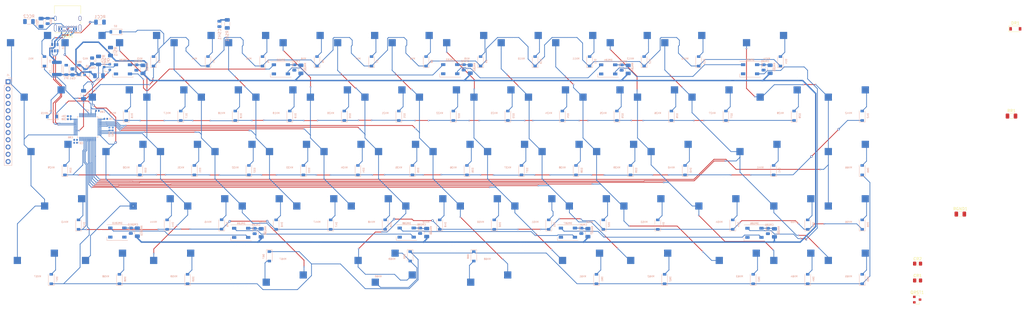
<source format=kicad_pcb>
(kicad_pcb (version 20171130) (host pcbnew "(5.1.6)-1")
  (layers (0 F.Cu signal) (31 B.Cu signal) (34 B.Paste user) (35 F.Paste user) (36 B.SilkS user) (37 F.SilkS user) (38 B.Mask user) (39 F.Mask user) (44 Edge.Cuts user))
  (net 0 "")
  (net 1 GNDD)
  (net 2 3.3V)
  (net 3 GND)
  (net 4 BOOT0)
  (net 5 NRST)
  (net 6 "Net-(CRGB1-Pad2)")
  (net 7 "Net-(CRGB2-Pad2)")
  (net 8 "Net-(CRGB3-Pad2)")
  (net 9 "Net-(CRGB4-Pad2)")
  (net 10 "Net-(CRGB5-Pad2)")
  (net 11 "Net-(CRGB6-Pad2)")
  (net 12 "Net-(CRGB7-Pad2)")
  (net 13 "Net-(CRGB8-Pad2)")
  (net 14 "Net-(CRGB9-Pad2)")
  (net 15 "Net-(CRGB10-Pad2)")
  (net 16 CASE)
  (net 17 "Net-(CSH2-Pad1)")
  (net 18 5V)
  (net 19 "Net-(D1-Pad2)")
  (net 20 Row1)
  (net 21 "Net-(D2-Pad2)")
  (net 22 "Net-(D3-Pad2)")
  (net 23 "Net-(D4-Pad2)")
  (net 24 "Net-(D5-Pad2)")
  (net 25 "Net-(D6-Pad2)")
  (net 26 "Net-(D7-Pad2)")
  (net 27 "Net-(D8-Pad2)")
  (net 28 "Net-(D9-Pad2)")
  (net 29 "Net-(D10-Pad2)")
  (net 30 "Net-(D11-Pad2)")
  (net 31 "Net-(D12-Pad2)")
  (net 32 "Net-(D13-Pad2)")
  (net 33 "Net-(D14-Pad2)")
  (net 34 "Net-(D15-Pad2)")
  (net 35 Row2)
  (net 36 "Net-(D16-Pad2)")
  (net 37 "Net-(D17-Pad2)")
  (net 38 "Net-(D18-Pad2)")
  (net 39 "Net-(D19-Pad2)")
  (net 40 "Net-(D20-Pad2)")
  (net 41 "Net-(D21-Pad2)")
  (net 42 "Net-(D22-Pad2)")
  (net 43 "Net-(D23-Pad2)")
  (net 44 "Net-(D24-Pad2)")
  (net 45 "Net-(D25-Pad2)")
  (net 46 "Net-(D26-Pad2)")
  (net 47 "Net-(D27-Pad2)")
  (net 48 "Net-(D28-Pad2)")
  (net 49 "Net-(D29-Pad2)")
  (net 50 Row3)
  (net 51 "Net-(D30-Pad2)")
  (net 52 "Net-(D31-Pad2)")
  (net 53 "Net-(D32-Pad2)")
  (net 54 "Net-(D33-Pad2)")
  (net 55 "Net-(D34-Pad2)")
  (net 56 "Net-(D35-Pad2)")
  (net 57 "Net-(D36-Pad2)")
  (net 58 "Net-(D37-Pad2)")
  (net 59 "Net-(D38-Pad2)")
  (net 60 "Net-(D39-Pad2)")
  (net 61 "Net-(D40-Pad2)")
  (net 62 "Net-(D41-Pad2)")
  (net 63 "Net-(D42-Pad2)")
  (net 64 "Net-(D43-Pad2)")
  (net 65 Row4)
  (net 66 "Net-(D44-Pad2)")
  (net 67 "Net-(D45-Pad2)")
  (net 68 "Net-(D46-Pad2)")
  (net 69 "Net-(D47-Pad2)")
  (net 70 "Net-(D48-Pad2)")
  (net 71 "Net-(D49-Pad2)")
  (net 72 "Net-(D50-Pad2)")
  (net 73 "Net-(D51-Pad2)")
  (net 74 "Net-(D52-Pad2)")
  (net 75 "Net-(D53-Pad2)")
  (net 76 "Net-(D54-Pad2)")
  (net 77 "Net-(D55-Pad2)")
  (net 78 "Net-(D56-Pad2)")
  (net 79 "Net-(D57-Pad2)")
  (net 80 Row5)
  (net 81 "Net-(D58-Pad2)")
  (net 82 "Net-(D59-Pad2)")
  (net 83 "Net-(D60-Pad2)")
  (net 84 "Net-(D61-Pad2)")
  (net 85 "Net-(D62-Pad2)")
  (net 86 "Net-(D63-Pad2)")
  (net 87 "Net-(D64-Pad2)")
  (net 88 "Net-(D65-Pad2)")
  (net 89 "Net-(D66-Pad2)")
  (net 90 "Net-(DR1-Pad2)")
  (net 91 "Net-(DRGB1-Pad2)")
  (net 92 RGB_5V)
  (net 93 "Net-(DRGB2-Pad2)")
  (net 94 "Net-(DRGB3-Pad2)")
  (net 95 "Net-(DRGB4-Pad2)")
  (net 96 "Net-(DRGB5-Pad2)")
  (net 97 "Net-(DRGB6-Pad2)")
  (net 98 "Net-(DRGB7-Pad2)")
  (net 99 "Net-(DRGB8-Pad2)")
  (net 100 "Net-(DRGB10-Pad4)")
  (net 101 "Net-(DRGB10-Pad2)")
  (net 102 VBUS)
  (net 103 Extra11)
  (net 104 Extra10)
  (net 105 Extra9)
  (net 106 Extra8)
  (net 107 Extra7)
  (net 108 Extra6)
  (net 109 Extra5)
  (net 110 Extra4)
  (net 111 Extra3)
  (net 112 Extra2)
  (net 113 Extra1)
  (net 114 Col1)
  (net 115 Col2)
  (net 116 Col3)
  (net 117 Col4)
  (net 118 Col5)
  (net 119 Col6)
  (net 120 Col7)
  (net 121 Col8)
  (net 122 Col9)
  (net 123 Col10)
  (net 124 Col11)
  (net 125 Col12)
  (net 126 Col13)
  (net 127 Col14)
  (net 128 RGB_3V3)
  (net 129 "Net-(RCC1-Pad2)")
  (net 130 "Net-(RCC2-Pad1)")
  (net 131 DBus-)
  (net 132 DBus+)
  (net 133 D+)
  (net 134 D-)
  (net 135 Extra12)
  (net 136 SWCLK)
  (net 137 SWDIO)
  (net 138 "Net-(USB1-PadB8)")
  (net 139 "Net-(USB1-PadA8)")
  (net 140 "Net-(D67-Pad2)")
  (net 141 "Net-(D68-Pad2)")
  (net 142 Extra13)
  (module MX_Only:MXOnly-1.75U-Hotswap (layer F.Cu) (at 300.0375 264.31875)
    (fp_text reference MX54)
    (fp_text value RightShift)
    (fp_text user %R (at 0 3.048) (layer B.SilkS) (effects (font (size 0.6 0.6) (thickness 0.11)) (justify mirror)))
    (pad "" np_thru_hole circle (at 2.54 -5.08) (size 3 3) (drill 3) (layers *.Cu *.Mask))
    (pad "" np_thru_hole circle (at 0 0) (size 3.9878 3.9878) (drill 3.9878) (layers *.Cu *.Mask))
    (pad "" np_thru_hole circle (at -3.81 -2.54) (size 3 3) (drill 3) (layers *.Cu *.Mask))
    (pad "" np_thru_hole circle (at -5.08 0 48.0996) (size 1.75 1.75) (drill 1.75) (layers *.Cu *.Mask))
    (pad "" np_thru_hole circle (at 5.08 0 48.0996) (size 1.75 1.75) (drill 1.75) (layers *.Cu *.Mask))
    (pad 1 smd rect (at -7.085 -2.54) (size 2.55 2.5) (layers B.Cu B.Paste B.Mask) (net 125 Col12))
    (pad 2 smd rect (at 5.842 -5.08) (size 2.55 2.5) (layers B.Cu B.Paste B.Mask) (net 76 "Net-(D54-Pad2)"))
  )
  (module MX_Only:MXOnly-1U-Hotswap (layer F.Cu) (at 192.88125 207.16875)
    (fp_text reference MX8)
    (fp_text value 7)
    (fp_text user %R (at 0 3.048) (layer B.SilkS) (effects (font (size 0.6 0.6) (thickness 0.11)) (justify mirror)))
    (pad "" np_thru_hole circle (at 2.54 -5.08) (size 3 3) (drill 3) (layers *.Cu *.Mask))
    (pad "" np_thru_hole circle (at 0 0) (size 3.9878 3.9878) (drill 3.9878) (layers *.Cu *.Mask))
    (pad "" np_thru_hole circle (at -3.81 -2.54) (size 3 3) (drill 3) (layers *.Cu *.Mask))
    (pad "" np_thru_hole circle (at -5.08 0 48.0996) (size 1.75 1.75) (drill 1.75) (layers *.Cu *.Mask))
    (pad "" np_thru_hole circle (at 5.08 0 48.0996) (size 1.75 1.75) (drill 1.75) (layers *.Cu *.Mask))
    (pad 1 smd rect (at -7.085 -2.54) (size 2.55 2.5) (layers B.Cu B.Paste B.Mask) (net 121 Col8))
    (pad 2 smd rect (at 5.842 -5.08) (size 2.55 2.5) (layers B.Cu B.Paste B.Mask) (net 27 "Net-(D8-Pad2)"))
  )
  (module MX_Only:MXOnly-1.5U-Hotswap (layer F.Cu) (at 64.29375 226.21875)
    (fp_text reference MX15)
    (fp_text value Tab)
    (fp_text user %R (at 0 3.048) (layer B.SilkS) (effects (font (size 0.6 0.6) (thickness 0.11)) (justify mirror)))
    (pad "" np_thru_hole circle (at 2.54 -5.08) (size 3 3) (drill 3) (layers *.Cu *.Mask))
    (pad "" np_thru_hole circle (at 0 0) (size 3.9878 3.9878) (drill 3.9878) (layers *.Cu *.Mask))
    (pad "" np_thru_hole circle (at -3.81 -2.54) (size 3 3) (drill 3) (layers *.Cu *.Mask))
    (pad "" np_thru_hole circle (at -5.08 0 48.0996) (size 1.75 1.75) (drill 1.75) (layers *.Cu *.Mask))
    (pad "" np_thru_hole circle (at 5.08 0 48.0996) (size 1.75 1.75) (drill 1.75) (layers *.Cu *.Mask))
    (pad 1 smd rect (at -7.085 -2.54) (size 2.55 2.5) (layers B.Cu B.Paste B.Mask) (net 114 Col1))
    (pad 2 smd rect (at 5.842 -5.08) (size 2.55 2.5) (layers B.Cu B.Paste B.Mask) (net 34 "Net-(D15-Pad2)"))
  )
  (module MX_Only:MXOnly-1.25U-Hotswap (layer F.Cu) (at 185.7375 283.36875 180)
    (fp_text reference MX69)
    (fp_text value 125_Space)
    (fp_text user %R (at 0 3.048) (layer B.SilkS) (effects (font (size 0.6 0.6) (thickness 0.11)) (justify mirror)))
    (pad "" np_thru_hole circle (at 2.54 -5.08 180) (size 3 3) (drill 3) (layers *.Cu *.Mask))
    (pad "" np_thru_hole circle (at 0 0 180) (size 3.9878 3.9878) (drill 3.9878) (layers *.Cu *.Mask))
    (pad "" np_thru_hole circle (at -3.81 -2.54 180) (size 3 3) (drill 3) (layers *.Cu *.Mask))
    (pad "" np_thru_hole circle (at -5.08 0 228.0996) (size 1.75 1.75) (drill 1.75) (layers *.Cu *.Mask))
    (pad "" np_thru_hole circle (at 5.08 0 228.0996) (size 1.75 1.75) (drill 1.75) (layers *.Cu *.Mask))
    (pad 1 smd rect (at -7.085 -2.54 180) (size 2.55 2.5) (layers B.Cu B.Paste B.Mask) (net 120 Col7))
    (pad 2 smd rect (at 5.842 -5.08 180) (size 2.55 2.5) (layers B.Cu B.Paste B.Mask) (net 83 "Net-(D60-Pad2)"))
  )
  (module MX_Only:MXOnly-2.25U-Hotswap-ReversedStabilizers (layer F.Cu) (at 219.075 283.36875 180)
    (fp_text reference MX68)
    (fp_text value RSpace)
    (fp_text user %R (at 0 3.048) (layer B.SilkS) (effects (font (size 0.6 0.6) (thickness 0.11)) (justify mirror)))
    (pad "" np_thru_hole circle (at 2.54 -5.08 180) (size 3 3) (drill 3) (layers *.Cu *.Mask))
    (pad "" np_thru_hole circle (at 0 0 180) (size 3.9878 3.9878) (drill 3.9878) (layers *.Cu *.Mask))
    (pad "" np_thru_hole circle (at -3.81 -2.54 180) (size 3 3) (drill 3) (layers *.Cu *.Mask))
    (pad "" np_thru_hole circle (at -5.08 0 228.0996) (size 1.75 1.75) (drill 1.75) (layers *.Cu *.Mask))
    (pad "" np_thru_hole circle (at 5.08 0 228.0996) (size 1.75 1.75) (drill 1.75) (layers *.Cu *.Mask))
    (pad 1 smd rect (at -7.085 -2.54 180) (size 2.55 2.5) (layers B.Cu B.Paste B.Mask) (net 121 Col8))
    (pad 2 smd rect (at 5.842 -5.08 180) (size 2.55 2.5) (layers B.Cu B.Paste B.Mask) (net 141 "Net-(D68-Pad2)"))
    (pad "" np_thru_hole circle (at 11.938 6.985 180) (size 3.048 3.048) (drill 3.048) (layers *.Cu *.Mask))
    (pad "" np_thru_hole circle (at -11.938 6.985 180) (size 3.048 3.048) (drill 3.048) (layers *.Cu *.Mask))
    (pad "" np_thru_hole circle (at 11.938 -8.255 180) (size 3.9878 3.9878) (drill 3.9878) (layers *.Cu *.Mask))
    (pad "" np_thru_hole circle (at -11.938 -8.255 180) (size 3.9878 3.9878) (drill 3.9878) (layers *.Cu *.Mask))
  )
  (module MX_Only:MXOnly-2.75U-Hotswap-ReversedStabilizers (layer F.Cu) (at 147.6375 283.36875 180)
    (fp_text reference MX67)
    (fp_text value LSpace)
    (fp_text user %R (at 0 3.048) (layer B.SilkS) (effects (font (size 0.6 0.6) (thickness 0.11)) (justify mirror)))
    (pad "" np_thru_hole circle (at 2.54 -5.08 180) (size 3 3) (drill 3) (layers *.Cu *.Mask))
    (pad "" np_thru_hole circle (at 0 0 180) (size 3.9878 3.9878) (drill 3.9878) (layers *.Cu *.Mask))
    (pad "" np_thru_hole circle (at -3.81 -2.54 180) (size 3 3) (drill 3) (layers *.Cu *.Mask))
    (pad "" np_thru_hole circle (at -5.08 0 228.0996) (size 1.75 1.75) (drill 1.75) (layers *.Cu *.Mask))
    (pad "" np_thru_hole circle (at 5.08 0 228.0996) (size 1.75 1.75) (drill 1.75) (layers *.Cu *.Mask))
    (pad 1 smd rect (at -7.085 -2.54 180) (size 2.55 2.5) (layers B.Cu B.Paste B.Mask) (net 117 Col4))
    (pad 2 smd rect (at 5.842 -5.08 180) (size 2.55 2.5) (layers B.Cu B.Paste B.Mask) (net 140 "Net-(D67-Pad2)"))
    (pad "" np_thru_hole circle (at 11.938 6.985 180) (size 3.048 3.048) (drill 3.048) (layers *.Cu *.Mask))
    (pad "" np_thru_hole circle (at -11.938 6.985 180) (size 3.048 3.048) (drill 3.048) (layers *.Cu *.Mask))
    (pad "" np_thru_hole circle (at 11.938 -8.255 180) (size 3.9878 3.9878) (drill 3.9878) (layers *.Cu *.Mask))
    (pad "" np_thru_hole circle (at -11.938 -8.255 180) (size 3.9878 3.9878) (drill 3.9878) (layers *.Cu *.Mask))
  )
  (module Diode_SMD:D_SOD-123 (layer B.Cu) (at 214.3125 279.4 270)
    (fp_text reference D68 (at 0 2 270) (layer B.SilkS) (effects (font (size 0.6 0.6) (thickness 0.11)) (justify mirror)))
    (fp_text value D_Small)
    (pad 1 smd rect (at -1.65 0 270) (size 0.9 1.2) (layers B.Cu B.Paste B.Mask) (net 80 Row5))
    (pad 2 smd rect (at 1.65 0 270) (size 0.9 1.2) (layers B.Cu B.Paste B.Mask) (net 141 "Net-(D68-Pad2)"))
  )
  (module Diode_SMD:D_SOD-123 (layer B.Cu) (at 142.875 279.4 270)
    (fp_text reference D67 (at 0 2 270) (layer B.SilkS) (effects (font (size 0.6 0.6) (thickness 0.11)) (justify mirror)))
    (fp_text value D_Small)
    (pad 1 smd rect (at -1.65 0 270) (size 0.9 1.2) (layers B.Cu B.Paste B.Mask) (net 80 Row5))
    (pad 2 smd rect (at 1.65 0 270) (size 0.9 1.2) (layers B.Cu B.Paste B.Mask) (net 140 "Net-(D67-Pad2)"))
  )
  (module Connector_USB:USB_C_Receptacle_GCT_USB4085 (layer F.Cu) (at 75.3618 200.4568 180)
    (fp_text reference USB1 (at 2.975 -1.8) (layer F.SilkS))
    (fp_text value USB_C_GCT_USB4085-Type-C)
    (pad S1 thru_hole oval (at 7.3 4.36 180) (size 0.9 1.7) (drill oval 0.6 1.4) (layers *.Cu *.Mask) (net 17 "Net-(CSH2-Pad1)"))
    (pad S1 thru_hole oval (at -1.35 4.36 180) (size 0.9 1.7) (drill oval 0.6 1.4) (layers *.Cu *.Mask) (net 17 "Net-(CSH2-Pad1)"))
    (pad S1 thru_hole oval (at 7.3 0.98 180) (size 0.9 2.4) (drill oval 0.6 2.1) (layers *.Cu *.Mask) (net 17 "Net-(CSH2-Pad1)"))
    (pad S1 thru_hole oval (at -1.35 0.98 180) (size 0.9 2.4) (drill oval 0.6 2.1) (layers *.Cu *.Mask) (net 17 "Net-(CSH2-Pad1)"))
    (pad B6 thru_hole circle (at 3.4 1.35 180) (size 0.7 0.7) (drill 0.4) (layers *.Cu *.Mask) (net 132 DBus+))
    (pad B1 thru_hole circle (at 5.95 1.35 180) (size 0.7 0.7) (drill 0.4) (layers *.Cu *.Mask) (net 3 GND))
    (pad B4 thru_hole circle (at 5.1 1.35 180) (size 0.7 0.7) (drill 0.4) (layers *.Cu *.Mask) (net 102 VBUS))
    (pad B5 thru_hole circle (at 4.25 1.35 180) (size 0.7 0.7) (drill 0.4) (layers *.Cu *.Mask) (net 130 "Net-(RCC2-Pad1)"))
    (pad B12 thru_hole circle (at 0 1.35 180) (size 0.7 0.7) (drill 0.4) (layers *.Cu *.Mask) (net 3 GND))
    (pad B8 thru_hole circle (at 1.7 1.35 180) (size 0.7 0.7) (drill 0.4) (layers *.Cu *.Mask) (net 138 "Net-(USB1-PadB8)"))
    (pad B7 thru_hole circle (at 2.55 1.35 180) (size 0.7 0.7) (drill 0.4) (layers *.Cu *.Mask) (net 131 DBus-))
    (pad B9 thru_hole circle (at 0.85 1.35 180) (size 0.7 0.7) (drill 0.4) (layers *.Cu *.Mask) (net 102 VBUS))
    (pad A12 thru_hole circle (at 5.95 0 180) (size 0.7 0.7) (drill 0.4) (layers *.Cu *.Mask) (net 3 GND))
    (pad A9 thru_hole circle (at 5.1 0 180) (size 0.7 0.7) (drill 0.4) (layers *.Cu *.Mask) (net 102 VBUS))
    (pad A8 thru_hole circle (at 4.25 0 180) (size 0.7 0.7) (drill 0.4) (layers *.Cu *.Mask) (net 139 "Net-(USB1-PadA8)"))
    (pad A7 thru_hole circle (at 3.4 0 180) (size 0.7 0.7) (drill 0.4) (layers *.Cu *.Mask) (net 131 DBus-))
    (pad A6 thru_hole circle (at 2.55 0 180) (size 0.7 0.7) (drill 0.4) (layers *.Cu *.Mask) (net 132 DBus+))
    (pad A5 thru_hole circle (at 1.7 0 180) (size 0.7 0.7) (drill 0.4) (layers *.Cu *.Mask) (net 129 "Net-(RCC1-Pad2)"))
    (pad A4 thru_hole circle (at 0.85 0 180) (size 0.7 0.7) (drill 0.4) (layers *.Cu *.Mask) (net 102 VBUS))
    (pad A1 thru_hole circle (at 0 0 180) (size 0.7 0.7) (drill 0.4) (layers *.Cu *.Mask) (net 3 GND))
  )
  (module Package_TO_SOT_SMD:SOT-23 (layer B.Cu) (at 79.3242 214.884)
    (fp_text reference U3 (at 0 -2.1082) (layer B.SilkS) (effects (font (size 0.6 0.6) (thickness 0.11)) (justify mirror)))
    (fp_text value MCP1700-3302E_SOT23)
    (pad 3 smd rect (at 1 0) (size 0.9 0.8) (layers B.Cu B.Paste B.Mask) (net 18 5V))
    (pad 2 smd rect (at -1 -0.95) (size 0.9 0.8) (layers B.Cu B.Paste B.Mask) (net 2 3.3V))
    (pad 1 smd rect (at -1 0.95) (size 0.9 0.8) (layers B.Cu B.Paste B.Mask) (net 3 GND))
  )
  (module Package_QFP:LQFP-48_7x7mm_P0.5mm (layer B.Cu) (at 79.375 234.15625 180)
    (fp_text reference U2 (at 0 5.85 180) (layer B.SilkS) (effects (font (size 0.6 0.6) (thickness 0.11)) (justify mirror)))
    (fp_text value STM32F072C8Tx)
    (pad 1 smd roundrect (at -4.1625 2.75 180) (size 1.475 0.3) (layers B.Cu B.Paste B.Mask) (net 2 3.3V))
    (pad 2 smd roundrect (at -4.1625 2.25 180) (size 1.475 0.3) (layers B.Cu B.Paste B.Mask) (net 113 Extra1))
    (pad 3 smd roundrect (at -4.1625 1.75 180) (size 1.475 0.3) (layers B.Cu B.Paste B.Mask) (net 121 Col8))
    (pad 4 smd roundrect (at -4.1625 1.25 180) (size 1.475 0.3) (layers B.Cu B.Paste B.Mask) (net 120 Col7))
    (pad 5 smd roundrect (at -4.1625 0.75 180) (size 1.475 0.3) (layers B.Cu B.Paste B.Mask) (net 119 Col6))
    (pad 6 smd roundrect (at -4.1625 0.25 180) (size 1.475 0.3) (layers B.Cu B.Paste B.Mask) (net 118 Col5))
    (pad 7 smd roundrect (at -4.1625 -0.25 180) (size 1.475 0.3) (layers B.Cu B.Paste B.Mask) (net 5 NRST))
    (pad 8 smd roundrect (at -4.1625 -0.75 180) (size 1.475 0.3) (layers B.Cu B.Paste B.Mask) (net 1 GNDD))
    (pad 9 smd roundrect (at -4.1625 -1.25 180) (size 1.475 0.3) (layers B.Cu B.Paste B.Mask) (net 2 3.3V))
    (pad 10 smd roundrect (at -4.1625 -1.75 180) (size 1.475 0.3) (layers B.Cu B.Paste B.Mask) (net 117 Col4))
    (pad 11 smd roundrect (at -4.1625 -2.25 180) (size 1.475 0.3) (layers B.Cu B.Paste B.Mask) (net 116 Col3))
    (pad 12 smd roundrect (at -4.1625 -2.75 180) (size 1.475 0.3) (layers B.Cu B.Paste B.Mask) (net 115 Col2))
    (pad 13 smd roundrect (at -2.75 -4.1625 180) (size 0.3 1.475) (layers B.Cu B.Paste B.Mask) (net 127 Col14))
    (pad 14 smd roundrect (at -2.25 -4.1625 180) (size 0.3 1.475) (layers B.Cu B.Paste B.Mask) (net 126 Col13))
    (pad 15 smd roundrect (at -1.75 -4.1625 180) (size 0.3 1.475) (layers B.Cu B.Paste B.Mask) (net 125 Col12))
    (pad 16 smd roundrect (at -1.25 -4.1625 180) (size 0.3 1.475) (layers B.Cu B.Paste B.Mask) (net 124 Col11))
    (pad 17 smd roundrect (at -0.75 -4.1625 180) (size 0.3 1.475) (layers B.Cu B.Paste B.Mask) (net 123 Col10))
    (pad 18 smd roundrect (at -0.25 -4.1625 180) (size 0.3 1.475) (layers B.Cu B.Paste B.Mask) (net 122 Col9))
    (pad 19 smd roundrect (at 0.25 -4.1625 180) (size 0.3 1.475) (layers B.Cu B.Paste B.Mask) (net 80 Row5))
    (pad 20 smd roundrect (at 0.75 -4.1625 180) (size 0.3 1.475) (layers B.Cu B.Paste B.Mask) (net 65 Row4))
    (pad 21 smd roundrect (at 1.25 -4.1625 180) (size 0.3 1.475) (layers B.Cu B.Paste B.Mask) (net 50 Row3))
    (pad 22 smd roundrect (at 1.75 -4.1625 180) (size 0.3 1.475) (layers B.Cu B.Paste B.Mask) (net 142 Extra13))
    (pad 23 smd roundrect (at 2.25 -4.1625 180) (size 0.3 1.475) (layers B.Cu B.Paste B.Mask) (net 1 GNDD))
    (pad 24 smd roundrect (at 2.75 -4.1625 180) (size 0.3 1.475) (layers B.Cu B.Paste B.Mask) (net 2 3.3V))
    (pad 25 smd roundrect (at 4.1625 -2.75 180) (size 1.475 0.3) (layers B.Cu B.Paste B.Mask) (net 114 Col1))
    (pad 26 smd roundrect (at 4.1625 -2.25 180) (size 1.475 0.3) (layers B.Cu B.Paste B.Mask) (net 107 Extra7))
    (pad 27 smd roundrect (at 4.1625 -1.75 180) (size 1.475 0.3) (layers B.Cu B.Paste B.Mask) (net 106 Extra8))
    (pad 28 smd roundrect (at 4.1625 -1.25 180) (size 1.475 0.3) (layers B.Cu B.Paste B.Mask) (net 128 RGB_3V3))
    (pad 29 smd roundrect (at 4.1625 -0.75 180) (size 1.475 0.3) (layers B.Cu B.Paste B.Mask) (net 105 Extra9))
    (pad 30 smd roundrect (at 4.1625 -0.25 180) (size 1.475 0.3) (layers B.Cu B.Paste B.Mask) (net 104 Extra10))
    (pad 31 smd roundrect (at 4.1625 0.25 180) (size 1.475 0.3) (layers B.Cu B.Paste B.Mask) (net 103 Extra11))
    (pad 32 smd roundrect (at 4.1625 0.75 180) (size 1.475 0.3) (layers B.Cu B.Paste B.Mask) (net 134 D-))
    (pad 33 smd roundrect (at 4.1625 1.25 180) (size 1.475 0.3) (layers B.Cu B.Paste B.Mask) (net 133 D+))
    (pad 34 smd roundrect (at 4.1625 1.75 180) (size 1.475 0.3) (layers B.Cu B.Paste B.Mask) (net 137 SWDIO))
    (pad 35 smd roundrect (at 4.1625 2.25 180) (size 1.475 0.3) (layers B.Cu B.Paste B.Mask) (net 1 GNDD))
    (pad 36 smd roundrect (at 4.1625 2.75 180) (size 1.475 0.3) (layers B.Cu B.Paste B.Mask) (net 2 3.3V))
    (pad 37 smd roundrect (at 2.75 4.1625 180) (size 0.3 1.475) (layers B.Cu B.Paste B.Mask) (net 136 SWCLK))
    (pad 38 smd roundrect (at 2.25 4.1625 180) (size 0.3 1.475) (layers B.Cu B.Paste B.Mask) (net 135 Extra12))
    (pad 39 smd roundrect (at 1.75 4.1625 180) (size 0.3 1.475) (layers B.Cu B.Paste B.Mask) (net 112 Extra2))
    (pad 40 smd roundrect (at 1.25 4.1625 180) (size 0.3 1.475) (layers B.Cu B.Paste B.Mask) (net 111 Extra3))
    (pad 41 smd roundrect (at 0.75 4.1625 180) (size 0.3 1.475) (layers B.Cu B.Paste B.Mask) (net 110 Extra4))
    (pad 42 smd roundrect (at 0.25 4.1625 180) (size 0.3 1.475) (layers B.Cu B.Paste B.Mask) (net 109 Extra5))
    (pad 43 smd roundrect (at -0.25 4.1625 180) (size 0.3 1.475) (layers B.Cu B.Paste B.Mask) (net 20 Row1))
    (pad 44 smd roundrect (at -0.75 4.1625 180) (size 0.3 1.475) (layers B.Cu B.Paste B.Mask) (net 4 BOOT0))
    (pad 45 smd roundrect (at -1.25 4.1625 180) (size 0.3 1.475) (layers B.Cu B.Paste B.Mask) (net 35 Row2))
    (pad 46 smd roundrect (at -1.75 4.1625 180) (size 0.3 1.475) (layers B.Cu B.Paste B.Mask) (net 108 Extra6))
    (pad 47 smd roundrect (at -2.25 4.1625 180) (size 0.3 1.475) (layers B.Cu B.Paste B.Mask) (net 1 GNDD))
    (pad 48 smd roundrect (at -2.75 4.1625 180) (size 0.3 1.475) (layers B.Cu B.Paste B.Mask) (net 2 3.3V))
  )
  (module Package_TO_SOT_SMD:SOT-23-6 (layer B.Cu) (at 67.9196 206.375 90)
    (fp_text reference U1 (at 0 2.9 90) (layer B.SilkS) (effects (font (size 0.6 0.6) (thickness 0.11)) (justify mirror)))
    (fp_text value USBLC6-2SC6)
    (pad 1 smd rect (at -1.1 0.95 90) (size 1.06 0.65) (layers B.Cu B.Paste B.Mask) (net 134 D-))
    (pad 2 smd rect (at -1.1 0 90) (size 1.06 0.65) (layers B.Cu B.Paste B.Mask) (net 3 GND))
    (pad 3 smd rect (at -1.1 -0.95 90) (size 1.06 0.65) (layers B.Cu B.Paste B.Mask) (net 133 D+))
    (pad 4 smd rect (at 1.1 -0.95 90) (size 1.06 0.65) (layers B.Cu B.Paste B.Mask) (net 132 DBus+))
    (pad 6 smd rect (at 1.1 0.95 90) (size 1.06 0.65) (layers B.Cu B.Paste B.Mask) (net 131 DBus-))
    (pad 5 smd rect (at 1.1 0 90) (size 1.06 0.65) (layers B.Cu B.Paste B.Mask) (net 102 VBUS))
  )
  (module Resistor_SMD:R_1206_3216Metric (layer B.Cu) (at 83.185 210.82 90)
    (fp_text reference RSO1 (at 0 1.82 90) (layer B.SilkS) (effects (justify mirror)))
    (fp_text value 100k)
    (pad 2 smd roundrect (at 1.4 0 90) (size 1.25 1.75) (layers B.Cu B.Paste B.Mask) (roundrect_rratio 0.2) (net 3 GND))
    (pad 1 smd roundrect (at -1.4 0 90) (size 1.25 1.75) (layers B.Cu B.Paste B.Mask) (roundrect_rratio 0.2) (net 2 3.3V))
  )
  (module Resistor_SMD:R_1206_3216Metric (layer B.Cu) (at 87.376 207.7212 90)
    (fp_text reference RSI1 (at 0 1.82 90) (layer B.SilkS) (effects (justify mirror)))
    (fp_text value 100k)
    (pad 2 smd roundrect (at 1.4 0 90) (size 1.25 1.75) (layers B.Cu B.Paste B.Mask) (roundrect_rratio 0.2) (net 3 GND))
    (pad 1 smd roundrect (at -1.4 0 90) (size 1.25 1.75) (layers B.Cu B.Paste B.Mask) (roundrect_rratio 0.2) (net 18 5V))
  )
  (module Resistor_SMD:R_1206_3216Metric (layer B.Cu) (at 63.1063 197.5739 90)
    (fp_text reference RSH2 (at 0 -1.4605 90) (layer B.SilkS) (effects (font (size 0.6 0.6) (thickness 0.11)) (justify mirror)))
    (fp_text value 1M)
    (pad 2 smd roundrect (at 1.4 0 90) (size 1.25 1.75) (layers B.Cu B.Paste B.Mask) (roundrect_rratio 0.2) (net 17 "Net-(CSH2-Pad1)"))
    (pad 1 smd roundrect (at -1.4 0 90) (size 1.25 1.75) (layers B.Cu B.Paste B.Mask) (roundrect_rratio 0.2) (net 3 GND))
  )
  (module Resistor_SMD:R_1206_3216Metric (layer B.Cu) (at 128.1684 198.0565 270)
    (fp_text reference RSH1 (at 4.2545 0 90) (layer B.SilkS) (effects (justify mirror)))
    (fp_text value 1M)
    (pad 2 smd roundrect (at 1.4 0 270) (size 1.25 1.75) (layers B.Cu B.Paste B.Mask) (roundrect_rratio 0.2) (net 3 GND))
    (pad 1 smd roundrect (at -1.4 0 270) (size 1.25 1.75) (layers B.Cu B.Paste B.Mask) (roundrect_rratio 0.2) (net 16 CASE))
  )
  (module Resistor_SMD:R_1206_3216Metric (layer B.Cu) (at 77.9526 222.8596 270)
    (fp_text reference RS2 (at -0.2768 -1.55845 90) (layer B.SilkS) (effects (font (size 0.6 0.6) (thickness 0.11)) (justify mirror)))
    (fp_text value 10k)
    (pad 2 smd roundrect (at 1.4 0 270) (size 1.25 1.75) (layers B.Cu B.Paste B.Mask) (roundrect_rratio 0.2) (net 128 RGB_3V3))
    (pad 1 smd roundrect (at -1.4 0 270) (size 1.25 1.75) (layers B.Cu B.Paste B.Mask) (roundrect_rratio 0.2) (net 2 3.3V))
  )
  (module Resistor_SMD:R_1206_3216Metric (layer B.Cu) (at 83.3374 216.1794)
    (fp_text reference RS1 (at -0.3048 1.4986 180) (layer B.SilkS) (effects (font (size 0.6 0.6) (thickness 0.11)) (justify mirror)))
    (fp_text value 10k)
    (pad 2 smd roundrect (at 1.4 0) (size 1.25 1.75) (layers B.Cu B.Paste B.Mask) (roundrect_rratio 0.2) (net 92 RGB_5V))
    (pad 1 smd roundrect (at -1.4 0) (size 1.25 1.75) (layers B.Cu B.Paste B.Mask) (roundrect_rratio 0.2) (net 18 5V))
  )
  (module Resistor_SMD:R_1206_3216Metric (layer B.Cu) (at 96.7486 270.9418 90)
    (fp_text reference RRGB10 (at 0.5715 1.524 90) (layer B.SilkS) (effects (font (size 0.6 0.6) (thickness 0.11)) (justify mirror)))
    (fp_text value 5.1R)
    (pad 2 smd roundrect (at 1.4 0 90) (size 1.25 1.75) (layers B.Cu B.Paste B.Mask) (roundrect_rratio 0.2) (net 15 "Net-(CRGB10-Pad2)"))
    (pad 1 smd roundrect (at -1.4 0 90) (size 1.25 1.75) (layers B.Cu B.Paste B.Mask) (roundrect_rratio 0.2) (net 18 5V))
  )
  (module Resistor_SMD:R_1206_3216Metric (layer B.Cu) (at 140.0175 271.1704 90)
    (fp_text reference RRGB9 (at 0.8255 1.524 90) (layer B.SilkS) (effects (font (size 0.6 0.6) (thickness 0.11)) (justify mirror)))
    (fp_text value 5.1R)
    (pad 2 smd roundrect (at 1.4 0 90) (size 1.25 1.75) (layers B.Cu B.Paste B.Mask) (roundrect_rratio 0.2) (net 14 "Net-(CRGB9-Pad2)"))
    (pad 1 smd roundrect (at -1.4 0 90) (size 1.25 1.75) (layers B.Cu B.Paste B.Mask) (roundrect_rratio 0.2) (net 18 5V))
  )
  (module Resistor_SMD:R_1206_3216Metric (layer B.Cu) (at 197.8533 271.0815 90)
    (fp_text reference RRGB8 (at 0.8255 1.524 90) (layer B.SilkS) (effects (font (size 0.6 0.6) (thickness 0.11)) (justify mirror)))
    (fp_text value 5.1R)
    (pad 1 smd roundrect (at -1.4 0 90) (size 1.25 1.75) (layers B.Cu B.Paste B.Mask) (roundrect_rratio 0.2) (net 18 5V))
    (pad 2 smd roundrect (at 1.4 0 90) (size 1.25 1.75) (layers B.Cu B.Paste B.Mask) (roundrect_rratio 0.2) (net 13 "Net-(CRGB8-Pad2)"))
  )
  (module Resistor_SMD:R_1206_3216Metric (layer B.Cu) (at 254.1905 271.1069 90)
    (fp_text reference RRGB7 (at 0.889 1.524 90) (layer B.SilkS) (effects (font (size 0.6 0.6) (thickness 0.11)) (justify mirror)))
    (fp_text value 5.1R)
    (pad 1 smd roundrect (at -1.4 0 90) (size 1.25 1.75) (layers B.Cu B.Paste B.Mask) (roundrect_rratio 0.2) (net 18 5V))
    (pad 2 smd roundrect (at 1.4 0 90) (size 1.25 1.75) (layers B.Cu B.Paste B.Mask) (roundrect_rratio 0.2) (net 12 "Net-(CRGB7-Pad2)"))
  )
  (module Resistor_SMD:R_1206_3216Metric (layer B.Cu) (at 319.3669 271.1674 90)
    (fp_text reference RRGB6 (at 0.886 1.524 90) (layer B.SilkS) (effects (font (size 0.6 0.6) (thickness 0.11)) (justify mirror)))
    (fp_text value 5.1R)
    (pad 1 smd roundrect (at -1.4 0 90) (size 1.25 1.75) (layers B.Cu B.Paste B.Mask) (roundrect_rratio 0.2) (net 18 5V))
    (pad 2 smd roundrect (at 1.4 0 90) (size 1.25 1.75) (layers B.Cu B.Paste B.Mask) (roundrect_rratio 0.2) (net 11 "Net-(CRGB6-Pad2)"))
  )
  (module Resistor_SMD:R_1206_3216Metric (layer B.Cu) (at 317.8556 213.9218 90)
    (fp_text reference RRGB5 (at 0.765 1.524 90) (layer B.SilkS) (effects (font (size 0.6 0.6) (thickness 0.11)) (justify mirror)))
    (fp_text value 5.1R)
    (pad 1 smd roundrect (at -1.4 0 90) (size 1.25 1.75) (layers B.Cu B.Paste B.Mask) (roundrect_rratio 0.2) (net 18 5V))
    (pad 2 smd roundrect (at 1.4 0 90) (size 1.25 1.75) (layers B.Cu B.Paste B.Mask) (roundrect_rratio 0.2) (net 10 "Net-(CRGB5-Pad2)"))
  )
  (module Resistor_SMD:R_1206_3216Metric (layer B.Cu) (at 268.2621 213.9696 90)
    (fp_text reference RRGB4 (at 0.889 1.524 90) (layer B.SilkS) (effects (font (size 0.6 0.6) (thickness 0.11)) (justify mirror)))
    (fp_text value 5.1R)
    (pad 1 smd roundrect (at -1.4 0 90) (size 1.25 1.75) (layers B.Cu B.Paste B.Mask) (roundrect_rratio 0.2) (net 18 5V))
    (pad 2 smd roundrect (at 1.4 0 90) (size 1.25 1.75) (layers B.Cu B.Paste B.Mask) (roundrect_rratio 0.2) (net 9 "Net-(CRGB4-Pad2)"))
  )
  (module Resistor_SMD:R_1206_3216Metric (layer B.Cu) (at 213.0679 213.8934 90)
    (fp_text reference RRGB3 (at 0.762 1.524 90) (layer B.SilkS) (effects (font (size 0.6 0.6) (thickness 0.11)) (justify mirror)))
    (fp_text value 5.1R)
    (pad 1 smd roundrect (at -1.4 0 90) (size 1.25 1.75) (layers B.Cu B.Paste B.Mask) (roundrect_rratio 0.2) (net 18 5V))
    (pad 2 smd roundrect (at 1.4 0 90) (size 1.25 1.75) (layers B.Cu B.Paste B.Mask) (roundrect_rratio 0.2) (net 8 "Net-(CRGB3-Pad2)"))
  )
  (module Resistor_SMD:R_1206_3216Metric (layer B.Cu) (at 153.8986 213.9442 90)
    (fp_text reference RRGB2 (at 0.762 1.524 90) (layer B.SilkS) (effects (font (size 0.6 0.6) (thickness 0.11)) (justify mirror)))
    (fp_text value 5.1R)
    (pad 1 smd roundrect (at -1.4 0 90) (size 1.25 1.75) (layers B.Cu B.Paste B.Mask) (roundrect_rratio 0.2) (net 18 5V))
    (pad 2 smd roundrect (at 1.4 0 90) (size 1.25 1.75) (layers B.Cu B.Paste B.Mask) (roundrect_rratio 0.2) (net 7 "Net-(CRGB2-Pad2)"))
  )
  (module Resistor_SMD:R_1206_3216Metric (layer B.Cu) (at 98.7171 213.9569 90)
    (fp_text reference RRGB1 (at 0.762 1.524 90) (layer B.SilkS) (effects (font (size 0.6 0.6) (thickness 0.11)) (justify mirror)))
    (fp_text value 5.1R)
    (pad 1 smd roundrect (at -1.4 0 90) (size 1.25 1.75) (layers B.Cu B.Paste B.Mask) (roundrect_rratio 0.2) (net 18 5V))
    (pad 2 smd roundrect (at 1.4 0 90) (size 1.25 1.75) (layers B.Cu B.Paste B.Mask) (roundrect_rratio 0.2) (net 6 "Net-(CRGB1-Pad2)"))
  )
  (module Resistor_SMD:R_1206_3216Metric (layer F.Cu) (at 402.2015 230.303)
    (fp_text reference RR1 (at 0 -1.82) (layer F.SilkS))
    (fp_text value 100k)
    (pad 2 smd roundrect (at 1.4 0) (size 1.25 1.75) (layers F.Cu F.Paste F.Mask) (roundrect_rratio 0.2) (net 3 GND))
    (pad 1 smd roundrect (at -1.4 0) (size 1.25 1.75) (layers F.Cu F.Paste F.Mask) (roundrect_rratio 0.2) (net 4 BOOT0))
  )
  (module Resistor_SMD:R_1206_3216Metric (layer F.Cu) (at 384.325 264.60375)
    (fp_text reference RGND1 (at 0 -1.82) (layer F.SilkS))
    (fp_text value R01)
    (pad 2 smd roundrect (at 1.4 0) (size 1.25 1.75) (layers F.Cu F.Paste F.Mask) (roundrect_rratio 0.2) (net 3 GND))
    (pad 1 smd roundrect (at -1.4 0) (size 1.25 1.75) (layers F.Cu F.Paste F.Mask) (roundrect_rratio 0.2) (net 1 GNDD))
  )
  (module Resistor_SMD:R_1206_3216Metric (layer B.Cu) (at 58.8772 197.231 180)
    (fp_text reference RCC2 (at 0 1.82) (layer B.SilkS) (effects (justify mirror)))
    (fp_text value 5.1k)
    (pad 2 smd roundrect (at 1.4 0 180) (size 1.25 1.75) (layers B.Cu B.Paste B.Mask) (roundrect_rratio 0.2) (net 3 GND))
    (pad 1 smd roundrect (at -1.4 0 180) (size 1.25 1.75) (layers B.Cu B.Paste B.Mask) (roundrect_rratio 0.2) (net 130 "Net-(RCC2-Pad1)"))
  )
  (module Resistor_SMD:R_1206_3216Metric (layer B.Cu) (at 83.693 197.4342 180)
    (fp_text reference RCC1 (at 0 1.82) (layer B.SilkS) (effects (justify mirror)))
    (fp_text value 5.1k)
    (pad 2 smd roundrect (at 1.4 0 180) (size 1.25 1.75) (layers B.Cu B.Paste B.Mask) (roundrect_rratio 0.2) (net 129 "Net-(RCC1-Pad2)"))
    (pad 1 smd roundrect (at -1.4 0 180) (size 1.25 1.75) (layers B.Cu B.Paste B.Mask) (roundrect_rratio 0.2) (net 3 GND))
  )
  (module Package_TO_SOT_SMD:SOT-23 (layer F.Cu) (at 369.2375 294.545)
    (fp_text reference QRST1 (at 0 -2.5) (layer F.SilkS))
    (fp_text value DTC123J)
    (pad 3 smd rect (at 1 0) (size 0.9 0.8) (layers F.Cu F.Paste F.Mask) (net 5 NRST))
    (pad 2 smd rect (at -1 0.95) (size 0.9 0.8) (layers F.Cu F.Paste F.Mask) (net 3 GND))
    (pad 1 smd rect (at -1 -0.95) (size 0.9 0.8) (layers F.Cu F.Paste F.Mask) (net 90 "Net-(DR1-Pad2)"))
  )
  (module Package_TO_SOT_SMD:SOT-23 (layer B.Cu) (at 86.1314 213.1568 180)
    (fp_text reference Q1 (at 0 2.5) (layer B.SilkS) (effects (justify mirror)))
    (fp_text value BSS138)
    (pad 3 smd rect (at 1 0 180) (size 0.9 0.8) (layers B.Cu B.Paste B.Mask) (net 92 RGB_5V))
    (pad 2 smd rect (at -1 -0.95 180) (size 0.9 0.8) (layers B.Cu B.Paste B.Mask) (net 128 RGB_3V3))
    (pad 1 smd rect (at -1 0.95 180) (size 0.9 0.8) (layers B.Cu B.Paste B.Mask) (net 2 3.3V))
  )
  (module MX_Only:MXOnly-1U-Hotswap (layer F.Cu) (at 345.28125 245.26875)
    (fp_text reference MX66)
    (fp_text value MX-NoLED)
    (fp_text user %R (at 0 3.048) (layer B.SilkS) (effects (font (size 0.6 0.6) (thickness 0.11)) (justify mirror)))
    (pad "" np_thru_hole circle (at 2.54 -5.08) (size 3 3) (drill 3) (layers *.Cu *.Mask))
    (pad "" np_thru_hole circle (at 0 0) (size 3.9878 3.9878) (drill 3.9878) (layers *.Cu *.Mask))
    (pad "" np_thru_hole circle (at -3.81 -2.54) (size 3 3) (drill 3) (layers *.Cu *.Mask))
    (pad "" np_thru_hole circle (at -5.08 0 48.0996) (size 1.75 1.75) (drill 1.75) (layers *.Cu *.Mask))
    (pad "" np_thru_hole circle (at 5.08 0 48.0996) (size 1.75 1.75) (drill 1.75) (layers *.Cu *.Mask))
    (pad 1 smd rect (at -7.085 -2.54) (size 2.55 2.5) (layers B.Cu B.Paste B.Mask) (net 127 Col14))
    (pad 2 smd rect (at 5.842 -5.08) (size 2.55 2.5) (layers B.Cu B.Paste B.Mask) (net 89 "Net-(D66-Pad2)"))
  )
  (module MX_Only:MXOnly-1U-Hotswap (layer F.Cu) (at 345.28125 283.36875)
    (fp_text reference MX65)
    (fp_text value Right)
    (fp_text user %R (at 0 3.048) (layer B.SilkS) (effects (font (size 0.6 0.6) (thickness 0.11)) (justify mirror)))
    (pad "" np_thru_hole circle (at 2.54 -5.08) (size 3 3) (drill 3) (layers *.Cu *.Mask))
    (pad "" np_thru_hole circle (at 0 0) (size 3.9878 3.9878) (drill 3.9878) (layers *.Cu *.Mask))
    (pad "" np_thru_hole circle (at -3.81 -2.54) (size 3 3) (drill 3) (layers *.Cu *.Mask))
    (pad "" np_thru_hole circle (at -5.08 0 48.0996) (size 1.75 1.75) (drill 1.75) (layers *.Cu *.Mask))
    (pad "" np_thru_hole circle (at 5.08 0 48.0996) (size 1.75 1.75) (drill 1.75) (layers *.Cu *.Mask))
    (pad 1 smd rect (at -7.085 -2.54) (size 2.55 2.5) (layers B.Cu B.Paste B.Mask) (net 126 Col13))
    (pad 2 smd rect (at 5.842 -5.08) (size 2.55 2.5) (layers B.Cu B.Paste B.Mask) (net 88 "Net-(D65-Pad2)"))
  )
  (module MX_Only:MXOnly-1U-Hotswap (layer F.Cu) (at 326.23125 283.36875)
    (fp_text reference MX64)
    (fp_text value Down)
    (fp_text user %R (at 0 3.048) (layer B.SilkS) (effects (font (size 0.6 0.6) (thickness 0.11)) (justify mirror)))
    (pad "" np_thru_hole circle (at 2.54 -5.08) (size 3 3) (drill 3) (layers *.Cu *.Mask))
    (pad "" np_thru_hole circle (at 0 0) (size 3.9878 3.9878) (drill 3.9878) (layers *.Cu *.Mask))
    (pad "" np_thru_hole circle (at -3.81 -2.54) (size 3 3) (drill 3) (layers *.Cu *.Mask))
    (pad "" np_thru_hole circle (at -5.08 0 48.0996) (size 1.75 1.75) (drill 1.75) (layers *.Cu *.Mask))
    (pad "" np_thru_hole circle (at 5.08 0 48.0996) (size 1.75 1.75) (drill 1.75) (layers *.Cu *.Mask))
    (pad 1 smd rect (at -7.085 -2.54) (size 2.55 2.5) (layers B.Cu B.Paste B.Mask) (net 125 Col12))
    (pad 2 smd rect (at 5.842 -5.08) (size 2.55 2.5) (layers B.Cu B.Paste B.Mask) (net 87 "Net-(D64-Pad2)"))
  )
  (module MX_Only:MXOnly-1U-Hotswap (layer F.Cu) (at 307.18125 283.36875)
    (fp_text reference MX63)
    (fp_text value Left)
    (fp_text user %R (at 0 3.048) (layer B.SilkS) (effects (font (size 0.6 0.6) (thickness 0.11)) (justify mirror)))
    (pad "" np_thru_hole circle (at 2.54 -5.08) (size 3 3) (drill 3) (layers *.Cu *.Mask))
    (pad "" np_thru_hole circle (at 0 0) (size 3.9878 3.9878) (drill 3.9878) (layers *.Cu *.Mask))
    (pad "" np_thru_hole circle (at -3.81 -2.54) (size 3 3) (drill 3) (layers *.Cu *.Mask))
    (pad "" np_thru_hole circle (at -5.08 0 48.0996) (size 1.75 1.75) (drill 1.75) (layers *.Cu *.Mask))
    (pad "" np_thru_hole circle (at 5.08 0 48.0996) (size 1.75 1.75) (drill 1.75) (layers *.Cu *.Mask))
    (pad 1 smd rect (at -7.085 -2.54) (size 2.55 2.5) (layers B.Cu B.Paste B.Mask) (net 124 Col11))
    (pad 2 smd rect (at 5.842 -5.08) (size 2.55 2.5) (layers B.Cu B.Paste B.Mask) (net 86 "Net-(D63-Pad2)"))
  )
  (module MX_Only:MXOnly-1.25U-Hotswap (layer F.Cu) (at 276.225 283.36875)
    (fp_text reference MX62)
    (fp_text value RControl)
    (fp_text user %R (at 0 3.048) (layer B.SilkS) (effects (font (size 0.6 0.6) (thickness 0.11)) (justify mirror)))
    (pad "" np_thru_hole circle (at 2.54 -5.08) (size 3 3) (drill 3) (layers *.Cu *.Mask))
    (pad "" np_thru_hole circle (at 0 0) (size 3.9878 3.9878) (drill 3.9878) (layers *.Cu *.Mask))
    (pad "" np_thru_hole circle (at -3.81 -2.54) (size 3 3) (drill 3) (layers *.Cu *.Mask))
    (pad "" np_thru_hole circle (at -5.08 0 48.0996) (size 1.75 1.75) (drill 1.75) (layers *.Cu *.Mask))
    (pad "" np_thru_hole circle (at 5.08 0 48.0996) (size 1.75 1.75) (drill 1.75) (layers *.Cu *.Mask))
    (pad 1 smd rect (at -7.085 -2.54) (size 2.55 2.5) (layers B.Cu B.Paste B.Mask) (net 123 Col10))
    (pad 2 smd rect (at 5.842 -5.08) (size 2.55 2.5) (layers B.Cu B.Paste B.Mask) (net 85 "Net-(D62-Pad2)"))
  )
  (module MX_Only:MXOnly-1.25U-Hotswap (layer F.Cu) (at 252.4125 283.36875)
    (fp_text reference MX61)
    (fp_text value RAlt)
    (fp_text user %R (at 0 3.048) (layer B.SilkS) (effects (font (size 0.6 0.6) (thickness 0.11)) (justify mirror)))
    (pad "" np_thru_hole circle (at 2.54 -5.08) (size 3 3) (drill 3) (layers *.Cu *.Mask))
    (pad "" np_thru_hole circle (at 0 0) (size 3.9878 3.9878) (drill 3.9878) (layers *.Cu *.Mask))
    (pad "" np_thru_hole circle (at -3.81 -2.54) (size 3 3) (drill 3) (layers *.Cu *.Mask))
    (pad "" np_thru_hole circle (at -5.08 0 48.0996) (size 1.75 1.75) (drill 1.75) (layers *.Cu *.Mask))
    (pad "" np_thru_hole circle (at 5.08 0 48.0996) (size 1.75 1.75) (drill 1.75) (layers *.Cu *.Mask))
    (pad 1 smd rect (at -7.085 -2.54) (size 2.55 2.5) (layers B.Cu B.Paste B.Mask) (net 122 Col9))
    (pad 2 smd rect (at 5.842 -5.08) (size 2.55 2.5) (layers B.Cu B.Paste B.Mask) (net 84 "Net-(D61-Pad2)"))
  )
  (module MX_Only:MXOnly-6.25U-Hotswap (layer F.Cu) (at 180.975 283.36875)
    (fp_text reference MX60)
    (fp_text value Space)
    (fp_text user %R (at 0 3.048) (layer B.SilkS) (effects (font (size 0.6 0.6) (thickness 0.11)) (justify mirror)))
    (pad "" np_thru_hole circle (at 2.54 -5.08) (size 3 3) (drill 3) (layers *.Cu *.Mask))
    (pad "" np_thru_hole circle (at 0 0) (size 3.9878 3.9878) (drill 3.9878) (layers *.Cu *.Mask))
    (pad "" np_thru_hole circle (at -3.81 -2.54) (size 3 3) (drill 3) (layers *.Cu *.Mask))
    (pad "" np_thru_hole circle (at -5.08 0 48.0996) (size 1.75 1.75) (drill 1.75) (layers *.Cu *.Mask))
    (pad "" np_thru_hole circle (at 5.08 0 48.0996) (size 1.75 1.75) (drill 1.75) (layers *.Cu *.Mask))
    (pad 1 smd rect (at -7.085 -2.54) (size 2.55 2.5) (layers B.Cu B.Paste B.Mask) (net 120 Col7))
    (pad 2 smd rect (at 5.842 -5.08) (size 2.55 2.5) (layers B.Cu B.Paste B.Mask) (net 83 "Net-(D60-Pad2)"))
    (pad "" np_thru_hole circle (at 49.9999 -6.985) (size 3.048 3.048) (drill 3.048) (layers *.Cu *.Mask))
    (pad "" np_thru_hole circle (at -49.9999 -6.985) (size 3.048 3.048) (drill 3.048) (layers *.Cu *.Mask))
    (pad "" np_thru_hole circle (at 49.9999 8.255) (size 3.9878 3.9878) (drill 3.9878) (layers *.Cu *.Mask))
    (pad "" np_thru_hole circle (at -49.9999 8.255) (size 3.9878 3.9878) (drill 3.9878) (layers *.Cu *.Mask))
  )
  (module MX_Only:MXOnly-1.25U-Hotswap (layer F.Cu) (at 109.5375 283.36875)
    (fp_text reference MX59)
    (fp_text value LAlt)
    (fp_text user %R (at 0 3.048) (layer B.SilkS) (effects (font (size 0.6 0.6) (thickness 0.11)) (justify mirror)))
    (pad "" np_thru_hole circle (at 2.54 -5.08) (size 3 3) (drill 3) (layers *.Cu *.Mask))
    (pad "" np_thru_hole circle (at 0 0) (size 3.9878 3.9878) (drill 3.9878) (layers *.Cu *.Mask))
    (pad "" np_thru_hole circle (at -3.81 -2.54) (size 3 3) (drill 3) (layers *.Cu *.Mask))
    (pad "" np_thru_hole circle (at -5.08 0 48.0996) (size 1.75 1.75) (drill 1.75) (layers *.Cu *.Mask))
    (pad "" np_thru_hole circle (at 5.08 0 48.0996) (size 1.75 1.75) (drill 1.75) (layers *.Cu *.Mask))
    (pad 1 smd rect (at -7.085 -2.54) (size 2.55 2.5) (layers B.Cu B.Paste B.Mask) (net 116 Col3))
    (pad 2 smd rect (at 5.842 -5.08) (size 2.55 2.5) (layers B.Cu B.Paste B.Mask) (net 82 "Net-(D59-Pad2)"))
  )
  (module MX_Only:MXOnly-1.25U-Hotswap (layer F.Cu) (at 85.725 283.36875)
    (fp_text reference MX58)
    (fp_text value LOS)
    (fp_text user %R (at 0 3.048) (layer B.SilkS) (effects (font (size 0.6 0.6) (thickness 0.11)) (justify mirror)))
    (pad "" np_thru_hole circle (at 2.54 -5.08) (size 3 3) (drill 3) (layers *.Cu *.Mask))
    (pad "" np_thru_hole circle (at 0 0) (size 3.9878 3.9878) (drill 3.9878) (layers *.Cu *.Mask))
    (pad "" np_thru_hole circle (at -3.81 -2.54) (size 3 3) (drill 3) (layers *.Cu *.Mask))
    (pad "" np_thru_hole circle (at -5.08 0 48.0996) (size 1.75 1.75) (drill 1.75) (layers *.Cu *.Mask))
    (pad "" np_thru_hole circle (at 5.08 0 48.0996) (size 1.75 1.75) (drill 1.75) (layers *.Cu *.Mask))
    (pad 1 smd rect (at -7.085 -2.54) (size 2.55 2.5) (layers B.Cu B.Paste B.Mask) (net 115 Col2))
    (pad 2 smd rect (at 5.842 -5.08) (size 2.55 2.5) (layers B.Cu B.Paste B.Mask) (net 81 "Net-(D58-Pad2)"))
  )
  (module MX_Only:MXOnly-1.25U-Hotswap (layer F.Cu) (at 61.9125 283.36875)
    (fp_text reference MX57)
    (fp_text value LControl)
    (fp_text user %R (at 0 3.048) (layer B.SilkS) (effects (font (size 0.6 0.6) (thickness 0.11)) (justify mirror)))
    (pad "" np_thru_hole circle (at 2.54 -5.08) (size 3 3) (drill 3) (layers *.Cu *.Mask))
    (pad "" np_thru_hole circle (at 0 0) (size 3.9878 3.9878) (drill 3.9878) (layers *.Cu *.Mask))
    (pad "" np_thru_hole circle (at -3.81 -2.54) (size 3 3) (drill 3) (layers *.Cu *.Mask))
    (pad "" np_thru_hole circle (at -5.08 0 48.0996) (size 1.75 1.75) (drill 1.75) (layers *.Cu *.Mask))
    (pad "" np_thru_hole circle (at 5.08 0 48.0996) (size 1.75 1.75) (drill 1.75) (layers *.Cu *.Mask))
    (pad 1 smd rect (at -7.085 -2.54) (size 2.55 2.5) (layers B.Cu B.Paste B.Mask) (net 114 Col1))
    (pad 2 smd rect (at 5.842 -5.08) (size 2.55 2.5) (layers B.Cu B.Paste B.Mask) (net 79 "Net-(D57-Pad2)"))
  )
  (module MX_Only:MXOnly-1U-Hotswap (layer F.Cu) (at 345.28125 264.31875)
    (fp_text reference MX56)
    (fp_text value MX-NoLED)
    (fp_text user %R (at 0 3.048) (layer B.SilkS) (effects (font (size 0.6 0.6) (thickness 0.11)) (justify mirror)))
    (pad "" np_thru_hole circle (at 2.54 -5.08) (size 3 3) (drill 3) (layers *.Cu *.Mask))
    (pad "" np_thru_hole circle (at 0 0) (size 3.9878 3.9878) (drill 3.9878) (layers *.Cu *.Mask))
    (pad "" np_thru_hole circle (at -3.81 -2.54) (size 3 3) (drill 3) (layers *.Cu *.Mask))
    (pad "" np_thru_hole circle (at -5.08 0 48.0996) (size 1.75 1.75) (drill 1.75) (layers *.Cu *.Mask))
    (pad "" np_thru_hole circle (at 5.08 0 48.0996) (size 1.75 1.75) (drill 1.75) (layers *.Cu *.Mask))
    (pad 1 smd rect (at -7.085 -2.54) (size 2.55 2.5) (layers B.Cu B.Paste B.Mask) (net 127 Col14))
    (pad 2 smd rect (at 5.842 -5.08) (size 2.55 2.5) (layers B.Cu B.Paste B.Mask) (net 78 "Net-(D56-Pad2)"))
  )
  (module MX_Only:MXOnly-1U-Hotswap (layer F.Cu) (at 326.23125 264.31875)
    (fp_text reference MX55)
    (fp_text value Up)
    (fp_text user %R (at 0 3.048) (layer B.SilkS) (effects (font (size 0.6 0.6) (thickness 0.11)) (justify mirror)))
    (pad "" np_thru_hole circle (at 2.54 -5.08) (size 3 3) (drill 3) (layers *.Cu *.Mask))
    (pad "" np_thru_hole circle (at 0 0) (size 3.9878 3.9878) (drill 3.9878) (layers *.Cu *.Mask))
    (pad "" np_thru_hole circle (at -3.81 -2.54) (size 3 3) (drill 3) (layers *.Cu *.Mask))
    (pad "" np_thru_hole circle (at -5.08 0 48.0996) (size 1.75 1.75) (drill 1.75) (layers *.Cu *.Mask))
    (pad "" np_thru_hole circle (at 5.08 0 48.0996) (size 1.75 1.75) (drill 1.75) (layers *.Cu *.Mask))
    (pad 1 smd rect (at -7.085 -2.54) (size 2.55 2.5) (layers B.Cu B.Paste B.Mask) (net 126 Col13))
    (pad 2 smd rect (at 5.842 -5.08) (size 2.55 2.5) (layers B.Cu B.Paste B.Mask) (net 77 "Net-(D55-Pad2)"))
  )
  (module MX_Only:MXOnly-1U-Hotswap (layer F.Cu) (at 273.84375 264.31875)
    (fp_text reference MX53)
    (fp_text value ?/)
    (fp_text user %R (at 0 3.048) (layer B.SilkS) (effects (font (size 0.6 0.6) (thickness 0.11)) (justify mirror)))
    (pad "" np_thru_hole circle (at 2.54 -5.08) (size 3 3) (drill 3) (layers *.Cu *.Mask))
    (pad "" np_thru_hole circle (at 0 0) (size 3.9878 3.9878) (drill 3.9878) (layers *.Cu *.Mask))
    (pad "" np_thru_hole circle (at -3.81 -2.54) (size 3 3) (drill 3) (layers *.Cu *.Mask))
    (pad "" np_thru_hole circle (at -5.08 0 48.0996) (size 1.75 1.75) (drill 1.75) (layers *.Cu *.Mask))
    (pad "" np_thru_hole circle (at 5.08 0 48.0996) (size 1.75 1.75) (drill 1.75) (layers *.Cu *.Mask))
    (pad 1 smd rect (at -7.085 -2.54) (size 2.55 2.5) (layers B.Cu B.Paste B.Mask) (net 124 Col11))
    (pad 2 smd rect (at 5.842 -5.08) (size 2.55 2.5) (layers B.Cu B.Paste B.Mask) (net 75 "Net-(D53-Pad2)"))
  )
  (module MX_Only:MXOnly-1U-Hotswap (layer F.Cu) (at 254.79375 264.31875)
    (fp_text reference MX52)
    (fp_text value .>)
    (fp_text user %R (at 0 3.048) (layer B.SilkS) (effects (font (size 0.6 0.6) (thickness 0.11)) (justify mirror)))
    (pad "" np_thru_hole circle (at 2.54 -5.08) (size 3 3) (drill 3) (layers *.Cu *.Mask))
    (pad "" np_thru_hole circle (at 0 0) (size 3.9878 3.9878) (drill 3.9878) (layers *.Cu *.Mask))
    (pad "" np_thru_hole circle (at -3.81 -2.54) (size 3 3) (drill 3) (layers *.Cu *.Mask))
    (pad "" np_thru_hole circle (at -5.08 0 48.0996) (size 1.75 1.75) (drill 1.75) (layers *.Cu *.Mask))
    (pad "" np_thru_hole circle (at 5.08 0 48.0996) (size 1.75 1.75) (drill 1.75) (layers *.Cu *.Mask))
    (pad 1 smd rect (at -7.085 -2.54) (size 2.55 2.5) (layers B.Cu B.Paste B.Mask) (net 123 Col10))
    (pad 2 smd rect (at 5.842 -5.08) (size 2.55 2.5) (layers B.Cu B.Paste B.Mask) (net 74 "Net-(D52-Pad2)"))
  )
  (module MX_Only:MXOnly-1U-Hotswap (layer F.Cu) (at 235.74375 264.31875)
    (fp_text reference MX51)
    (fp_text value ,<)
    (fp_text user %R (at 0 3.048) (layer B.SilkS) (effects (font (size 0.6 0.6) (thickness 0.11)) (justify mirror)))
    (pad "" np_thru_hole circle (at 2.54 -5.08) (size 3 3) (drill 3) (layers *.Cu *.Mask))
    (pad "" np_thru_hole circle (at 0 0) (size 3.9878 3.9878) (drill 3.9878) (layers *.Cu *.Mask))
    (pad "" np_thru_hole circle (at -3.81 -2.54) (size 3 3) (drill 3) (layers *.Cu *.Mask))
    (pad "" np_thru_hole circle (at -5.08 0 48.0996) (size 1.75 1.75) (drill 1.75) (layers *.Cu *.Mask))
    (pad "" np_thru_hole circle (at 5.08 0 48.0996) (size 1.75 1.75) (drill 1.75) (layers *.Cu *.Mask))
    (pad 1 smd rect (at -7.085 -2.54) (size 2.55 2.5) (layers B.Cu B.Paste B.Mask) (net 122 Col9))
    (pad 2 smd rect (at 5.842 -5.08) (size 2.55 2.5) (layers B.Cu B.Paste B.Mask) (net 73 "Net-(D51-Pad2)"))
  )
  (module MX_Only:MXOnly-1U-Hotswap (layer F.Cu) (at 216.69375 264.31875)
    (fp_text reference MX50)
    (fp_text value M)
    (fp_text user %R (at 0 3.048) (layer B.SilkS) (effects (font (size 0.6 0.6) (thickness 0.11)) (justify mirror)))
    (pad "" np_thru_hole circle (at 2.54 -5.08) (size 3 3) (drill 3) (layers *.Cu *.Mask))
    (pad "" np_thru_hole circle (at 0 0) (size 3.9878 3.9878) (drill 3.9878) (layers *.Cu *.Mask))
    (pad "" np_thru_hole circle (at -3.81 -2.54) (size 3 3) (drill 3) (layers *.Cu *.Mask))
    (pad "" np_thru_hole circle (at -5.08 0 48.0996) (size 1.75 1.75) (drill 1.75) (layers *.Cu *.Mask))
    (pad "" np_thru_hole circle (at 5.08 0 48.0996) (size 1.75 1.75) (drill 1.75) (layers *.Cu *.Mask))
    (pad 1 smd rect (at -7.085 -2.54) (size 2.55 2.5) (layers B.Cu B.Paste B.Mask) (net 121 Col8))
    (pad 2 smd rect (at 5.842 -5.08) (size 2.55 2.5) (layers B.Cu B.Paste B.Mask) (net 72 "Net-(D50-Pad2)"))
  )
  (module MX_Only:MXOnly-1U-Hotswap (layer F.Cu) (at 197.64375 264.31875)
    (fp_text reference MX49)
    (fp_text value N)
    (fp_text user %R (at 0 3.048) (layer B.SilkS) (effects (font (size 0.6 0.6) (thickness 0.11)) (justify mirror)))
    (pad "" np_thru_hole circle (at 2.54 -5.08) (size 3 3) (drill 3) (layers *.Cu *.Mask))
    (pad "" np_thru_hole circle (at 0 0) (size 3.9878 3.9878) (drill 3.9878) (layers *.Cu *.Mask))
    (pad "" np_thru_hole circle (at -3.81 -2.54) (size 3 3) (drill 3) (layers *.Cu *.Mask))
    (pad "" np_thru_hole circle (at -5.08 0 48.0996) (size 1.75 1.75) (drill 1.75) (layers *.Cu *.Mask))
    (pad "" np_thru_hole circle (at 5.08 0 48.0996) (size 1.75 1.75) (drill 1.75) (layers *.Cu *.Mask))
    (pad 1 smd rect (at -7.085 -2.54) (size 2.55 2.5) (layers B.Cu B.Paste B.Mask) (net 120 Col7))
    (pad 2 smd rect (at 5.842 -5.08) (size 2.55 2.5) (layers B.Cu B.Paste B.Mask) (net 71 "Net-(D49-Pad2)"))
  )
  (module MX_Only:MXOnly-1U-Hotswap (layer F.Cu) (at 178.59375 264.31875)
    (fp_text reference MX48)
    (fp_text value B)
    (fp_text user %R (at 0 3.048) (layer B.SilkS) (effects (font (size 0.6 0.6) (thickness 0.11)) (justify mirror)))
    (pad "" np_thru_hole circle (at 2.54 -5.08) (size 3 3) (drill 3) (layers *.Cu *.Mask))
    (pad "" np_thru_hole circle (at 0 0) (size 3.9878 3.9878) (drill 3.9878) (layers *.Cu *.Mask))
    (pad "" np_thru_hole circle (at -3.81 -2.54) (size 3 3) (drill 3) (layers *.Cu *.Mask))
    (pad "" np_thru_hole circle (at -5.08 0 48.0996) (size 1.75 1.75) (drill 1.75) (layers *.Cu *.Mask))
    (pad "" np_thru_hole circle (at 5.08 0 48.0996) (size 1.75 1.75) (drill 1.75) (layers *.Cu *.Mask))
    (pad 1 smd rect (at -7.085 -2.54) (size 2.55 2.5) (layers B.Cu B.Paste B.Mask) (net 119 Col6))
    (pad 2 smd rect (at 5.842 -5.08) (size 2.55 2.5) (layers B.Cu B.Paste B.Mask) (net 70 "Net-(D48-Pad2)"))
  )
  (module MX_Only:MXOnly-1U-Hotswap (layer F.Cu) (at 159.54375 264.31875)
    (fp_text reference MX47)
    (fp_text value V)
    (fp_text user %R (at 0 3.048) (layer B.SilkS) (effects (font (size 0.6 0.6) (thickness 0.11)) (justify mirror)))
    (pad "" np_thru_hole circle (at 2.54 -5.08) (size 3 3) (drill 3) (layers *.Cu *.Mask))
    (pad "" np_thru_hole circle (at 0 0) (size 3.9878 3.9878) (drill 3.9878) (layers *.Cu *.Mask))
    (pad "" np_thru_hole circle (at -3.81 -2.54) (size 3 3) (drill 3) (layers *.Cu *.Mask))
    (pad "" np_thru_hole circle (at -5.08 0 48.0996) (size 1.75 1.75) (drill 1.75) (layers *.Cu *.Mask))
    (pad "" np_thru_hole circle (at 5.08 0 48.0996) (size 1.75 1.75) (drill 1.75) (layers *.Cu *.Mask))
    (pad 1 smd rect (at -7.085 -2.54) (size 2.55 2.5) (layers B.Cu B.Paste B.Mask) (net 118 Col5))
    (pad 2 smd rect (at 5.842 -5.08) (size 2.55 2.5) (layers B.Cu B.Paste B.Mask) (net 69 "Net-(D47-Pad2)"))
  )
  (module MX_Only:MXOnly-1U-Hotswap (layer F.Cu) (at 140.49375 264.31875)
    (fp_text reference MX46)
    (fp_text value C)
    (fp_text user %R (at 0 3.048) (layer B.SilkS) (effects (font (size 0.6 0.6) (thickness 0.11)) (justify mirror)))
    (pad "" np_thru_hole circle (at 2.54 -5.08) (size 3 3) (drill 3) (layers *.Cu *.Mask))
    (pad "" np_thru_hole circle (at 0 0) (size 3.9878 3.9878) (drill 3.9878) (layers *.Cu *.Mask))
    (pad "" np_thru_hole circle (at -3.81 -2.54) (size 3 3) (drill 3) (layers *.Cu *.Mask))
    (pad "" np_thru_hole circle (at -5.08 0 48.0996) (size 1.75 1.75) (drill 1.75) (layers *.Cu *.Mask))
    (pad "" np_thru_hole circle (at 5.08 0 48.0996) (size 1.75 1.75) (drill 1.75) (layers *.Cu *.Mask))
    (pad 1 smd rect (at -7.085 -2.54) (size 2.55 2.5) (layers B.Cu B.Paste B.Mask) (net 117 Col4))
    (pad 2 smd rect (at 5.842 -5.08) (size 2.55 2.5) (layers B.Cu B.Paste B.Mask) (net 68 "Net-(D46-Pad2)"))
  )
  (module MX_Only:MXOnly-1U-Hotswap (layer F.Cu) (at 121.44375 264.31875)
    (fp_text reference MX45)
    (fp_text value X)
    (fp_text user %R (at 0 3.048) (layer B.SilkS) (effects (font (size 0.6 0.6) (thickness 0.11)) (justify mirror)))
    (pad "" np_thru_hole circle (at 2.54 -5.08) (size 3 3) (drill 3) (layers *.Cu *.Mask))
    (pad "" np_thru_hole circle (at 0 0) (size 3.9878 3.9878) (drill 3.9878) (layers *.Cu *.Mask))
    (pad "" np_thru_hole circle (at -3.81 -2.54) (size 3 3) (drill 3) (layers *.Cu *.Mask))
    (pad "" np_thru_hole circle (at -5.08 0 48.0996) (size 1.75 1.75) (drill 1.75) (layers *.Cu *.Mask))
    (pad "" np_thru_hole circle (at 5.08 0 48.0996) (size 1.75 1.75) (drill 1.75) (layers *.Cu *.Mask))
    (pad 1 smd rect (at -7.085 -2.54) (size 2.55 2.5) (layers B.Cu B.Paste B.Mask) (net 116 Col3))
    (pad 2 smd rect (at 5.842 -5.08) (size 2.55 2.5) (layers B.Cu B.Paste B.Mask) (net 67 "Net-(D45-Pad2)"))
  )
  (module MX_Only:MXOnly-1U-Hotswap (layer F.Cu) (at 102.39375 264.31875)
    (fp_text reference MX44)
    (fp_text value Z)
    (fp_text user %R (at 0 3.048) (layer B.SilkS) (effects (font (size 0.6 0.6) (thickness 0.11)) (justify mirror)))
    (pad "" np_thru_hole circle (at 2.54 -5.08) (size 3 3) (drill 3) (layers *.Cu *.Mask))
    (pad "" np_thru_hole circle (at 0 0) (size 3.9878 3.9878) (drill 3.9878) (layers *.Cu *.Mask))
    (pad "" np_thru_hole circle (at -3.81 -2.54) (size 3 3) (drill 3) (layers *.Cu *.Mask))
    (pad "" np_thru_hole circle (at -5.08 0 48.0996) (size 1.75 1.75) (drill 1.75) (layers *.Cu *.Mask))
    (pad "" np_thru_hole circle (at 5.08 0 48.0996) (size 1.75 1.75) (drill 1.75) (layers *.Cu *.Mask))
    (pad 1 smd rect (at -7.085 -2.54) (size 2.55 2.5) (layers B.Cu B.Paste B.Mask) (net 115 Col2))
    (pad 2 smd rect (at 5.842 -5.08) (size 2.55 2.5) (layers B.Cu B.Paste B.Mask) (net 66 "Net-(D44-Pad2)"))
  )
  (module MX_Only:MXOnly-2.25U-Hotswap (layer F.Cu) (at 71.4375 264.31875)
    (fp_text reference MX43)
    (fp_text value LShift)
    (fp_text user %R (at 0 3.048) (layer B.SilkS) (effects (font (size 0.6 0.6) (thickness 0.11)) (justify mirror)))
    (pad "" np_thru_hole circle (at 2.54 -5.08) (size 3 3) (drill 3) (layers *.Cu *.Mask))
    (pad "" np_thru_hole circle (at 0 0) (size 3.9878 3.9878) (drill 3.9878) (layers *.Cu *.Mask))
    (pad "" np_thru_hole circle (at -3.81 -2.54) (size 3 3) (drill 3) (layers *.Cu *.Mask))
    (pad "" np_thru_hole circle (at -5.08 0 48.0996) (size 1.75 1.75) (drill 1.75) (layers *.Cu *.Mask))
    (pad "" np_thru_hole circle (at 5.08 0 48.0996) (size 1.75 1.75) (drill 1.75) (layers *.Cu *.Mask))
    (pad 1 smd rect (at -7.085 -2.54) (size 2.55 2.5) (layers B.Cu B.Paste B.Mask) (net 114 Col1))
    (pad 2 smd rect (at 5.842 -5.08) (size 2.55 2.5) (layers B.Cu B.Paste B.Mask) (net 64 "Net-(D43-Pad2)"))
    (pad "" np_thru_hole circle (at 11.938 -6.985) (size 3.048 3.048) (drill 3.048) (layers *.Cu *.Mask))
    (pad "" np_thru_hole circle (at -11.938 -6.985) (size 3.048 3.048) (drill 3.048) (layers *.Cu *.Mask))
    (pad "" np_thru_hole circle (at 11.938 8.255) (size 3.9878 3.9878) (drill 3.9878) (layers *.Cu *.Mask))
    (pad "" np_thru_hole circle (at -11.938 8.255) (size 3.9878 3.9878) (drill 3.9878) (layers *.Cu *.Mask))
  )
  (module MX_Only:MXOnly-1U-Hotswap (layer F.Cu) (at 345.28125 226.21875)
    (fp_text reference MX42)
    (fp_text value PgUp)
    (fp_text user %R (at 0 3.048) (layer B.SilkS) (effects (font (size 0.6 0.6) (thickness 0.11)) (justify mirror)))
    (pad "" np_thru_hole circle (at 2.54 -5.08) (size 3 3) (drill 3) (layers *.Cu *.Mask))
    (pad "" np_thru_hole circle (at 0 0) (size 3.9878 3.9878) (drill 3.9878) (layers *.Cu *.Mask))
    (pad "" np_thru_hole circle (at -3.81 -2.54) (size 3 3) (drill 3) (layers *.Cu *.Mask))
    (pad "" np_thru_hole circle (at -5.08 0 48.0996) (size 1.75 1.75) (drill 1.75) (layers *.Cu *.Mask))
    (pad "" np_thru_hole circle (at 5.08 0 48.0996) (size 1.75 1.75) (drill 1.75) (layers *.Cu *.Mask))
    (pad 1 smd rect (at -7.085 -2.54) (size 2.55 2.5) (layers B.Cu B.Paste B.Mask) (net 127 Col14))
    (pad 2 smd rect (at 5.842 -5.08) (size 2.55 2.5) (layers B.Cu B.Paste B.Mask) (net 63 "Net-(D42-Pad2)"))
  )
  (module MX_Only:MXOnly-2.25U-Hotswap (layer F.Cu) (at 314.40875 245.26875)
    (fp_text reference MX41)
    (fp_text value Enter)
    (fp_text user %R (at 0 3.048) (layer B.SilkS) (effects (font (size 0.6 0.6) (thickness 0.11)) (justify mirror)))
    (pad "" np_thru_hole circle (at 2.54 -5.08) (size 3 3) (drill 3) (layers *.Cu *.Mask))
    (pad "" np_thru_hole circle (at 0 0) (size 3.9878 3.9878) (drill 3.9878) (layers *.Cu *.Mask))
    (pad "" np_thru_hole circle (at -3.81 -2.54) (size 3 3) (drill 3) (layers *.Cu *.Mask))
    (pad "" np_thru_hole circle (at -5.08 0 48.0996) (size 1.75 1.75) (drill 1.75) (layers *.Cu *.Mask))
    (pad "" np_thru_hole circle (at 5.08 0 48.0996) (size 1.75 1.75) (drill 1.75) (layers *.Cu *.Mask))
    (pad 1 smd rect (at -7.085 -2.54) (size 2.55 2.5) (layers B.Cu B.Paste B.Mask) (net 126 Col13))
    (pad 2 smd rect (at 5.842 -5.08) (size 2.55 2.5) (layers B.Cu B.Paste B.Mask) (net 62 "Net-(D41-Pad2)"))
    (pad "" np_thru_hole circle (at 11.938 -6.985) (size 3.048 3.048) (drill 3.048) (layers *.Cu *.Mask))
    (pad "" np_thru_hole circle (at -11.938 -6.985) (size 3.048 3.048) (drill 3.048) (layers *.Cu *.Mask))
    (pad "" np_thru_hole circle (at 11.938 8.255) (size 3.9878 3.9878) (drill 3.9878) (layers *.Cu *.Mask))
    (pad "" np_thru_hole circle (at -11.938 8.255) (size 3.9878 3.9878) (drill 3.9878) (layers *.Cu *.Mask))
  )
  (module MX_Only:MXOnly-1U-Hotswap (layer F.Cu) (at 283.36875 245.26875)
    (fp_text reference MX40)
    (fp_text value "\"'")
    (fp_text user %R (at 0 3.048) (layer B.SilkS) (effects (font (size 0.6 0.6) (thickness 0.11)) (justify mirror)))
    (pad "" np_thru_hole circle (at 2.54 -5.08) (size 3 3) (drill 3) (layers *.Cu *.Mask))
    (pad "" np_thru_hole circle (at 0 0) (size 3.9878 3.9878) (drill 3.9878) (layers *.Cu *.Mask))
    (pad "" np_thru_hole circle (at -3.81 -2.54) (size 3 3) (drill 3) (layers *.Cu *.Mask))
    (pad "" np_thru_hole circle (at -5.08 0 48.0996) (size 1.75 1.75) (drill 1.75) (layers *.Cu *.Mask))
    (pad "" np_thru_hole circle (at 5.08 0 48.0996) (size 1.75 1.75) (drill 1.75) (layers *.Cu *.Mask))
    (pad 1 smd rect (at -7.085 -2.54) (size 2.55 2.5) (layers B.Cu B.Paste B.Mask) (net 125 Col12))
    (pad 2 smd rect (at 5.842 -5.08) (size 2.55 2.5) (layers B.Cu B.Paste B.Mask) (net 61 "Net-(D40-Pad2)"))
  )
  (module MX_Only:MXOnly-1U-Hotswap (layer F.Cu) (at 264.31875 245.26875)
    (fp_text reference MX39)
    (fp_text value :;)
    (fp_text user %R (at 0 3.048) (layer B.SilkS) (effects (font (size 0.6 0.6) (thickness 0.11)) (justify mirror)))
    (pad "" np_thru_hole circle (at 2.54 -5.08) (size 3 3) (drill 3) (layers *.Cu *.Mask))
    (pad "" np_thru_hole circle (at 0 0) (size 3.9878 3.9878) (drill 3.9878) (layers *.Cu *.Mask))
    (pad "" np_thru_hole circle (at -3.81 -2.54) (size 3 3) (drill 3) (layers *.Cu *.Mask))
    (pad "" np_thru_hole circle (at -5.08 0 48.0996) (size 1.75 1.75) (drill 1.75) (layers *.Cu *.Mask))
    (pad "" np_thru_hole circle (at 5.08 0 48.0996) (size 1.75 1.75) (drill 1.75) (layers *.Cu *.Mask))
    (pad 1 smd rect (at -7.085 -2.54) (size 2.55 2.5) (layers B.Cu B.Paste B.Mask) (net 124 Col11))
    (pad 2 smd rect (at 5.842 -5.08) (size 2.55 2.5) (layers B.Cu B.Paste B.Mask) (net 60 "Net-(D39-Pad2)"))
  )
  (module MX_Only:MXOnly-1U-Hotswap (layer F.Cu) (at 245.26875 245.26875)
    (fp_text reference MX38)
    (fp_text value L)
    (fp_text user %R (at 0 3.048) (layer B.SilkS) (effects (font (size 0.6 0.6) (thickness 0.11)) (justify mirror)))
    (pad "" np_thru_hole circle (at 2.54 -5.08) (size 3 3) (drill 3) (layers *.Cu *.Mask))
    (pad "" np_thru_hole circle (at 0 0) (size 3.9878 3.9878) (drill 3.9878) (layers *.Cu *.Mask))
    (pad "" np_thru_hole circle (at -3.81 -2.54) (size 3 3) (drill 3) (layers *.Cu *.Mask))
    (pad "" np_thru_hole circle (at -5.08 0 48.0996) (size 1.75 1.75) (drill 1.75) (layers *.Cu *.Mask))
    (pad "" np_thru_hole circle (at 5.08 0 48.0996) (size 1.75 1.75) (drill 1.75) (layers *.Cu *.Mask))
    (pad 1 smd rect (at -7.085 -2.54) (size 2.55 2.5) (layers B.Cu B.Paste B.Mask) (net 123 Col10))
    (pad 2 smd rect (at 5.842 -5.08) (size 2.55 2.5) (layers B.Cu B.Paste B.Mask) (net 59 "Net-(D38-Pad2)"))
  )
  (module MX_Only:MXOnly-1U-Hotswap (layer F.Cu) (at 226.21875 245.26875)
    (fp_text reference MX37)
    (fp_text value K)
    (fp_text user %R (at 0 3.048) (layer B.SilkS) (effects (font (size 0.6 0.6) (thickness 0.11)) (justify mirror)))
    (pad "" np_thru_hole circle (at 2.54 -5.08) (size 3 3) (drill 3) (layers *.Cu *.Mask))
    (pad "" np_thru_hole circle (at 0 0) (size 3.9878 3.9878) (drill 3.9878) (layers *.Cu *.Mask))
    (pad "" np_thru_hole circle (at -3.81 -2.54) (size 3 3) (drill 3) (layers *.Cu *.Mask))
    (pad "" np_thru_hole circle (at -5.08 0 48.0996) (size 1.75 1.75) (drill 1.75) (layers *.Cu *.Mask))
    (pad "" np_thru_hole circle (at 5.08 0 48.0996) (size 1.75 1.75) (drill 1.75) (layers *.Cu *.Mask))
    (pad 1 smd rect (at -7.085 -2.54) (size 2.55 2.5) (layers B.Cu B.Paste B.Mask) (net 122 Col9))
    (pad 2 smd rect (at 5.842 -5.08) (size 2.55 2.5) (layers B.Cu B.Paste B.Mask) (net 58 "Net-(D37-Pad2)"))
  )
  (module MX_Only:MXOnly-1U-Hotswap (layer F.Cu) (at 207.16875 245.26875)
    (fp_text reference MX36)
    (fp_text value J)
    (fp_text user %R (at 0 3.048) (layer B.SilkS) (effects (font (size 0.6 0.6) (thickness 0.11)) (justify mirror)))
    (pad "" np_thru_hole circle (at 2.54 -5.08) (size 3 3) (drill 3) (layers *.Cu *.Mask))
    (pad "" np_thru_hole circle (at 0 0) (size 3.9878 3.9878) (drill 3.9878) (layers *.Cu *.Mask))
    (pad "" np_thru_hole circle (at -3.81 -2.54) (size 3 3) (drill 3) (layers *.Cu *.Mask))
    (pad "" np_thru_hole circle (at -5.08 0 48.0996) (size 1.75 1.75) (drill 1.75) (layers *.Cu *.Mask))
    (pad "" np_thru_hole circle (at 5.08 0 48.0996) (size 1.75 1.75) (drill 1.75) (layers *.Cu *.Mask))
    (pad 1 smd rect (at -7.085 -2.54) (size 2.55 2.5) (layers B.Cu B.Paste B.Mask) (net 121 Col8))
    (pad 2 smd rect (at 5.842 -5.08) (size 2.55 2.5) (layers B.Cu B.Paste B.Mask) (net 57 "Net-(D36-Pad2)"))
  )
  (module MX_Only:MXOnly-1U-Hotswap (layer F.Cu) (at 188.11875 245.26875)
    (fp_text reference MX35)
    (fp_text value H)
    (fp_text user %R (at 0 3.048) (layer B.SilkS) (effects (font (size 0.6 0.6) (thickness 0.11)) (justify mirror)))
    (pad "" np_thru_hole circle (at 2.54 -5.08) (size 3 3) (drill 3) (layers *.Cu *.Mask))
    (pad "" np_thru_hole circle (at 0 0) (size 3.9878 3.9878) (drill 3.9878) (layers *.Cu *.Mask))
    (pad "" np_thru_hole circle (at -3.81 -2.54) (size 3 3) (drill 3) (layers *.Cu *.Mask))
    (pad "" np_thru_hole circle (at -5.08 0 48.0996) (size 1.75 1.75) (drill 1.75) (layers *.Cu *.Mask))
    (pad "" np_thru_hole circle (at 5.08 0 48.0996) (size 1.75 1.75) (drill 1.75) (layers *.Cu *.Mask))
    (pad 1 smd rect (at -7.085 -2.54) (size 2.55 2.5) (layers B.Cu B.Paste B.Mask) (net 120 Col7))
    (pad 2 smd rect (at 5.842 -5.08) (size 2.55 2.5) (layers B.Cu B.Paste B.Mask) (net 56 "Net-(D35-Pad2)"))
  )
  (module MX_Only:MXOnly-1U-Hotswap (layer F.Cu) (at 169.06875 245.26875)
    (fp_text reference MX34)
    (fp_text value G)
    (fp_text user %R (at 0 3.048) (layer B.SilkS) (effects (font (size 0.6 0.6) (thickness 0.11)) (justify mirror)))
    (pad "" np_thru_hole circle (at 2.54 -5.08) (size 3 3) (drill 3) (layers *.Cu *.Mask))
    (pad "" np_thru_hole circle (at 0 0) (size 3.9878 3.9878) (drill 3.9878) (layers *.Cu *.Mask))
    (pad "" np_thru_hole circle (at -3.81 -2.54) (size 3 3) (drill 3) (layers *.Cu *.Mask))
    (pad "" np_thru_hole circle (at -5.08 0 48.0996) (size 1.75 1.75) (drill 1.75) (layers *.Cu *.Mask))
    (pad "" np_thru_hole circle (at 5.08 0 48.0996) (size 1.75 1.75) (drill 1.75) (layers *.Cu *.Mask))
    (pad 1 smd rect (at -7.085 -2.54) (size 2.55 2.5) (layers B.Cu B.Paste B.Mask) (net 119 Col6))
    (pad 2 smd rect (at 5.842 -5.08) (size 2.55 2.5) (layers B.Cu B.Paste B.Mask) (net 55 "Net-(D34-Pad2)"))
  )
  (module MX_Only:MXOnly-1U-Hotswap (layer F.Cu) (at 150.01875 245.26875)
    (fp_text reference MX33)
    (fp_text value F)
    (fp_text user %R (at 0 3.048) (layer B.SilkS) (effects (font (size 0.6 0.6) (thickness 0.11)) (justify mirror)))
    (pad "" np_thru_hole circle (at 2.54 -5.08) (size 3 3) (drill 3) (layers *.Cu *.Mask))
    (pad "" np_thru_hole circle (at 0 0) (size 3.9878 3.9878) (drill 3.9878) (layers *.Cu *.Mask))
    (pad "" np_thru_hole circle (at -3.81 -2.54) (size 3 3) (drill 3) (layers *.Cu *.Mask))
    (pad "" np_thru_hole circle (at -5.08 0 48.0996) (size 1.75 1.75) (drill 1.75) (layers *.Cu *.Mask))
    (pad "" np_thru_hole circle (at 5.08 0 48.0996) (size 1.75 1.75) (drill 1.75) (layers *.Cu *.Mask))
    (pad 1 smd rect (at -7.085 -2.54) (size 2.55 2.5) (layers B.Cu B.Paste B.Mask) (net 118 Col5))
    (pad 2 smd rect (at 5.842 -5.08) (size 2.55 2.5) (layers B.Cu B.Paste B.Mask) (net 54 "Net-(D33-Pad2)"))
  )
  (module MX_Only:MXOnly-1U-Hotswap (layer F.Cu) (at 130.96875 245.26875)
    (fp_text reference MX32)
    (fp_text value D)
    (fp_text user %R (at 0 3.048) (layer B.SilkS) (effects (font (size 0.6 0.6) (thickness 0.11)) (justify mirror)))
    (pad "" np_thru_hole circle (at 2.54 -5.08) (size 3 3) (drill 3) (layers *.Cu *.Mask))
    (pad "" np_thru_hole circle (at 0 0) (size 3.9878 3.9878) (drill 3.9878) (layers *.Cu *.Mask))
    (pad "" np_thru_hole circle (at -3.81 -2.54) (size 3 3) (drill 3) (layers *.Cu *.Mask))
    (pad "" np_thru_hole circle (at -5.08 0 48.0996) (size 1.75 1.75) (drill 1.75) (layers *.Cu *.Mask))
    (pad "" np_thru_hole circle (at 5.08 0 48.0996) (size 1.75 1.75) (drill 1.75) (layers *.Cu *.Mask))
    (pad 1 smd rect (at -7.085 -2.54) (size 2.55 2.5) (layers B.Cu B.Paste B.Mask) (net 117 Col4))
    (pad 2 smd rect (at 5.842 -5.08) (size 2.55 2.5) (layers B.Cu B.Paste B.Mask) (net 53 "Net-(D32-Pad2)"))
  )
  (module MX_Only:MXOnly-1U-Hotswap (layer F.Cu) (at 111.91875 245.26875)
    (fp_text reference MX31)
    (fp_text value S)
    (fp_text user %R (at 0 3.048) (layer B.SilkS) (effects (font (size 0.6 0.6) (thickness 0.11)) (justify mirror)))
    (pad "" np_thru_hole circle (at 2.54 -5.08) (size 3 3) (drill 3) (layers *.Cu *.Mask))
    (pad "" np_thru_hole circle (at 0 0) (size 3.9878 3.9878) (drill 3.9878) (layers *.Cu *.Mask))
    (pad "" np_thru_hole circle (at -3.81 -2.54) (size 3 3) (drill 3) (layers *.Cu *.Mask))
    (pad "" np_thru_hole circle (at -5.08 0 48.0996) (size 1.75 1.75) (drill 1.75) (layers *.Cu *.Mask))
    (pad "" np_thru_hole circle (at 5.08 0 48.0996) (size 1.75 1.75) (drill 1.75) (layers *.Cu *.Mask))
    (pad 1 smd rect (at -7.085 -2.54) (size 2.55 2.5) (layers B.Cu B.Paste B.Mask) (net 116 Col3))
    (pad 2 smd rect (at 5.842 -5.08) (size 2.55 2.5) (layers B.Cu B.Paste B.Mask) (net 52 "Net-(D31-Pad2)"))
  )
  (module MX_Only:MXOnly-1U-Hotswap (layer F.Cu) (at 92.86875 245.26875)
    (fp_text reference MX30)
    (fp_text value A)
    (fp_text user %R (at 0 3.048) (layer B.SilkS) (effects (font (size 0.6 0.6) (thickness 0.11)) (justify mirror)))
    (pad "" np_thru_hole circle (at 2.54 -5.08) (size 3 3) (drill 3) (layers *.Cu *.Mask))
    (pad "" np_thru_hole circle (at 0 0) (size 3.9878 3.9878) (drill 3.9878) (layers *.Cu *.Mask))
    (pad "" np_thru_hole circle (at -3.81 -2.54) (size 3 3) (drill 3) (layers *.Cu *.Mask))
    (pad "" np_thru_hole circle (at -5.08 0 48.0996) (size 1.75 1.75) (drill 1.75) (layers *.Cu *.Mask))
    (pad "" np_thru_hole circle (at 5.08 0 48.0996) (size 1.75 1.75) (drill 1.75) (layers *.Cu *.Mask))
    (pad 1 smd rect (at -7.085 -2.54) (size 2.55 2.5) (layers B.Cu B.Paste B.Mask) (net 115 Col2))
    (pad 2 smd rect (at 5.842 -5.08) (size 2.55 2.5) (layers B.Cu B.Paste B.Mask) (net 51 "Net-(D30-Pad2)"))
  )
  (module MX_Only:MXOnly-1.75U-Hotswap (layer F.Cu) (at 66.675 245.26875)
    (fp_text reference MX29)
    (fp_text value CapsLock)
    (fp_text user %R (at 0 3.048) (layer B.SilkS) (effects (font (size 0.6 0.6) (thickness 0.11)) (justify mirror)))
    (pad "" np_thru_hole circle (at 2.54 -5.08) (size 3 3) (drill 3) (layers *.Cu *.Mask))
    (pad "" np_thru_hole circle (at 0 0) (size 3.9878 3.9878) (drill 3.9878) (layers *.Cu *.Mask))
    (pad "" np_thru_hole circle (at -3.81 -2.54) (size 3 3) (drill 3) (layers *.Cu *.Mask))
    (pad "" np_thru_hole circle (at -5.08 0 48.0996) (size 1.75 1.75) (drill 1.75) (layers *.Cu *.Mask))
    (pad "" np_thru_hole circle (at 5.08 0 48.0996) (size 1.75 1.75) (drill 1.75) (layers *.Cu *.Mask))
    (pad 1 smd rect (at -7.085 -2.54) (size 2.55 2.5) (layers B.Cu B.Paste B.Mask) (net 114 Col1))
    (pad 2 smd rect (at 5.842 -5.08) (size 2.55 2.5) (layers B.Cu B.Paste B.Mask) (net 49 "Net-(D29-Pad2)"))
  )
  (module MX_Only:MXOnly-1.5U-Hotswap (layer F.Cu) (at 321.46875 226.21875)
    (fp_text reference MX28)
    (fp_text value \|)
    (fp_text user %R (at 0 3.048) (layer B.SilkS) (effects (font (size 0.6 0.6) (thickness 0.11)) (justify mirror)))
    (pad "" np_thru_hole circle (at 2.54 -5.08) (size 3 3) (drill 3) (layers *.Cu *.Mask))
    (pad "" np_thru_hole circle (at 0 0) (size 3.9878 3.9878) (drill 3.9878) (layers *.Cu *.Mask))
    (pad "" np_thru_hole circle (at -3.81 -2.54) (size 3 3) (drill 3) (layers *.Cu *.Mask))
    (pad "" np_thru_hole circle (at -5.08 0 48.0996) (size 1.75 1.75) (drill 1.75) (layers *.Cu *.Mask))
    (pad "" np_thru_hole circle (at 5.08 0 48.0996) (size 1.75 1.75) (drill 1.75) (layers *.Cu *.Mask))
    (pad 1 smd rect (at -7.085 -2.54) (size 2.55 2.5) (layers B.Cu B.Paste B.Mask) (net 127 Col14))
    (pad 2 smd rect (at 5.842 -5.08) (size 2.55 2.5) (layers B.Cu B.Paste B.Mask) (net 48 "Net-(D28-Pad2)"))
  )
  (module MX_Only:MXOnly-1U-Hotswap (layer F.Cu) (at 297.65625 226.21875)
    (fp_text reference MX27)
    (fp_text value ]})
    (fp_text user %R (at 0 3.048) (layer B.SilkS) (effects (font (size 0.6 0.6) (thickness 0.11)) (justify mirror)))
    (pad "" np_thru_hole circle (at 2.54 -5.08) (size 3 3) (drill 3) (layers *.Cu *.Mask))
    (pad "" np_thru_hole circle (at 0 0) (size 3.9878 3.9878) (drill 3.9878) (layers *.Cu *.Mask))
    (pad "" np_thru_hole circle (at -3.81 -2.54) (size 3 3) (drill 3) (layers *.Cu *.Mask))
    (pad "" np_thru_hole circle (at -5.08 0 48.0996) (size 1.75 1.75) (drill 1.75) (layers *.Cu *.Mask))
    (pad "" np_thru_hole circle (at 5.08 0 48.0996) (size 1.75 1.75) (drill 1.75) (layers *.Cu *.Mask))
    (pad 1 smd rect (at -7.085 -2.54) (size 2.55 2.5) (layers B.Cu B.Paste B.Mask) (net 126 Col13))
    (pad 2 smd rect (at 5.842 -5.08) (size 2.55 2.5) (layers B.Cu B.Paste B.Mask) (net 47 "Net-(D27-Pad2)"))
  )
  (module MX_Only:MXOnly-1U-Hotswap (layer F.Cu) (at 278.60625 226.21875)
    (fp_text reference MX26)
    (fp_text value [{)
    (fp_text user %R (at 0 3.048) (layer B.SilkS) (effects (font (size 0.6 0.6) (thickness 0.11)) (justify mirror)))
    (pad "" np_thru_hole circle (at 2.54 -5.08) (size 3 3) (drill 3) (layers *.Cu *.Mask))
    (pad "" np_thru_hole circle (at 0 0) (size 3.9878 3.9878) (drill 3.9878) (layers *.Cu *.Mask))
    (pad "" np_thru_hole circle (at -3.81 -2.54) (size 3 3) (drill 3) (layers *.Cu *.Mask))
    (pad "" np_thru_hole circle (at -5.08 0 48.0996) (size 1.75 1.75) (drill 1.75) (layers *.Cu *.Mask))
    (pad "" np_thru_hole circle (at 5.08 0 48.0996) (size 1.75 1.75) (drill 1.75) (layers *.Cu *.Mask))
    (pad 1 smd rect (at -7.085 -2.54) (size 2.55 2.5) (layers B.Cu B.Paste B.Mask) (net 125 Col12))
    (pad 2 smd rect (at 5.842 -5.08) (size 2.55 2.5) (layers B.Cu B.Paste B.Mask) (net 46 "Net-(D26-Pad2)"))
  )
  (module MX_Only:MXOnly-1U-Hotswap (layer F.Cu) (at 259.55625 226.21875)
    (fp_text reference MX25)
    (fp_text value P)
    (fp_text user %R (at 0 3.048) (layer B.SilkS) (effects (font (size 0.6 0.6) (thickness 0.11)) (justify mirror)))
    (pad "" np_thru_hole circle (at 2.54 -5.08) (size 3 3) (drill 3) (layers *.Cu *.Mask))
    (pad "" np_thru_hole circle (at 0 0) (size 3.9878 3.9878) (drill 3.9878) (layers *.Cu *.Mask))
    (pad "" np_thru_hole circle (at -3.81 -2.54) (size 3 3) (drill 3) (layers *.Cu *.Mask))
    (pad "" np_thru_hole circle (at -5.08 0 48.0996) (size 1.75 1.75) (drill 1.75) (layers *.Cu *.Mask))
    (pad "" np_thru_hole circle (at 5.08 0 48.0996) (size 1.75 1.75) (drill 1.75) (layers *.Cu *.Mask))
    (pad 1 smd rect (at -7.085 -2.54) (size 2.55 2.5) (layers B.Cu B.Paste B.Mask) (net 124 Col11))
    (pad 2 smd rect (at 5.842 -5.08) (size 2.55 2.5) (layers B.Cu B.Paste B.Mask) (net 45 "Net-(D25-Pad2)"))
  )
  (module MX_Only:MXOnly-1U-Hotswap (layer F.Cu) (at 240.50625 226.21875)
    (fp_text reference MX24)
    (fp_text value O)
    (fp_text user %R (at 0 3.048) (layer B.SilkS) (effects (font (size 0.6 0.6) (thickness 0.11)) (justify mirror)))
    (pad "" np_thru_hole circle (at 2.54 -5.08) (size 3 3) (drill 3) (layers *.Cu *.Mask))
    (pad "" np_thru_hole circle (at 0 0) (size 3.9878 3.9878) (drill 3.9878) (layers *.Cu *.Mask))
    (pad "" np_thru_hole circle (at -3.81 -2.54) (size 3 3) (drill 3) (layers *.Cu *.Mask))
    (pad "" np_thru_hole circle (at -5.08 0 48.0996) (size 1.75 1.75) (drill 1.75) (layers *.Cu *.Mask))
    (pad "" np_thru_hole circle (at 5.08 0 48.0996) (size 1.75 1.75) (drill 1.75) (layers *.Cu *.Mask))
    (pad 1 smd rect (at -7.085 -2.54) (size 2.55 2.5) (layers B.Cu B.Paste B.Mask) (net 123 Col10))
    (pad 2 smd rect (at 5.842 -5.08) (size 2.55 2.5) (layers B.Cu B.Paste B.Mask) (net 44 "Net-(D24-Pad2)"))
  )
  (module MX_Only:MXOnly-1U-Hotswap (layer F.Cu) (at 221.45625 226.21875)
    (fp_text reference MX23)
    (fp_text value I)
    (fp_text user %R (at 0 3.048) (layer B.SilkS) (effects (font (size 0.6 0.6) (thickness 0.11)) (justify mirror)))
    (pad "" np_thru_hole circle (at 2.54 -5.08) (size 3 3) (drill 3) (layers *.Cu *.Mask))
    (pad "" np_thru_hole circle (at 0 0) (size 3.9878 3.9878) (drill 3.9878) (layers *.Cu *.Mask))
    (pad "" np_thru_hole circle (at -3.81 -2.54) (size 3 3) (drill 3) (layers *.Cu *.Mask))
    (pad "" np_thru_hole circle (at -5.08 0 48.0996) (size 1.75 1.75) (drill 1.75) (layers *.Cu *.Mask))
    (pad "" np_thru_hole circle (at 5.08 0 48.0996) (size 1.75 1.75) (drill 1.75) (layers *.Cu *.Mask))
    (pad 1 smd rect (at -7.085 -2.54) (size 2.55 2.5) (layers B.Cu B.Paste B.Mask) (net 122 Col9))
    (pad 2 smd rect (at 5.842 -5.08) (size 2.55 2.5) (layers B.Cu B.Paste B.Mask) (net 43 "Net-(D23-Pad2)"))
  )
  (module MX_Only:MXOnly-1U-Hotswap (layer F.Cu) (at 202.40625 226.21875)
    (fp_text reference MX22)
    (fp_text value U)
    (fp_text user %R (at 0 3.048) (layer B.SilkS) (effects (font (size 0.6 0.6) (thickness 0.11)) (justify mirror)))
    (pad "" np_thru_hole circle (at 2.54 -5.08) (size 3 3) (drill 3) (layers *.Cu *.Mask))
    (pad "" np_thru_hole circle (at 0 0) (size 3.9878 3.9878) (drill 3.9878) (layers *.Cu *.Mask))
    (pad "" np_thru_hole circle (at -3.81 -2.54) (size 3 3) (drill 3) (layers *.Cu *.Mask))
    (pad "" np_thru_hole circle (at -5.08 0 48.0996) (size 1.75 1.75) (drill 1.75) (layers *.Cu *.Mask))
    (pad "" np_thru_hole circle (at 5.08 0 48.0996) (size 1.75 1.75) (drill 1.75) (layers *.Cu *.Mask))
    (pad 1 smd rect (at -7.085 -2.54) (size 2.55 2.5) (layers B.Cu B.Paste B.Mask) (net 121 Col8))
    (pad 2 smd rect (at 5.842 -5.08) (size 2.55 2.5) (layers B.Cu B.Paste B.Mask) (net 42 "Net-(D22-Pad2)"))
  )
  (module MX_Only:MXOnly-1U-Hotswap (layer F.Cu) (at 183.35625 226.21875)
    (fp_text reference MX21)
    (fp_text value Y)
    (fp_text user %R (at 0 3.048) (layer B.SilkS) (effects (font (size 0.6 0.6) (thickness 0.11)) (justify mirror)))
    (pad "" np_thru_hole circle (at 2.54 -5.08) (size 3 3) (drill 3) (layers *.Cu *.Mask))
    (pad "" np_thru_hole circle (at 0 0) (size 3.9878 3.9878) (drill 3.9878) (layers *.Cu *.Mask))
    (pad "" np_thru_hole circle (at -3.81 -2.54) (size 3 3) (drill 3) (layers *.Cu *.Mask))
    (pad "" np_thru_hole circle (at -5.08 0 48.0996) (size 1.75 1.75) (drill 1.75) (layers *.Cu *.Mask))
    (pad "" np_thru_hole circle (at 5.08 0 48.0996) (size 1.75 1.75) (drill 1.75) (layers *.Cu *.Mask))
    (pad 1 smd rect (at -7.085 -2.54) (size 2.55 2.5) (layers B.Cu B.Paste B.Mask) (net 120 Col7))
    (pad 2 smd rect (at 5.842 -5.08) (size 2.55 2.5) (layers B.Cu B.Paste B.Mask) (net 41 "Net-(D21-Pad2)"))
  )
  (module MX_Only:MXOnly-1U-Hotswap (layer F.Cu) (at 164.30625 226.21875)
    (fp_text reference MX20)
    (fp_text value T)
    (fp_text user %R (at 0 3.048) (layer B.SilkS) (effects (font (size 0.6 0.6) (thickness 0.11)) (justify mirror)))
    (pad "" np_thru_hole circle (at 2.54 -5.08) (size 3 3) (drill 3) (layers *.Cu *.Mask))
    (pad "" np_thru_hole circle (at 0 0) (size 3.9878 3.9878) (drill 3.9878) (layers *.Cu *.Mask))
    (pad "" np_thru_hole circle (at -3.81 -2.54) (size 3 3) (drill 3) (layers *.Cu *.Mask))
    (pad "" np_thru_hole circle (at -5.08 0 48.0996) (size 1.75 1.75) (drill 1.75) (layers *.Cu *.Mask))
    (pad "" np_thru_hole circle (at 5.08 0 48.0996) (size 1.75 1.75) (drill 1.75) (layers *.Cu *.Mask))
    (pad 1 smd rect (at -7.085 -2.54) (size 2.55 2.5) (layers B.Cu B.Paste B.Mask) (net 119 Col6))
    (pad 2 smd rect (at 5.842 -5.08) (size 2.55 2.5) (layers B.Cu B.Paste B.Mask) (net 40 "Net-(D20-Pad2)"))
  )
  (module MX_Only:MXOnly-1U-Hotswap (layer F.Cu) (at 145.25625 226.21875)
    (fp_text reference MX19)
    (fp_text value R)
    (fp_text user %R (at 0 3.048) (layer B.SilkS) (effects (font (size 0.6 0.6) (thickness 0.11)) (justify mirror)))
    (pad "" np_thru_hole circle (at 2.54 -5.08) (size 3 3) (drill 3) (layers *.Cu *.Mask))
    (pad "" np_thru_hole circle (at 0 0) (size 3.9878 3.9878) (drill 3.9878) (layers *.Cu *.Mask))
    (pad "" np_thru_hole circle (at -3.81 -2.54) (size 3 3) (drill 3) (layers *.Cu *.Mask))
    (pad "" np_thru_hole circle (at -5.08 0 48.0996) (size 1.75 1.75) (drill 1.75) (layers *.Cu *.Mask))
    (pad "" np_thru_hole circle (at 5.08 0 48.0996) (size 1.75 1.75) (drill 1.75) (layers *.Cu *.Mask))
    (pad 1 smd rect (at -7.085 -2.54) (size 2.55 2.5) (layers B.Cu B.Paste B.Mask) (net 118 Col5))
    (pad 2 smd rect (at 5.842 -5.08) (size 2.55 2.5) (layers B.Cu B.Paste B.Mask) (net 39 "Net-(D19-Pad2)"))
  )
  (module MX_Only:MXOnly-1U-Hotswap (layer F.Cu) (at 126.20625 226.21875)
    (fp_text reference MX18)
    (fp_text value E)
    (fp_text user %R (at 0 3.048) (layer B.SilkS) (effects (font (size 0.6 0.6) (thickness 0.11)) (justify mirror)))
    (pad "" np_thru_hole circle (at 2.54 -5.08) (size 3 3) (drill 3) (layers *.Cu *.Mask))
    (pad "" np_thru_hole circle (at 0 0) (size 3.9878 3.9878) (drill 3.9878) (layers *.Cu *.Mask))
    (pad "" np_thru_hole circle (at -3.81 -2.54) (size 3 3) (drill 3) (layers *.Cu *.Mask))
    (pad "" np_thru_hole circle (at -5.08 0 48.0996) (size 1.75 1.75) (drill 1.75) (layers *.Cu *.Mask))
    (pad "" np_thru_hole circle (at 5.08 0 48.0996) (size 1.75 1.75) (drill 1.75) (layers *.Cu *.Mask))
    (pad 1 smd rect (at -7.085 -2.54) (size 2.55 2.5) (layers B.Cu B.Paste B.Mask) (net 117 Col4))
    (pad 2 smd rect (at 5.842 -5.08) (size 2.55 2.5) (layers B.Cu B.Paste B.Mask) (net 38 "Net-(D18-Pad2)"))
  )
  (module MX_Only:MXOnly-1U-Hotswap (layer F.Cu) (at 107.15625 226.21875)
    (fp_text reference MX17)
    (fp_text value W)
    (fp_text user %R (at 0 3.048) (layer B.SilkS) (effects (font (size 0.6 0.6) (thickness 0.11)) (justify mirror)))
    (pad "" np_thru_hole circle (at 2.54 -5.08) (size 3 3) (drill 3) (layers *.Cu *.Mask))
    (pad "" np_thru_hole circle (at 0 0) (size 3.9878 3.9878) (drill 3.9878) (layers *.Cu *.Mask))
    (pad "" np_thru_hole circle (at -3.81 -2.54) (size 3 3) (drill 3) (layers *.Cu *.Mask))
    (pad "" np_thru_hole circle (at -5.08 0 48.0996) (size 1.75 1.75) (drill 1.75) (layers *.Cu *.Mask))
    (pad "" np_thru_hole circle (at 5.08 0 48.0996) (size 1.75 1.75) (drill 1.75) (layers *.Cu *.Mask))
    (pad 1 smd rect (at -7.085 -2.54) (size 2.55 2.5) (layers B.Cu B.Paste B.Mask) (net 116 Col3))
    (pad 2 smd rect (at 5.842 -5.08) (size 2.55 2.5) (layers B.Cu B.Paste B.Mask) (net 37 "Net-(D17-Pad2)"))
  )
  (module MX_Only:MXOnly-1U-Hotswap (layer F.Cu) (at 88.10625 226.21875)
    (fp_text reference MX16)
    (fp_text value Q)
    (fp_text user %R (at 0 3.048) (layer B.SilkS) (effects (font (size 0.6 0.6) (thickness 0.11)) (justify mirror)))
    (pad "" np_thru_hole circle (at 2.54 -5.08) (size 3 3) (drill 3) (layers *.Cu *.Mask))
    (pad "" np_thru_hole circle (at 0 0) (size 3.9878 3.9878) (drill 3.9878) (layers *.Cu *.Mask))
    (pad "" np_thru_hole circle (at -3.81 -2.54) (size 3 3) (drill 3) (layers *.Cu *.Mask))
    (pad "" np_thru_hole circle (at -5.08 0 48.0996) (size 1.75 1.75) (drill 1.75) (layers *.Cu *.Mask))
    (pad "" np_thru_hole circle (at 5.08 0 48.0996) (size 1.75 1.75) (drill 1.75) (layers *.Cu *.Mask))
    (pad 1 smd rect (at -7.085 -2.54) (size 2.55 2.5) (layers B.Cu B.Paste B.Mask) (net 115 Col2))
    (pad 2 smd rect (at 5.842 -5.08) (size 2.55 2.5) (layers B.Cu B.Paste B.Mask) (net 36 "Net-(D16-Pad2)"))
  )
  (module MX_Only:MXOnly-2U-Hotswap (layer F.Cu) (at 316.70625 207.16875)
    (fp_text reference MX14)
    (fp_text value Backspace)
    (fp_text user %R (at 0 3.048) (layer B.SilkS) (effects (font (size 0.6 0.6) (thickness 0.11)) (justify mirror)))
    (pad "" np_thru_hole circle (at 2.54 -5.08) (size 3 3) (drill 3) (layers *.Cu *.Mask))
    (pad "" np_thru_hole circle (at 0 0) (size 3.9878 3.9878) (drill 3.9878) (layers *.Cu *.Mask))
    (pad "" np_thru_hole circle (at -3.81 -2.54) (size 3 3) (drill 3) (layers *.Cu *.Mask))
    (pad "" np_thru_hole circle (at -5.08 0 48.0996) (size 1.75 1.75) (drill 1.75) (layers *.Cu *.Mask))
    (pad "" np_thru_hole circle (at 5.08 0 48.0996) (size 1.75 1.75) (drill 1.75) (layers *.Cu *.Mask))
    (pad 1 smd rect (at -7.085 -2.54) (size 2.55 2.5) (layers B.Cu B.Paste B.Mask) (net 127 Col14))
    (pad 2 smd rect (at 5.842 -5.08) (size 2.55 2.5) (layers B.Cu B.Paste B.Mask) (net 33 "Net-(D14-Pad2)"))
    (pad "" np_thru_hole circle (at 11.938 -6.985) (size 3.048 3.048) (drill 3.048) (layers *.Cu *.Mask))
    (pad "" np_thru_hole circle (at -11.938 -6.985) (size 3.048 3.048) (drill 3.048) (layers *.Cu *.Mask))
    (pad "" np_thru_hole circle (at 11.938 8.255) (size 3.9878 3.9878) (drill 3.9878) (layers *.Cu *.Mask))
    (pad "" np_thru_hole circle (at -11.938 8.255) (size 3.9878 3.9878) (drill 3.9878) (layers *.Cu *.Mask))
  )
  (module MX_Only:MXOnly-1U-Hotswap (layer F.Cu) (at 288.13125 207.16875)
    (fp_text reference MX13)
    (fp_text value =)
    (fp_text user %R (at 0 3.048) (layer B.SilkS) (effects (font (size 0.6 0.6) (thickness 0.11)) (justify mirror)))
    (pad "" np_thru_hole circle (at 2.54 -5.08) (size 3 3) (drill 3) (layers *.Cu *.Mask))
    (pad "" np_thru_hole circle (at 0 0) (size 3.9878 3.9878) (drill 3.9878) (layers *.Cu *.Mask))
    (pad "" np_thru_hole circle (at -3.81 -2.54) (size 3 3) (drill 3) (layers *.Cu *.Mask))
    (pad "" np_thru_hole circle (at -5.08 0 48.0996) (size 1.75 1.75) (drill 1.75) (layers *.Cu *.Mask))
    (pad "" np_thru_hole circle (at 5.08 0 48.0996) (size 1.75 1.75) (drill 1.75) (layers *.Cu *.Mask))
    (pad 1 smd rect (at -7.085 -2.54) (size 2.55 2.5) (layers B.Cu B.Paste B.Mask) (net 126 Col13))
    (pad 2 smd rect (at 5.842 -5.08) (size 2.55 2.5) (layers B.Cu B.Paste B.Mask) (net 32 "Net-(D13-Pad2)"))
  )
  (module MX_Only:MXOnly-1U-Hotswap (layer F.Cu) (at 269.08125 207.16875)
    (fp_text reference MX12)
    (fp_text value -)
    (fp_text user %R (at 0 3.048) (layer B.SilkS) (effects (font (size 0.6 0.6) (thickness 0.11)) (justify mirror)))
    (pad "" np_thru_hole circle (at 2.54 -5.08) (size 3 3) (drill 3) (layers *.Cu *.Mask))
    (pad "" np_thru_hole circle (at 0 0) (size 3.9878 3.9878) (drill 3.9878) (layers *.Cu *.Mask))
    (pad "" np_thru_hole circle (at -3.81 -2.54) (size 3 3) (drill 3) (layers *.Cu *.Mask))
    (pad "" np_thru_hole circle (at -5.08 0 48.0996) (size 1.75 1.75) (drill 1.75) (layers *.Cu *.Mask))
    (pad "" np_thru_hole circle (at 5.08 0 48.0996) (size 1.75 1.75) (drill 1.75) (layers *.Cu *.Mask))
    (pad 1 smd rect (at -7.085 -2.54) (size 2.55 2.5) (layers B.Cu B.Paste B.Mask) (net 125 Col12))
    (pad 2 smd rect (at 5.842 -5.08) (size 2.55 2.5) (layers B.Cu B.Paste B.Mask) (net 31 "Net-(D12-Pad2)"))
  )
  (module MX_Only:MXOnly-1U-Hotswap (layer F.Cu) (at 250.03125 207.16875)
    (fp_text reference MX11)
    (fp_text value 0)
    (fp_text user %R (at 0 3.048) (layer B.SilkS) (effects (font (size 0.6 0.6) (thickness 0.11)) (justify mirror)))
    (pad "" np_thru_hole circle (at 2.54 -5.08) (size 3 3) (drill 3) (layers *.Cu *.Mask))
    (pad "" np_thru_hole circle (at 0 0) (size 3.9878 3.9878) (drill 3.9878) (layers *.Cu *.Mask))
    (pad "" np_thru_hole circle (at -3.81 -2.54) (size 3 3) (drill 3) (layers *.Cu *.Mask))
    (pad "" np_thru_hole circle (at -5.08 0 48.0996) (size 1.75 1.75) (drill 1.75) (layers *.Cu *.Mask))
    (pad "" np_thru_hole circle (at 5.08 0 48.0996) (size 1.75 1.75) (drill 1.75) (layers *.Cu *.Mask))
    (pad 1 smd rect (at -7.085 -2.54) (size 2.55 2.5) (layers B.Cu B.Paste B.Mask) (net 124 Col11))
    (pad 2 smd rect (at 5.842 -5.08) (size 2.55 2.5) (layers B.Cu B.Paste B.Mask) (net 30 "Net-(D11-Pad2)"))
  )
  (module MX_Only:MXOnly-1U-Hotswap (layer F.Cu) (at 230.98125 207.16875)
    (fp_text reference MX10)
    (fp_text value 9)
    (fp_text user %R (at 0 3.048) (layer B.SilkS) (effects (font (size 0.6 0.6) (thickness 0.11)) (justify mirror)))
    (pad "" np_thru_hole circle (at 2.54 -5.08) (size 3 3) (drill 3) (layers *.Cu *.Mask))
    (pad "" np_thru_hole circle (at 0 0) (size 3.9878 3.9878) (drill 3.9878) (layers *.Cu *.Mask))
    (pad "" np_thru_hole circle (at -3.81 -2.54) (size 3 3) (drill 3) (layers *.Cu *.Mask))
    (pad "" np_thru_hole circle (at -5.08 0 48.0996) (size 1.75 1.75) (drill 1.75) (layers *.Cu *.Mask))
    (pad "" np_thru_hole circle (at 5.08 0 48.0996) (size 1.75 1.75) (drill 1.75) (layers *.Cu *.Mask))
    (pad 1 smd rect (at -7.085 -2.54) (size 2.55 2.5) (layers B.Cu B.Paste B.Mask) (net 123 Col10))
    (pad 2 smd rect (at 5.842 -5.08) (size 2.55 2.5) (layers B.Cu B.Paste B.Mask) (net 29 "Net-(D10-Pad2)"))
  )
  (module MX_Only:MXOnly-1U-Hotswap (layer F.Cu) (at 211.93125 207.16875)
    (fp_text reference MX9)
    (fp_text value 8)
    (fp_text user %R (at 0 3.048) (layer B.SilkS) (effects (font (size 0.6 0.6) (thickness 0.11)) (justify mirror)))
    (pad "" np_thru_hole circle (at 2.54 -5.08) (size 3 3) (drill 3) (layers *.Cu *.Mask))
    (pad "" np_thru_hole circle (at 0 0) (size 3.9878 3.9878) (drill 3.9878) (layers *.Cu *.Mask))
    (pad "" np_thru_hole circle (at -3.81 -2.54) (size 3 3) (drill 3) (layers *.Cu *.Mask))
    (pad "" np_thru_hole circle (at -5.08 0 48.0996) (size 1.75 1.75) (drill 1.75) (layers *.Cu *.Mask))
    (pad "" np_thru_hole circle (at 5.08 0 48.0996) (size 1.75 1.75) (drill 1.75) (layers *.Cu *.Mask))
    (pad 1 smd rect (at -7.085 -2.54) (size 2.55 2.5) (layers B.Cu B.Paste B.Mask) (net 122 Col9))
    (pad 2 smd rect (at 5.842 -5.08) (size 2.55 2.5) (layers B.Cu B.Paste B.Mask) (net 28 "Net-(D9-Pad2)"))
  )
  (module MX_Only:MXOnly-1U-Hotswap (layer F.Cu) (at 173.83125 207.16875)
    (fp_text reference MX7)
    (fp_text value 6)
    (fp_text user %R (at 0 3.048) (layer B.SilkS) (effects (font (size 0.6 0.6) (thickness 0.11)) (justify mirror)))
    (pad "" np_thru_hole circle (at 2.54 -5.08) (size 3 3) (drill 3) (layers *.Cu *.Mask))
    (pad "" np_thru_hole circle (at 0 0) (size 3.9878 3.9878) (drill 3.9878) (layers *.Cu *.Mask))
    (pad "" np_thru_hole circle (at -3.81 -2.54) (size 3 3) (drill 3) (layers *.Cu *.Mask))
    (pad "" np_thru_hole circle (at -5.08 0 48.0996) (size 1.75 1.75) (drill 1.75) (layers *.Cu *.Mask))
    (pad "" np_thru_hole circle (at 5.08 0 48.0996) (size 1.75 1.75) (drill 1.75) (layers *.Cu *.Mask))
    (pad 1 smd rect (at -7.085 -2.54) (size 2.55 2.5) (layers B.Cu B.Paste B.Mask) (net 120 Col7))
    (pad 2 smd rect (at 5.842 -5.08) (size 2.55 2.5) (layers B.Cu B.Paste B.Mask) (net 26 "Net-(D7-Pad2)"))
  )
  (module MX_Only:MXOnly-1U-Hotswap (layer F.Cu) (at 154.78125 207.16875)
    (fp_text reference MX6)
    (fp_text value 5)
    (fp_text user %R (at 0 3.048) (layer B.SilkS) (effects (font (size 0.6 0.6) (thickness 0.11)) (justify mirror)))
    (pad "" np_thru_hole circle (at 2.54 -5.08) (size 3 3) (drill 3) (layers *.Cu *.Mask))
    (pad "" np_thru_hole circle (at 0 0) (size 3.9878 3.9878) (drill 3.9878) (layers *.Cu *.Mask))
    (pad "" np_thru_hole circle (at -3.81 -2.54) (size 3 3) (drill 3) (layers *.Cu *.Mask))
    (pad "" np_thru_hole circle (at -5.08 0 48.0996) (size 1.75 1.75) (drill 1.75) (layers *.Cu *.Mask))
    (pad "" np_thru_hole circle (at 5.08 0 48.0996) (size 1.75 1.75) (drill 1.75) (layers *.Cu *.Mask))
    (pad 1 smd rect (at -7.085 -2.54) (size 2.55 2.5) (layers B.Cu B.Paste B.Mask) (net 119 Col6))
    (pad 2 smd rect (at 5.842 -5.08) (size 2.55 2.5) (layers B.Cu B.Paste B.Mask) (net 25 "Net-(D6-Pad2)"))
  )
  (module MX_Only:MXOnly-1U-Hotswap (layer F.Cu) (at 135.73125 207.16875)
    (fp_text reference MX5)
    (fp_text value 4)
    (fp_text user %R (at 0 3.048) (layer B.SilkS) (effects (font (size 0.6 0.6) (thickness 0.11)) (justify mirror)))
    (pad "" np_thru_hole circle (at 2.54 -5.08) (size 3 3) (drill 3) (layers *.Cu *.Mask))
    (pad "" np_thru_hole circle (at 0 0) (size 3.9878 3.9878) (drill 3.9878) (layers *.Cu *.Mask))
    (pad "" np_thru_hole circle (at -3.81 -2.54) (size 3 3) (drill 3) (layers *.Cu *.Mask))
    (pad "" np_thru_hole circle (at -5.08 0 48.0996) (size 1.75 1.75) (drill 1.75) (layers *.Cu *.Mask))
    (pad "" np_thru_hole circle (at 5.08 0 48.0996) (size 1.75 1.75) (drill 1.75) (layers *.Cu *.Mask))
    (pad 1 smd rect (at -7.085 -2.54) (size 2.55 2.5) (layers B.Cu B.Paste B.Mask) (net 118 Col5))
    (pad 2 smd rect (at 5.842 -5.08) (size 2.55 2.5) (layers B.Cu B.Paste B.Mask) (net 24 "Net-(D5-Pad2)"))
  )
  (module MX_Only:MXOnly-1U-Hotswap (layer F.Cu) (at 116.68125 207.16875)
    (fp_text reference MX4)
    (fp_text value 3)
    (fp_text user %R (at 0 3.048) (layer B.SilkS) (effects (font (size 0.6 0.6) (thickness 0.11)) (justify mirror)))
    (pad "" np_thru_hole circle (at 2.54 -5.08) (size 3 3) (drill 3) (layers *.Cu *.Mask))
    (pad "" np_thru_hole circle (at 0 0) (size 3.9878 3.9878) (drill 3.9878) (layers *.Cu *.Mask))
    (pad "" np_thru_hole circle (at -3.81 -2.54) (size 3 3) (drill 3) (layers *.Cu *.Mask))
    (pad "" np_thru_hole circle (at -5.08 0 48.0996) (size 1.75 1.75) (drill 1.75) (layers *.Cu *.Mask))
    (pad "" np_thru_hole circle (at 5.08 0 48.0996) (size 1.75 1.75) (drill 1.75) (layers *.Cu *.Mask))
    (pad 1 smd rect (at -7.085 -2.54) (size 2.55 2.5) (layers B.Cu B.Paste B.Mask) (net 117 Col4))
    (pad 2 smd rect (at 5.842 -5.08) (size 2.55 2.5) (layers B.Cu B.Paste B.Mask) (net 23 "Net-(D4-Pad2)"))
  )
  (module MX_Only:MXOnly-1U-Hotswap (layer F.Cu) (at 97.63125 207.16875)
    (fp_text reference MX3)
    (fp_text value 2)
    (fp_text user %R (at 0 3.048) (layer B.SilkS) (effects (font (size 0.6 0.6) (thickness 0.11)) (justify mirror)))
    (pad "" np_thru_hole circle (at 2.54 -5.08) (size 3 3) (drill 3) (layers *.Cu *.Mask))
    (pad "" np_thru_hole circle (at 0 0) (size 3.9878 3.9878) (drill 3.9878) (layers *.Cu *.Mask))
    (pad "" np_thru_hole circle (at -3.81 -2.54) (size 3 3) (drill 3) (layers *.Cu *.Mask))
    (pad "" np_thru_hole circle (at -5.08 0 48.0996) (size 1.75 1.75) (drill 1.75) (layers *.Cu *.Mask))
    (pad "" np_thru_hole circle (at 5.08 0 48.0996) (size 1.75 1.75) (drill 1.75) (layers *.Cu *.Mask))
    (pad 1 smd rect (at -7.085 -2.54) (size 2.55 2.5) (layers B.Cu B.Paste B.Mask) (net 116 Col3))
    (pad 2 smd rect (at 5.842 -5.08) (size 2.55 2.5) (layers B.Cu B.Paste B.Mask) (net 22 "Net-(D3-Pad2)"))
  )
  (module MX_Only:MXOnly-1U-Hotswap (layer F.Cu) (at 78.58125 207.16875)
    (fp_text reference MX2)
    (fp_text value 1)
    (fp_text user %R (at 0 3.048) (layer B.SilkS) (effects (font (size 0.6 0.6) (thickness 0.11)) (justify mirror)))
    (pad "" np_thru_hole circle (at 2.54 -5.08) (size 3 3) (drill 3) (layers *.Cu *.Mask))
    (pad "" np_thru_hole circle (at 0 0) (size 3.9878 3.9878) (drill 3.9878) (layers *.Cu *.Mask))
    (pad "" np_thru_hole circle (at -3.81 -2.54) (size 3 3) (drill 3) (layers *.Cu *.Mask))
    (pad "" np_thru_hole circle (at -5.08 0 48.0996) (size 1.75 1.75) (drill 1.75) (layers *.Cu *.Mask))
    (pad "" np_thru_hole circle (at 5.08 0 48.0996) (size 1.75 1.75) (drill 1.75) (layers *.Cu *.Mask))
    (pad 1 smd rect (at -7.085 -2.54) (size 2.55 2.5) (layers B.Cu B.Paste B.Mask) (net 115 Col2))
    (pad 2 smd rect (at 5.842 -5.08) (size 2.55 2.5) (layers B.Cu B.Paste B.Mask) (net 21 "Net-(D2-Pad2)"))
  )
  (module MX_Only:MXOnly-1U-Hotswap (layer F.Cu) (at 59.53125 207.16875)
    (fp_text reference MX1)
    (fp_text value ESC)
    (fp_text user %R (at 0 3.048) (layer B.SilkS) (effects (font (size 0.6 0.6) (thickness 0.11)) (justify mirror)))
    (pad "" np_thru_hole circle (at 2.54 -5.08) (size 3 3) (drill 3) (layers *.Cu *.Mask))
    (pad "" np_thru_hole circle (at 0 0) (size 3.9878 3.9878) (drill 3.9878) (layers *.Cu *.Mask))
    (pad "" np_thru_hole circle (at -3.81 -2.54) (size 3 3) (drill 3) (layers *.Cu *.Mask))
    (pad "" np_thru_hole circle (at -5.08 0 48.0996) (size 1.75 1.75) (drill 1.75) (layers *.Cu *.Mask))
    (pad "" np_thru_hole circle (at 5.08 0 48.0996) (size 1.75 1.75) (drill 1.75) (layers *.Cu *.Mask))
    (pad 1 smd rect (at -7.085 -2.54) (size 2.55 2.5) (layers B.Cu B.Paste B.Mask) (net 114 Col1))
    (pad 2 smd rect (at 5.842 -5.08) (size 2.55 2.5) (layers B.Cu B.Paste B.Mask) (net 19 "Net-(D1-Pad2)"))
  )
  (module Connector_PinHeader_2.54mm:PinHeader_1x12_P2.54mm_Vertical (layer B.Cu) (at 51.59375 218.28125 180)
    (fp_text reference J1 (at 0 2.33) (layer B.SilkS) (effects (font (size 0.6 0.6) (thickness 0.11)) (justify mirror)))
    (fp_text value Conn_01x12)
    (pad 1 thru_hole rect (at 0 0 180) (size 1.7 1.7) (drill 1) (layers *.Cu *.Mask) (net 113 Extra1))
    (pad 2 thru_hole oval (at 0 -2.54 180) (size 1.7 1.7) (drill 1) (layers *.Cu *.Mask) (net 112 Extra2))
    (pad 3 thru_hole oval (at 0 -5.08 180) (size 1.7 1.7) (drill 1) (layers *.Cu *.Mask) (net 111 Extra3))
    (pad 4 thru_hole oval (at 0 -7.62 180) (size 1.7 1.7) (drill 1) (layers *.Cu *.Mask) (net 110 Extra4))
    (pad 5 thru_hole oval (at 0 -10.16 180) (size 1.7 1.7) (drill 1) (layers *.Cu *.Mask) (net 109 Extra5))
    (pad 6 thru_hole oval (at 0 -12.7 180) (size 1.7 1.7) (drill 1) (layers *.Cu *.Mask) (net 108 Extra6))
    (pad 7 thru_hole oval (at 0 -15.24 180) (size 1.7 1.7) (drill 1) (layers *.Cu *.Mask) (net 107 Extra7))
    (pad 8 thru_hole oval (at 0 -17.78 180) (size 1.7 1.7) (drill 1) (layers *.Cu *.Mask) (net 106 Extra8))
    (pad 9 thru_hole oval (at 0 -20.32 180) (size 1.7 1.7) (drill 1) (layers *.Cu *.Mask) (net 105 Extra9))
    (pad 10 thru_hole oval (at 0 -22.86 180) (size 1.7 1.7) (drill 1) (layers *.Cu *.Mask) (net 104 Extra10))
    (pad 11 thru_hole oval (at 0 -25.4 180) (size 1.7 1.7) (drill 1) (layers *.Cu *.Mask) (net 103 Extra11))
    (pad 12 thru_hole oval (at 0 -27.94 180) (size 1.7 1.7) (drill 1) (layers *.Cu *.Mask) (net 135 Extra12))
  )
  (module Fuse:Fuse_1812_4532Metric (layer B.Cu) (at 68.6308 213.6394 90)
    (fp_text reference F1 (at -1.1684 -2.3368 270) (layer B.SilkS) (effects (font (size 0.6 0.6) (thickness 0.11)) (justify mirror)))
    (fp_text value "1.5A trip PTC")
    (pad 2 smd roundrect (at 2.1375 0 90) (size 1.125 3.4) (layers B.Cu B.Paste B.Mask) (roundrect_rratio 0.222222) (net 102 VBUS))
    (pad 1 smd roundrect (at -2.1375 0 90) (size 1.125 3.4) (layers B.Cu B.Paste B.Mask) (roundrect_rratio 0.222222) (net 18 5V))
  )
  (module Diode_SMD:D_SOD-123 (layer B.Cu) (at 76.3524 214.1728 90)
    (fp_text reference DS1 (at 2.794 0.0508) (layer B.SilkS) (effects (font (size 0.6 0.6) (thickness 0.11)) (justify mirror)))
    (fp_text value RB060M-60TR)
    (pad 2 smd rect (at 1.65 0 90) (size 0.9 1.2) (layers B.Cu B.Paste B.Mask) (net 2 3.3V))
    (pad 1 smd rect (at -1.65 0 90) (size 0.9 1.2) (layers B.Cu B.Paste B.Mask) (net 18 5V))
  )
  (module LED_SMD:LED_WS2812B_PLCC4_5.0x5.0mm_P3.2mm (layer B.Cu) (at 89.7636 271.0688 180)
    (fp_text reference DRGB10 (at 0 3.302) (layer B.SilkS) (effects (font (size 0.6 0.6) (thickness 0.11)) (justify mirror)))
    (fp_text value WS2812B)
    (fp_text user 1 (at -4.15 1.6) (layer B.SilkS) (effects (justify mirror)))
    (pad 1 smd rect (at -2.45 1.6 180) (size 1.5 1) (layers B.Cu B.Paste B.Mask) (net 15 "Net-(CRGB10-Pad2)"))
    (pad 2 smd rect (at -2.45 -1.6 180) (size 1.5 1) (layers B.Cu B.Paste B.Mask) (net 101 "Net-(DRGB10-Pad2)"))
    (pad 4 smd rect (at 2.45 1.6 180) (size 1.5 1) (layers B.Cu B.Paste B.Mask) (net 100 "Net-(DRGB10-Pad4)"))
    (pad 3 smd rect (at 2.45 -1.6 180) (size 1.5 1) (layers B.Cu B.Paste B.Mask) (net 3 GND))
  )
  (module LED_SMD:LED_WS2812B_PLCC4_5.0x5.0mm_P3.2mm (layer B.Cu) (at 133.0325 271.1704 180)
    (fp_text reference DRGB9 (at 0 3.302) (layer B.SilkS) (effects (font (size 0.6 0.6) (thickness 0.11)) (justify mirror)))
    (fp_text value WS2812B)
    (fp_text user 1 (at -4.15 1.6) (layer B.SilkS) (effects (justify mirror)))
    (pad 1 smd rect (at -2.45 1.6 180) (size 1.5 1) (layers B.Cu B.Paste B.Mask) (net 14 "Net-(CRGB9-Pad2)"))
    (pad 2 smd rect (at -2.45 -1.6 180) (size 1.5 1) (layers B.Cu B.Paste B.Mask) (net 100 "Net-(DRGB10-Pad4)"))
    (pad 4 smd rect (at 2.45 1.6 180) (size 1.5 1) (layers B.Cu B.Paste B.Mask) (net 99 "Net-(DRGB8-Pad2)"))
    (pad 3 smd rect (at 2.45 -1.6 180) (size 1.5 1) (layers B.Cu B.Paste B.Mask) (net 3 GND))
  )
  (module LED_SMD:LED_WS2812B_PLCC4_5.0x5.0mm_P3.2mm (layer B.Cu) (at 190.8683 271.0815 180)
    (fp_text reference DRGB8 (at 0 3.2385) (layer B.SilkS) (effects (font (size 0.6 0.6) (thickness 0.11)) (justify mirror)))
    (fp_text value WS2812B)
    (fp_text user 1 (at -4.15 1.6) (layer B.SilkS) (effects (justify mirror)))
    (pad 3 smd rect (at 2.45 -1.6 180) (size 1.5 1) (layers B.Cu B.Paste B.Mask) (net 3 GND))
    (pad 4 smd rect (at 2.45 1.6 180) (size 1.5 1) (layers B.Cu B.Paste B.Mask) (net 98 "Net-(DRGB7-Pad2)"))
    (pad 2 smd rect (at -2.45 -1.6 180) (size 1.5 1) (layers B.Cu B.Paste B.Mask) (net 99 "Net-(DRGB8-Pad2)"))
    (pad 1 smd rect (at -2.45 1.6 180) (size 1.5 1) (layers B.Cu B.Paste B.Mask) (net 13 "Net-(CRGB8-Pad2)"))
  )
  (module LED_SMD:LED_WS2812B_PLCC4_5.0x5.0mm_P3.2mm (layer B.Cu) (at 247.2055 271.1069 180)
    (fp_text reference DRGB7 (at 0 3.302) (layer B.SilkS) (effects (font (size 0.6 0.6) (thickness 0.11)) (justify mirror)))
    (fp_text value WS2812B)
    (fp_text user 1 (at -4.15 1.6) (layer B.SilkS) (effects (justify mirror)))
    (pad 3 smd rect (at 2.45 -1.6 180) (size 1.5 1) (layers B.Cu B.Paste B.Mask) (net 3 GND))
    (pad 4 smd rect (at 2.45 1.6 180) (size 1.5 1) (layers B.Cu B.Paste B.Mask) (net 97 "Net-(DRGB6-Pad2)"))
    (pad 2 smd rect (at -2.45 -1.6 180) (size 1.5 1) (layers B.Cu B.Paste B.Mask) (net 98 "Net-(DRGB7-Pad2)"))
    (pad 1 smd rect (at -2.45 1.6 180) (size 1.5 1) (layers B.Cu B.Paste B.Mask) (net 12 "Net-(CRGB7-Pad2)"))
  )
  (module LED_SMD:LED_WS2812B_PLCC4_5.0x5.0mm_P3.2mm (layer B.Cu) (at 312.3819 271.1704 180)
    (fp_text reference DRGB6 (at 0 3.302) (layer B.SilkS) (effects (font (size 0.6 0.6) (thickness 0.11)) (justify mirror)))
    (fp_text value WS2812B)
    (fp_text user 1 (at -4.15 1.6) (layer B.SilkS) (effects (justify mirror)))
    (pad 3 smd rect (at 2.45 -1.6 180) (size 1.5 1) (layers B.Cu B.Paste B.Mask) (net 3 GND))
    (pad 4 smd rect (at 2.45 1.6 180) (size 1.5 1) (layers B.Cu B.Paste B.Mask) (net 96 "Net-(DRGB5-Pad2)"))
    (pad 2 smd rect (at -2.45 -1.6 180) (size 1.5 1) (layers B.Cu B.Paste B.Mask) (net 97 "Net-(DRGB6-Pad2)"))
    (pad 1 smd rect (at -2.45 1.6 180) (size 1.5 1) (layers B.Cu B.Paste B.Mask) (net 11 "Net-(CRGB6-Pad2)"))
  )
  (module LED_SMD:LED_WS2812B_PLCC4_5.0x5.0mm_P3.2mm (layer B.Cu) (at 310.8706 213.9188 180)
    (fp_text reference DRGB5 (at 0 3.302) (layer B.SilkS) (effects (font (size 0.6 0.6) (thickness 0.11)) (justify mirror)))
    (fp_text value WS2812B)
    (fp_text user 1 (at -4.15 1.6) (layer B.SilkS) (effects (justify mirror)))
    (pad 3 smd rect (at 2.45 -1.6 180) (size 1.5 1) (layers B.Cu B.Paste B.Mask) (net 3 GND))
    (pad 4 smd rect (at 2.45 1.6 180) (size 1.5 1) (layers B.Cu B.Paste B.Mask) (net 95 "Net-(DRGB4-Pad2)"))
    (pad 2 smd rect (at -2.45 -1.6 180) (size 1.5 1) (layers B.Cu B.Paste B.Mask) (net 96 "Net-(DRGB5-Pad2)"))
    (pad 1 smd rect (at -2.45 1.6 180) (size 1.5 1) (layers B.Cu B.Paste B.Mask) (net 10 "Net-(CRGB5-Pad2)"))
  )
  (module LED_SMD:LED_WS2812B_PLCC4_5.0x5.0mm_P3.2mm (layer B.Cu) (at 261.2771 213.9696 180)
    (fp_text reference DRGB4 (at 0 3.302) (layer B.SilkS) (effects (font (size 0.6 0.6) (thickness 0.11)) (justify mirror)))
    (fp_text value WS2812B)
    (fp_text user 1 (at -4.15 1.6) (layer B.SilkS) (effects (justify mirror)))
    (pad 3 smd rect (at 2.45 -1.6 180) (size 1.5 1) (layers B.Cu B.Paste B.Mask) (net 3 GND))
    (pad 4 smd rect (at 2.45 1.6 180) (size 1.5 1) (layers B.Cu B.Paste B.Mask) (net 94 "Net-(DRGB3-Pad2)"))
    (pad 2 smd rect (at -2.45 -1.6 180) (size 1.5 1) (layers B.Cu B.Paste B.Mask) (net 95 "Net-(DRGB4-Pad2)"))
    (pad 1 smd rect (at -2.45 1.6 180) (size 1.5 1) (layers B.Cu B.Paste B.Mask) (net 9 "Net-(CRGB4-Pad2)"))
  )
  (module LED_SMD:LED_WS2812B_PLCC4_5.0x5.0mm_P3.2mm (layer B.Cu) (at 206.0829 213.8934 180)
    (fp_text reference DRGB3 (at 0 3.302) (layer B.SilkS) (effects (font (size 0.6 0.6) (thickness 0.11)) (justify mirror)))
    (fp_text value WS2812B)
    (fp_text user 1 (at -4.15 1.6) (layer B.SilkS) (effects (justify mirror)))
    (pad 3 smd rect (at 2.45 -1.6 180) (size 1.5 1) (layers B.Cu B.Paste B.Mask) (net 3 GND))
    (pad 4 smd rect (at 2.45 1.6 180) (size 1.5 1) (layers B.Cu B.Paste B.Mask) (net 93 "Net-(DRGB2-Pad2)"))
    (pad 2 smd rect (at -2.45 -1.6 180) (size 1.5 1) (layers B.Cu B.Paste B.Mask) (net 94 "Net-(DRGB3-Pad2)"))
    (pad 1 smd rect (at -2.45 1.6 180) (size 1.5 1) (layers B.Cu B.Paste B.Mask) (net 8 "Net-(CRGB3-Pad2)"))
  )
  (module LED_SMD:LED_WS2812B_PLCC4_5.0x5.0mm_P3.2mm (layer B.Cu) (at 146.9136 213.9442 180)
    (fp_text reference DRGB2 (at 0 3.302) (layer B.SilkS) (effects (font (size 0.6 0.6) (thickness 0.11)) (justify mirror)))
    (fp_text value WS2812B)
    (fp_text user 1 (at -4.15 1.6) (layer B.SilkS) (effects (justify mirror)))
    (pad 3 smd rect (at 2.45 -1.6 180) (size 1.5 1) (layers B.Cu B.Paste B.Mask) (net 3 GND))
    (pad 4 smd rect (at 2.45 1.6 180) (size 1.5 1) (layers B.Cu B.Paste B.Mask) (net 91 "Net-(DRGB1-Pad2)"))
    (pad 2 smd rect (at -2.45 -1.6 180) (size 1.5 1) (layers B.Cu B.Paste B.Mask) (net 93 "Net-(DRGB2-Pad2)"))
    (pad 1 smd rect (at -2.45 1.6 180) (size 1.5 1) (layers B.Cu B.Paste B.Mask) (net 7 "Net-(CRGB2-Pad2)"))
  )
  (module LED_SMD:LED_WS2812B_PLCC4_5.0x5.0mm_P3.2mm (layer B.Cu) (at 91.7321 213.9569 180)
    (fp_text reference DRGB1 (at 0 3.302) (layer B.SilkS) (effects (font (size 0.6 0.6) (thickness 0.11)) (justify mirror)))
    (fp_text value WS2812B)
    (fp_text user 1 (at -4.15 1.6) (layer B.SilkS) (effects (justify mirror)))
    (pad 3 smd rect (at 2.45 -1.6 180) (size 1.5 1) (layers B.Cu B.Paste B.Mask) (net 3 GND))
    (pad 4 smd rect (at 2.45 1.6 180) (size 1.5 1) (layers B.Cu B.Paste B.Mask) (net 92 RGB_5V))
    (pad 2 smd rect (at -2.45 -1.6 180) (size 1.5 1) (layers B.Cu B.Paste B.Mask) (net 91 "Net-(DRGB1-Pad2)"))
    (pad 1 smd rect (at -2.45 1.6 180) (size 1.5 1) (layers B.Cu B.Paste B.Mask) (net 6 "Net-(CRGB1-Pad2)"))
  )
  (module Diode_SMD:D_SOD-123 (layer F.Cu) (at 403.5425 199.7825)
    (fp_text reference DR1 (at 0 -2) (layer F.SilkS))
    (fp_text value 1N4148)
    (pad 2 smd rect (at 1.65 0) (size 0.9 1.2) (layers F.Cu F.Paste F.Mask) (net 90 "Net-(DR1-Pad2)"))
    (pad 1 smd rect (at -1.65 0) (size 0.9 1.2) (layers F.Cu F.Paste F.Mask) (net 4 BOOT0))
  )
  (module Diode_SMD:D_SOD-123 (layer B.Cu) (at 71.9074 214.1474 90)
    (fp_text reference DF1 (at -2.8702 0 180) (layer B.SilkS) (effects (font (size 0.6 0.6) (thickness 0.11)) (justify mirror)))
    (fp_text value SMF9.0CA)
    (pad 2 smd rect (at 1.65 0 90) (size 0.9 1.2) (layers B.Cu B.Paste B.Mask) (net 3 GND))
    (pad 1 smd rect (at -1.65 0 90) (size 0.9 1.2) (layers B.Cu B.Paste B.Mask) (net 18 5V))
  )
  (module Diode_SMD:D_SOD-123 (layer B.Cu) (at 350.04375 249.2375 90)
    (fp_text reference D66 (at 0 2 270) (layer B.SilkS) (effects (font (size 0.6 0.6) (thickness 0.11)) (justify mirror)))
    (fp_text value D_Small)
    (pad 1 smd rect (at -1.65 0 90) (size 0.9 1.2) (layers B.Cu B.Paste B.Mask) (net 80 Row5))
    (pad 2 smd rect (at 1.65 0 90) (size 0.9 1.2) (layers B.Cu B.Paste B.Mask) (net 89 "Net-(D66-Pad2)"))
  )
  (module Diode_SMD:D_SOD-123 (layer B.Cu) (at 350.04375 287.3375 90)
    (fp_text reference D65 (at 0 2 270) (layer B.SilkS) (effects (font (size 0.6 0.6) (thickness 0.11)) (justify mirror)))
    (fp_text value D_Small)
    (pad 1 smd rect (at -1.65 0 90) (size 0.9 1.2) (layers B.Cu B.Paste B.Mask) (net 80 Row5))
    (pad 2 smd rect (at 1.65 0 90) (size 0.9 1.2) (layers B.Cu B.Paste B.Mask) (net 88 "Net-(D65-Pad2)"))
  )
  (module Diode_SMD:D_SOD-123 (layer B.Cu) (at 330.99375 287.3375 90)
    (fp_text reference D64 (at 0 2 270) (layer B.SilkS) (effects (font (size 0.6 0.6) (thickness 0.11)) (justify mirror)))
    (fp_text value D_Small)
    (pad 1 smd rect (at -1.65 0 90) (size 0.9 1.2) (layers B.Cu B.Paste B.Mask) (net 80 Row5))
    (pad 2 smd rect (at 1.65 0 90) (size 0.9 1.2) (layers B.Cu B.Paste B.Mask) (net 87 "Net-(D64-Pad2)"))
  )
  (module Diode_SMD:D_SOD-123 (layer B.Cu) (at 311.94375 287.3375 90)
    (fp_text reference D63 (at 0 2 270) (layer B.SilkS) (effects (font (size 0.6 0.6) (thickness 0.11)) (justify mirror)))
    (fp_text value D_Small)
    (pad 1 smd rect (at -1.65 0 90) (size 0.9 1.2) (layers B.Cu B.Paste B.Mask) (net 80 Row5))
    (pad 2 smd rect (at 1.65 0 90) (size 0.9 1.2) (layers B.Cu B.Paste B.Mask) (net 86 "Net-(D63-Pad2)"))
  )
  (module Diode_SMD:D_SOD-123 (layer B.Cu) (at 280.9875 287.3375 90)
    (fp_text reference D62 (at 0 2 270) (layer B.SilkS) (effects (font (size 0.6 0.6) (thickness 0.11)) (justify mirror)))
    (fp_text value D_Small)
    (pad 1 smd rect (at -1.65 0 90) (size 0.9 1.2) (layers B.Cu B.Paste B.Mask) (net 80 Row5))
    (pad 2 smd rect (at 1.65 0 90) (size 0.9 1.2) (layers B.Cu B.Paste B.Mask) (net 85 "Net-(D62-Pad2)"))
  )
  (module Diode_SMD:D_SOD-123 (layer B.Cu) (at 257.175 287.3375 90)
    (fp_text reference D61 (at 0 2 270) (layer B.SilkS) (effects (font (size 0.6 0.6) (thickness 0.11)) (justify mirror)))
    (fp_text value D_Small)
    (pad 1 smd rect (at -1.65 0 90) (size 0.9 1.2) (layers B.Cu B.Paste B.Mask) (net 80 Row5))
    (pad 2 smd rect (at 1.65 0 90) (size 0.9 1.2) (layers B.Cu B.Paste B.Mask) (net 84 "Net-(D61-Pad2)"))
  )
  (module Diode_SMD:D_SOD-123 (layer B.Cu) (at 192.0875 279.4 270)
    (fp_text reference D60 (at 0 2 270) (layer B.SilkS) (effects (font (size 0.6 0.6) (thickness 0.11)) (justify mirror)))
    (fp_text value D_Small)
    (pad 1 smd rect (at -1.65 0 270) (size 0.9 1.2) (layers B.Cu B.Paste B.Mask) (net 80 Row5))
    (pad 2 smd rect (at 1.65 0 270) (size 0.9 1.2) (layers B.Cu B.Paste B.Mask) (net 83 "Net-(D60-Pad2)"))
  )
  (module Diode_SMD:D_SOD-123 (layer B.Cu) (at 114.3 287.3375 90)
    (fp_text reference D59 (at 0 2 270) (layer B.SilkS) (effects (font (size 0.6 0.6) (thickness 0.11)) (justify mirror)))
    (fp_text value D_Small)
    (pad 1 smd rect (at -1.65 0 90) (size 0.9 1.2) (layers B.Cu B.Paste B.Mask) (net 80 Row5))
    (pad 2 smd rect (at 1.65 0 90) (size 0.9 1.2) (layers B.Cu B.Paste B.Mask) (net 82 "Net-(D59-Pad2)"))
  )
  (module Diode_SMD:D_SOD-123 (layer B.Cu) (at 90.4875 287.3375 90)
    (fp_text reference D58 (at 0 2 270) (layer B.SilkS) (effects (font (size 0.6 0.6) (thickness 0.11)) (justify mirror)))
    (fp_text value D_Small)
    (pad 1 smd rect (at -1.65 0 90) (size 0.9 1.2) (layers B.Cu B.Paste B.Mask) (net 80 Row5))
    (pad 2 smd rect (at 1.65 0 90) (size 0.9 1.2) (layers B.Cu B.Paste B.Mask) (net 81 "Net-(D58-Pad2)"))
  )
  (module Diode_SMD:D_SOD-123 (layer B.Cu) (at 66.675 287.3375 90)
    (fp_text reference D57 (at 0 2 270) (layer B.SilkS) (effects (font (size 0.6 0.6) (thickness 0.11)) (justify mirror)))
    (fp_text value D_Small)
    (pad 1 smd rect (at -1.65 0 90) (size 0.9 1.2) (layers B.Cu B.Paste B.Mask) (net 80 Row5))
    (pad 2 smd rect (at 1.65 0 90) (size 0.9 1.2) (layers B.Cu B.Paste B.Mask) (net 79 "Net-(D57-Pad2)"))
  )
  (module Diode_SMD:D_SOD-123 (layer B.Cu) (at 350.04375 268.2875 90)
    (fp_text reference D56 (at 0 2 270) (layer B.SilkS) (effects (font (size 0.6 0.6) (thickness 0.11)) (justify mirror)))
    (fp_text value D_Small)
    (pad 1 smd rect (at -1.65 0 90) (size 0.9 1.2) (layers B.Cu B.Paste B.Mask) (net 65 Row4))
    (pad 2 smd rect (at 1.65 0 90) (size 0.9 1.2) (layers B.Cu B.Paste B.Mask) (net 78 "Net-(D56-Pad2)"))
  )
  (module Diode_SMD:D_SOD-123 (layer B.Cu) (at 330.99375 268.2875 90)
    (fp_text reference D55 (at 0 2 270) (layer B.SilkS) (effects (font (size 0.6 0.6) (thickness 0.11)) (justify mirror)))
    (fp_text value D_Small)
    (pad 1 smd rect (at -1.65 0 90) (size 0.9 1.2) (layers B.Cu B.Paste B.Mask) (net 65 Row4))
    (pad 2 smd rect (at 1.65 0 90) (size 0.9 1.2) (layers B.Cu B.Paste B.Mask) (net 77 "Net-(D55-Pad2)"))
  )
  (module Diode_SMD:D_SOD-123 (layer B.Cu) (at 304.8 268.2875 90)
    (fp_text reference D54 (at 0 2 270) (layer B.SilkS) (effects (font (size 0.6 0.6) (thickness 0.11)) (justify mirror)))
    (fp_text value D_Small)
    (pad 1 smd rect (at -1.65 0 90) (size 0.9 1.2) (layers B.Cu B.Paste B.Mask) (net 65 Row4))
    (pad 2 smd rect (at 1.65 0 90) (size 0.9 1.2) (layers B.Cu B.Paste B.Mask) (net 76 "Net-(D54-Pad2)"))
  )
  (module Diode_SMD:D_SOD-123 (layer B.Cu) (at 278.60625 268.2875 90)
    (fp_text reference D53 (at 0 2 270) (layer B.SilkS) (effects (font (size 0.6 0.6) (thickness 0.11)) (justify mirror)))
    (fp_text value D_Small)
    (pad 1 smd rect (at -1.65 0 90) (size 0.9 1.2) (layers B.Cu B.Paste B.Mask) (net 65 Row4))
    (pad 2 smd rect (at 1.65 0 90) (size 0.9 1.2) (layers B.Cu B.Paste B.Mask) (net 75 "Net-(D53-Pad2)"))
  )
  (module Diode_SMD:D_SOD-123 (layer B.Cu) (at 259.55625 268.2875 90)
    (fp_text reference D52 (at 0 2 270) (layer B.SilkS) (effects (font (size 0.6 0.6) (thickness 0.11)) (justify mirror)))
    (fp_text value D_Small)
    (pad 1 smd rect (at -1.65 0 90) (size 0.9 1.2) (layers B.Cu B.Paste B.Mask) (net 65 Row4))
    (pad 2 smd rect (at 1.65 0 90) (size 0.9 1.2) (layers B.Cu B.Paste B.Mask) (net 74 "Net-(D52-Pad2)"))
  )
  (module Diode_SMD:D_SOD-123 (layer B.Cu) (at 240.50625 268.2875 90)
    (fp_text reference D51 (at 0 2 270) (layer B.SilkS) (effects (font (size 0.6 0.6) (thickness 0.11)) (justify mirror)))
    (fp_text value D_Small)
    (pad 1 smd rect (at -1.65 0 90) (size 0.9 1.2) (layers B.Cu B.Paste B.Mask) (net 65 Row4))
    (pad 2 smd rect (at 1.65 0 90) (size 0.9 1.2) (layers B.Cu B.Paste B.Mask) (net 73 "Net-(D51-Pad2)"))
  )
  (module Diode_SMD:D_SOD-123 (layer B.Cu) (at 221.45625 268.2875 90)
    (fp_text reference D50 (at 0 2 270) (layer B.SilkS) (effects (font (size 0.6 0.6) (thickness 0.11)) (justify mirror)))
    (fp_text value D_Small)
    (pad 1 smd rect (at -1.65 0 90) (size 0.9 1.2) (layers B.Cu B.Paste B.Mask) (net 65 Row4))
    (pad 2 smd rect (at 1.65 0 90) (size 0.9 1.2) (layers B.Cu B.Paste B.Mask) (net 72 "Net-(D50-Pad2)"))
  )
  (module Diode_SMD:D_SOD-123 (layer B.Cu) (at 202.40625 268.2875 90)
    (fp_text reference D49 (at 0 2 270) (layer B.SilkS) (effects (font (size 0.6 0.6) (thickness 0.11)) (justify mirror)))
    (fp_text value D_Small)
    (pad 1 smd rect (at -1.65 0 90) (size 0.9 1.2) (layers B.Cu B.Paste B.Mask) (net 65 Row4))
    (pad 2 smd rect (at 1.65 0 90) (size 0.9 1.2) (layers B.Cu B.Paste B.Mask) (net 71 "Net-(D49-Pad2)"))
  )
  (module Diode_SMD:D_SOD-123 (layer B.Cu) (at 183.35625 268.2875 90)
    (fp_text reference D48 (at 0 2 270) (layer B.SilkS) (effects (font (size 0.6 0.6) (thickness 0.11)) (justify mirror)))
    (fp_text value D_Small)
    (pad 1 smd rect (at -1.65 0 90) (size 0.9 1.2) (layers B.Cu B.Paste B.Mask) (net 65 Row4))
    (pad 2 smd rect (at 1.65 0 90) (size 0.9 1.2) (layers B.Cu B.Paste B.Mask) (net 70 "Net-(D48-Pad2)"))
  )
  (module Diode_SMD:D_SOD-123 (layer B.Cu) (at 164.30625 268.2875 90)
    (fp_text reference D47 (at 0 2 270) (layer B.SilkS) (effects (font (size 0.6 0.6) (thickness 0.11)) (justify mirror)))
    (fp_text value D_Small)
    (pad 1 smd rect (at -1.65 0 90) (size 0.9 1.2) (layers B.Cu B.Paste B.Mask) (net 65 Row4))
    (pad 2 smd rect (at 1.65 0 90) (size 0.9 1.2) (layers B.Cu B.Paste B.Mask) (net 69 "Net-(D47-Pad2)"))
  )
  (module Diode_SMD:D_SOD-123 (layer B.Cu) (at 145.25625 268.2875 90)
    (fp_text reference D46 (at 0 2 270) (layer B.SilkS) (effects (font (size 0.6 0.6) (thickness 0.11)) (justify mirror)))
    (fp_text value D_Small)
    (pad 1 smd rect (at -1.65 0 90) (size 0.9 1.2) (layers B.Cu B.Paste B.Mask) (net 65 Row4))
    (pad 2 smd rect (at 1.65 0 90) (size 0.9 1.2) (layers B.Cu B.Paste B.Mask) (net 68 "Net-(D46-Pad2)"))
  )
  (module Diode_SMD:D_SOD-123 (layer B.Cu) (at 126.20625 268.225 90)
    (fp_text reference D45 (at 0 2 270) (layer B.SilkS) (effects (font (size 0.6 0.6) (thickness 0.11)) (justify mirror)))
    (fp_text value D_Small)
    (pad 1 smd rect (at -1.65 0 90) (size 0.9 1.2) (layers B.Cu B.Paste B.Mask) (net 65 Row4))
    (pad 2 smd rect (at 1.65 0 90) (size 0.9 1.2) (layers B.Cu B.Paste B.Mask) (net 67 "Net-(D45-Pad2)"))
  )
  (module Diode_SMD:D_SOD-123 (layer B.Cu) (at 107.15625 268.2875 90)
    (fp_text reference D44 (at 0 2 270) (layer B.SilkS) (effects (font (size 0.6 0.6) (thickness 0.11)) (justify mirror)))
    (fp_text value D_Small)
    (pad 1 smd rect (at -1.65 0 90) (size 0.9 1.2) (layers B.Cu B.Paste B.Mask) (net 65 Row4))
    (pad 2 smd rect (at 1.65 0 90) (size 0.9 1.2) (layers B.Cu B.Paste B.Mask) (net 66 "Net-(D44-Pad2)"))
  )
  (module Diode_SMD:D_SOD-123 (layer B.Cu) (at 76.2 268.2875 90)
    (fp_text reference D43 (at 0 2 270) (layer B.SilkS) (effects (font (size 0.6 0.6) (thickness 0.11)) (justify mirror)))
    (fp_text value D_Small)
    (pad 1 smd rect (at -1.65 0 90) (size 0.9 1.2) (layers B.Cu B.Paste B.Mask) (net 65 Row4))
    (pad 2 smd rect (at 1.65 0 90) (size 0.9 1.2) (layers B.Cu B.Paste B.Mask) (net 64 "Net-(D43-Pad2)"))
  )
  (module Diode_SMD:D_SOD-123 (layer B.Cu) (at 350.04375 230.1875 90)
    (fp_text reference D42 (at 0 2 270) (layer B.SilkS) (effects (font (size 0.6 0.6) (thickness 0.11)) (justify mirror)))
    (fp_text value D_Small)
    (pad 1 smd rect (at -1.65 0 90) (size 0.9 1.2) (layers B.Cu B.Paste B.Mask) (net 50 Row3))
    (pad 2 smd rect (at 1.65 0 90) (size 0.9 1.2) (layers B.Cu B.Paste B.Mask) (net 63 "Net-(D42-Pad2)"))
  )
  (module Diode_SMD:D_SOD-123 (layer B.Cu) (at 319.0875 249.2375 90)
    (fp_text reference D41 (at 0 2 270) (layer B.SilkS) (effects (font (size 0.6 0.6) (thickness 0.11)) (justify mirror)))
    (fp_text value D_Small)
    (pad 1 smd rect (at -1.65 0 90) (size 0.9 1.2) (layers B.Cu B.Paste B.Mask) (net 50 Row3))
    (pad 2 smd rect (at 1.65 0 90) (size 0.9 1.2) (layers B.Cu B.Paste B.Mask) (net 62 "Net-(D41-Pad2)"))
  )
  (module Diode_SMD:D_SOD-123 (layer B.Cu) (at 288.13125 249.2375 90)
    (fp_text reference D40 (at 0 2 270) (layer B.SilkS) (effects (font (size 0.6 0.6) (thickness 0.11)) (justify mirror)))
    (fp_text value D_Small)
    (pad 1 smd rect (at -1.65 0 90) (size 0.9 1.2) (layers B.Cu B.Paste B.Mask) (net 50 Row3))
    (pad 2 smd rect (at 1.65 0 90) (size 0.9 1.2) (layers B.Cu B.Paste B.Mask) (net 61 "Net-(D40-Pad2)"))
  )
  (module Diode_SMD:D_SOD-123 (layer B.Cu) (at 269.08125 249.2375 90)
    (fp_text reference D39 (at 0 2 270) (layer B.SilkS) (effects (font (size 0.6 0.6) (thickness 0.11)) (justify mirror)))
    (fp_text value D_Small)
    (pad 1 smd rect (at -1.65 0 90) (size 0.9 1.2) (layers B.Cu B.Paste B.Mask) (net 50 Row3))
    (pad 2 smd rect (at 1.65 0 90) (size 0.9 1.2) (layers B.Cu B.Paste B.Mask) (net 60 "Net-(D39-Pad2)"))
  )
  (module Diode_SMD:D_SOD-123 (layer B.Cu) (at 250.03125 249.2375 90)
    (fp_text reference D38 (at 0 2 270) (layer B.SilkS) (effects (font (size 0.6 0.6) (thickness 0.11)) (justify mirror)))
    (fp_text value D_Small)
    (pad 1 smd rect (at -1.65 0 90) (size 0.9 1.2) (layers B.Cu B.Paste B.Mask) (net 50 Row3))
    (pad 2 smd rect (at 1.65 0 90) (size 0.9 1.2) (layers B.Cu B.Paste B.Mask) (net 59 "Net-(D38-Pad2)"))
  )
  (module Diode_SMD:D_SOD-123 (layer B.Cu) (at 230.98125 249.2375 90)
    (fp_text reference D37 (at 0 2 270) (layer B.SilkS) (effects (font (size 0.6 0.6) (thickness 0.11)) (justify mirror)))
    (fp_text value D_Small)
    (pad 1 smd rect (at -1.65 0 90) (size 0.9 1.2) (layers B.Cu B.Paste B.Mask) (net 50 Row3))
    (pad 2 smd rect (at 1.65 0 90) (size 0.9 1.2) (layers B.Cu B.Paste B.Mask) (net 58 "Net-(D37-Pad2)"))
  )
  (module Diode_SMD:D_SOD-123 (layer B.Cu) (at 211.93125 249.2375 90)
    (fp_text reference D36 (at 0 2 270) (layer B.SilkS) (effects (font (size 0.6 0.6) (thickness 0.11)) (justify mirror)))
    (fp_text value D_Small)
    (pad 1 smd rect (at -1.65 0 90) (size 0.9 1.2) (layers B.Cu B.Paste B.Mask) (net 50 Row3))
    (pad 2 smd rect (at 1.65 0 90) (size 0.9 1.2) (layers B.Cu B.Paste B.Mask) (net 57 "Net-(D36-Pad2)"))
  )
  (module Diode_SMD:D_SOD-123 (layer B.Cu) (at 192.88125 249.2375 90)
    (fp_text reference D35 (at 0 2 270) (layer B.SilkS) (effects (font (size 0.6 0.6) (thickness 0.11)) (justify mirror)))
    (fp_text value D_Small)
    (pad 1 smd rect (at -1.65 0 90) (size 0.9 1.2) (layers B.Cu B.Paste B.Mask) (net 50 Row3))
    (pad 2 smd rect (at 1.65 0 90) (size 0.9 1.2) (layers B.Cu B.Paste B.Mask) (net 56 "Net-(D35-Pad2)"))
  )
  (module Diode_SMD:D_SOD-123 (layer B.Cu) (at 173.83125 249.2375 90)
    (fp_text reference D34 (at 0 2 270) (layer B.SilkS) (effects (font (size 0.6 0.6) (thickness 0.11)) (justify mirror)))
    (fp_text value D_Small)
    (pad 1 smd rect (at -1.65 0 90) (size 0.9 1.2) (layers B.Cu B.Paste B.Mask) (net 50 Row3))
    (pad 2 smd rect (at 1.65 0 90) (size 0.9 1.2) (layers B.Cu B.Paste B.Mask) (net 55 "Net-(D34-Pad2)"))
  )
  (module Diode_SMD:D_SOD-123 (layer B.Cu) (at 154.78125 249.2375 90)
    (fp_text reference D33 (at 0 2 270) (layer B.SilkS) (effects (font (size 0.6 0.6) (thickness 0.11)) (justify mirror)))
    (fp_text value D_Small)
    (pad 1 smd rect (at -1.65 0 90) (size 0.9 1.2) (layers B.Cu B.Paste B.Mask) (net 50 Row3))
    (pad 2 smd rect (at 1.65 0 90) (size 0.9 1.2) (layers B.Cu B.Paste B.Mask) (net 54 "Net-(D33-Pad2)"))
  )
  (module Diode_SMD:D_SOD-123 (layer B.Cu) (at 135.73125 249.2375 90)
    (fp_text reference D32 (at 0 2 270) (layer B.SilkS) (effects (font (size 0.6 0.6) (thickness 0.11)) (justify mirror)))
    (fp_text value D_Small)
    (pad 1 smd rect (at -1.65 0 90) (size 0.9 1.2) (layers B.Cu B.Paste B.Mask) (net 50 Row3))
    (pad 2 smd rect (at 1.65 0 90) (size 0.9 1.2) (layers B.Cu B.Paste B.Mask) (net 53 "Net-(D32-Pad2)"))
  )
  (module Diode_SMD:D_SOD-123 (layer B.Cu) (at 116.68125 249.2375 90)
    (fp_text reference D31 (at 0 2 270) (layer B.SilkS) (effects (font (size 0.6 0.6) (thickness 0.11)) (justify mirror)))
    (fp_text value D_Small)
    (pad 1 smd rect (at -1.65 0 90) (size 0.9 1.2) (layers B.Cu B.Paste B.Mask) (net 50 Row3))
    (pad 2 smd rect (at 1.65 0 90) (size 0.9 1.2) (layers B.Cu B.Paste B.Mask) (net 52 "Net-(D31-Pad2)"))
  )
  (module Diode_SMD:D_SOD-123 (layer B.Cu) (at 97.63125 249.2375 90)
    (fp_text reference D30 (at 0 2 270) (layer B.SilkS) (effects (font (size 0.6 0.6) (thickness 0.11)) (justify mirror)))
    (fp_text value D_Small)
    (pad 1 smd rect (at -1.65 0 90) (size 0.9 1.2) (layers B.Cu B.Paste B.Mask) (net 50 Row3))
    (pad 2 smd rect (at 1.65 0 90) (size 0.9 1.2) (layers B.Cu B.Paste B.Mask) (net 51 "Net-(D30-Pad2)"))
  )
  (module Diode_SMD:D_SOD-123 (layer B.Cu) (at 71.4375 249.2375 90)
    (fp_text reference D29 (at 0 2 270) (layer B.SilkS) (effects (font (size 0.6 0.6) (thickness 0.11)) (justify mirror)))
    (fp_text value D_Small)
    (pad 1 smd rect (at -1.65 0 90) (size 0.9 1.2) (layers B.Cu B.Paste B.Mask) (net 50 Row3))
    (pad 2 smd rect (at 1.65 0 90) (size 0.9 1.2) (layers B.Cu B.Paste B.Mask) (net 49 "Net-(D29-Pad2)"))
  )
  (module Diode_SMD:D_SOD-123 (layer B.Cu) (at 326.23125 230.1875 90)
    (fp_text reference D28 (at 0 2 270) (layer B.SilkS) (effects (font (size 0.6 0.6) (thickness 0.11)) (justify mirror)))
    (fp_text value D_Small)
    (pad 1 smd rect (at -1.65 0 90) (size 0.9 1.2) (layers B.Cu B.Paste B.Mask) (net 35 Row2))
    (pad 2 smd rect (at 1.65 0 90) (size 0.9 1.2) (layers B.Cu B.Paste B.Mask) (net 48 "Net-(D28-Pad2)"))
  )
  (module Diode_SMD:D_SOD-123 (layer B.Cu) (at 302.41875 230.1875 90)
    (fp_text reference D27 (at 0 2 270) (layer B.SilkS) (effects (font (size 0.6 0.6) (thickness 0.11)) (justify mirror)))
    (fp_text value D_Small)
    (pad 1 smd rect (at -1.65 0 90) (size 0.9 1.2) (layers B.Cu B.Paste B.Mask) (net 35 Row2))
    (pad 2 smd rect (at 1.65 0 90) (size 0.9 1.2) (layers B.Cu B.Paste B.Mask) (net 47 "Net-(D27-Pad2)"))
  )
  (module Diode_SMD:D_SOD-123 (layer B.Cu) (at 283.36875 230.1875 90)
    (fp_text reference D26 (at 0 2 270) (layer B.SilkS) (effects (font (size 0.6 0.6) (thickness 0.11)) (justify mirror)))
    (fp_text value D_Small)
    (pad 1 smd rect (at -1.65 0 90) (size 0.9 1.2) (layers B.Cu B.Paste B.Mask) (net 35 Row2))
    (pad 2 smd rect (at 1.65 0 90) (size 0.9 1.2) (layers B.Cu B.Paste B.Mask) (net 46 "Net-(D26-Pad2)"))
  )
  (module Diode_SMD:D_SOD-123 (layer B.Cu) (at 264.31875 230.1875 90)
    (fp_text reference D25 (at 0 2 270) (layer B.SilkS) (effects (font (size 0.6 0.6) (thickness 0.11)) (justify mirror)))
    (fp_text value D_Small)
    (pad 1 smd rect (at -1.65 0 90) (size 0.9 1.2) (layers B.Cu B.Paste B.Mask) (net 35 Row2))
    (pad 2 smd rect (at 1.65 0 90) (size 0.9 1.2) (layers B.Cu B.Paste B.Mask) (net 45 "Net-(D25-Pad2)"))
  )
  (module Diode_SMD:D_SOD-123 (layer B.Cu) (at 245.26875 230.1875 90)
    (fp_text reference D24 (at 0 2 270) (layer B.SilkS) (effects (font (size 0.6 0.6) (thickness 0.11)) (justify mirror)))
    (fp_text value D_Small)
    (pad 1 smd rect (at -1.65 0 90) (size 0.9 1.2) (layers B.Cu B.Paste B.Mask) (net 35 Row2))
    (pad 2 smd rect (at 1.65 0 90) (size 0.9 1.2) (layers B.Cu B.Paste B.Mask) (net 44 "Net-(D24-Pad2)"))
  )
  (module Diode_SMD:D_SOD-123 (layer B.Cu) (at 226.21875 230.1875 90)
    (fp_text reference D23 (at 0 2 270) (layer B.SilkS) (effects (font (size 0.6 0.6) (thickness 0.11)) (justify mirror)))
    (fp_text value D_Small)
    (pad 1 smd rect (at -1.65 0 90) (size 0.9 1.2) (layers B.Cu B.Paste B.Mask) (net 35 Row2))
    (pad 2 smd rect (at 1.65 0 90) (size 0.9 1.2) (layers B.Cu B.Paste B.Mask) (net 43 "Net-(D23-Pad2)"))
  )
  (module Diode_SMD:D_SOD-123 (layer B.Cu) (at 207.16875 230.1875 90)
    (fp_text reference D22 (at 0 2 270) (layer B.SilkS) (effects (font (size 0.6 0.6) (thickness 0.11)) (justify mirror)))
    (fp_text value D_Small)
    (pad 1 smd rect (at -1.65 0 90) (size 0.9 1.2) (layers B.Cu B.Paste B.Mask) (net 35 Row2))
    (pad 2 smd rect (at 1.65 0 90) (size 0.9 1.2) (layers B.Cu B.Paste B.Mask) (net 42 "Net-(D22-Pad2)"))
  )
  (module Diode_SMD:D_SOD-123 (layer B.Cu) (at 188.11875 230.1875 90)
    (fp_text reference D21 (at 0 2 270) (layer B.SilkS) (effects (font (size 0.6 0.6) (thickness 0.11)) (justify mirror)))
    (fp_text value D_Small)
    (pad 1 smd rect (at -1.65 0 90) (size 0.9 1.2) (layers B.Cu B.Paste B.Mask) (net 35 Row2))
    (pad 2 smd rect (at 1.65 0 90) (size 0.9 1.2) (layers B.Cu B.Paste B.Mask) (net 41 "Net-(D21-Pad2)"))
  )
  (module Diode_SMD:D_SOD-123 (layer B.Cu) (at 169.06875 230.1875 90)
    (fp_text reference D20 (at 0 2 270) (layer B.SilkS) (effects (font (size 0.6 0.6) (thickness 0.11)) (justify mirror)))
    (fp_text value D_Small)
    (pad 1 smd rect (at -1.65 0 90) (size 0.9 1.2) (layers B.Cu B.Paste B.Mask) (net 35 Row2))
    (pad 2 smd rect (at 1.65 0 90) (size 0.9 1.2) (layers B.Cu B.Paste B.Mask) (net 40 "Net-(D20-Pad2)"))
  )
  (module Diode_SMD:D_SOD-123 (layer B.Cu) (at 150.01875 230.1875 90)
    (fp_text reference D19 (at 0 2 270) (layer B.SilkS) (effects (font (size 0.6 0.6) (thickness 0.11)) (justify mirror)))
    (fp_text value D_Small)
    (pad 1 smd rect (at -1.65 0 90) (size 0.9 1.2) (layers B.Cu B.Paste B.Mask) (net 35 Row2))
    (pad 2 smd rect (at 1.65 0 90) (size 0.9 1.2) (layers B.Cu B.Paste B.Mask) (net 39 "Net-(D19-Pad2)"))
  )
  (module Diode_SMD:D_SOD-123 (layer B.Cu) (at 130.96875 230.1875 90)
    (fp_text reference D18 (at 0 2 270) (layer B.SilkS) (effects (font (size 0.6 0.6) (thickness 0.11)) (justify mirror)))
    (fp_text value D_Small)
    (pad 1 smd rect (at -1.65 0 90) (size 0.9 1.2) (layers B.Cu B.Paste B.Mask) (net 35 Row2))
    (pad 2 smd rect (at 1.65 0 90) (size 0.9 1.2) (layers B.Cu B.Paste B.Mask) (net 38 "Net-(D18-Pad2)"))
  )
  (module Diode_SMD:D_SOD-123 (layer B.Cu) (at 111.91875 230.1875 90)
    (fp_text reference D17 (at 0 2 270) (layer B.SilkS) (effects (font (size 0.6 0.6) (thickness 0.11)) (justify mirror)))
    (fp_text value D_Small)
    (pad 1 smd rect (at -1.65 0 90) (size 0.9 1.2) (layers B.Cu B.Paste B.Mask) (net 35 Row2))
    (pad 2 smd rect (at 1.65 0 90) (size 0.9 1.2) (layers B.Cu B.Paste B.Mask) (net 37 "Net-(D17-Pad2)"))
  )
  (module Diode_SMD:D_SOD-123 (layer B.Cu) (at 92.86875 230.1875 90)
    (fp_text reference D16 (at 0 2 270) (layer B.SilkS) (effects (font (size 0.6 0.6) (thickness 0.11)) (justify mirror)))
    (fp_text value D_Small)
    (pad 1 smd rect (at -1.65 0 90) (size 0.9 1.2) (layers B.Cu B.Paste B.Mask) (net 35 Row2))
    (pad 2 smd rect (at 1.65 0 90) (size 0.9 1.2) (layers B.Cu B.Paste B.Mask) (net 36 "Net-(D16-Pad2)"))
  )
  (module Diode_SMD:D_SOD-123 (layer B.Cu) (at 66.929 230.505 180)
    (fp_text reference D15 (at 0 2 180) (layer B.SilkS) (effects (font (size 0.6 0.6) (thickness 0.11)) (justify mirror)))
    (fp_text value D_Small)
    (pad 1 smd rect (at -1.65 0 180) (size 0.9 1.2) (layers B.Cu B.Paste B.Mask) (net 35 Row2))
    (pad 2 smd rect (at 1.65 0 180) (size 0.9 1.2) (layers B.Cu B.Paste B.Mask) (net 34 "Net-(D15-Pad2)"))
  )
  (module Diode_SMD:D_SOD-123 (layer B.Cu) (at 321.46875 211.1375 90)
    (fp_text reference D14 (at 0 2 270) (layer B.SilkS) (effects (font (size 0.6 0.6) (thickness 0.11)) (justify mirror)))
    (fp_text value D_Small)
    (pad 1 smd rect (at -1.65 0 90) (size 0.9 1.2) (layers B.Cu B.Paste B.Mask) (net 20 Row1))
    (pad 2 smd rect (at 1.65 0 90) (size 0.9 1.2) (layers B.Cu B.Paste B.Mask) (net 33 "Net-(D14-Pad2)"))
  )
  (module Diode_SMD:D_SOD-123 (layer B.Cu) (at 292.89375 211.1375 90)
    (fp_text reference D13 (at 0 2 270) (layer B.SilkS) (effects (font (size 0.6 0.6) (thickness 0.11)) (justify mirror)))
    (fp_text value D_Small)
    (pad 1 smd rect (at -1.65 0 90) (size 0.9 1.2) (layers B.Cu B.Paste B.Mask) (net 20 Row1))
    (pad 2 smd rect (at 1.65 0 90) (size 0.9 1.2) (layers B.Cu B.Paste B.Mask) (net 32 "Net-(D13-Pad2)"))
  )
  (module Diode_SMD:D_SOD-123 (layer B.Cu) (at 273.84375 211.1375 90)
    (fp_text reference D12 (at 0 2 270) (layer B.SilkS) (effects (font (size 0.6 0.6) (thickness 0.11)) (justify mirror)))
    (fp_text value D_Small)
    (pad 1 smd rect (at -1.65 0 90) (size 0.9 1.2) (layers B.Cu B.Paste B.Mask) (net 20 Row1))
    (pad 2 smd rect (at 1.65 0 90) (size 0.9 1.2) (layers B.Cu B.Paste B.Mask) (net 31 "Net-(D12-Pad2)"))
  )
  (module Diode_SMD:D_SOD-123 (layer B.Cu) (at 254.79375 211.1375 90)
    (fp_text reference D11 (at 0 2 270) (layer B.SilkS) (effects (font (size 0.6 0.6) (thickness 0.11)) (justify mirror)))
    (fp_text value D_Small)
    (pad 1 smd rect (at -1.65 0 90) (size 0.9 1.2) (layers B.Cu B.Paste B.Mask) (net 20 Row1))
    (pad 2 smd rect (at 1.65 0 90) (size 0.9 1.2) (layers B.Cu B.Paste B.Mask) (net 30 "Net-(D11-Pad2)"))
  )
  (module Diode_SMD:D_SOD-123 (layer B.Cu) (at 235.74375 211.1375 90)
    (fp_text reference D10 (at 0 2 270) (layer B.SilkS) (effects (font (size 0.6 0.6) (thickness 0.11)) (justify mirror)))
    (fp_text value D_Small)
    (pad 1 smd rect (at -1.65 0 90) (size 0.9 1.2) (layers B.Cu B.Paste B.Mask) (net 20 Row1))
    (pad 2 smd rect (at 1.65 0 90) (size 0.9 1.2) (layers B.Cu B.Paste B.Mask) (net 29 "Net-(D10-Pad2)"))
  )
  (module Diode_SMD:D_SOD-123 (layer B.Cu) (at 216.69375 211.1375 90)
    (fp_text reference D9 (at 0 2 270) (layer B.SilkS) (effects (font (size 0.6 0.6) (thickness 0.11)) (justify mirror)))
    (fp_text value D_Small)
    (pad 1 smd rect (at -1.65 0 90) (size 0.9 1.2) (layers B.Cu B.Paste B.Mask) (net 20 Row1))
    (pad 2 smd rect (at 1.65 0 90) (size 0.9 1.2) (layers B.Cu B.Paste B.Mask) (net 28 "Net-(D9-Pad2)"))
  )
  (module Diode_SMD:D_SOD-123 (layer B.Cu) (at 197.64375 211.1375 90)
    (fp_text reference D8 (at 0 2 270) (layer B.SilkS) (effects (font (size 0.6 0.6) (thickness 0.11)) (justify mirror)))
    (fp_text value D_Small)
    (pad 1 smd rect (at -1.65 0 90) (size 0.9 1.2) (layers B.Cu B.Paste B.Mask) (net 20 Row1))
    (pad 2 smd rect (at 1.65 0 90) (size 0.9 1.2) (layers B.Cu B.Paste B.Mask) (net 27 "Net-(D8-Pad2)"))
  )
  (module Diode_SMD:D_SOD-123 (layer B.Cu) (at 178.59375 211.1375 90)
    (fp_text reference D7 (at 0 2 270) (layer B.SilkS) (effects (font (size 0.6 0.6) (thickness 0.11)) (justify mirror)))
    (fp_text value D_Small)
    (pad 1 smd rect (at -1.65 0 90) (size 0.9 1.2) (layers B.Cu B.Paste B.Mask) (net 20 Row1))
    (pad 2 smd rect (at 1.65 0 90) (size 0.9 1.2) (layers B.Cu B.Paste B.Mask) (net 26 "Net-(D7-Pad2)"))
  )
  (module Diode_SMD:D_SOD-123 (layer B.Cu) (at 159.54375 211.1375 90)
    (fp_text reference D6 (at 0 2 270) (layer B.SilkS) (effects (font (size 0.6 0.6) (thickness 0.11)) (justify mirror)))
    (fp_text value D_Small)
    (pad 1 smd rect (at -1.65 0 90) (size 0.9 1.2) (layers B.Cu B.Paste B.Mask) (net 20 Row1))
    (pad 2 smd rect (at 1.65 0 90) (size 0.9 1.2) (layers B.Cu B.Paste B.Mask) (net 25 "Net-(D6-Pad2)"))
  )
  (module Diode_SMD:D_SOD-123 (layer B.Cu) (at 140.49375 211.1375 90)
    (fp_text reference D5 (at 0 2 270) (layer B.SilkS) (effects (font (size 0.6 0.6) (thickness 0.11)) (justify mirror)))
    (fp_text value D_Small)
    (pad 1 smd rect (at -1.65 0 90) (size 0.9 1.2) (layers B.Cu B.Paste B.Mask) (net 20 Row1))
    (pad 2 smd rect (at 1.65 0 90) (size 0.9 1.2) (layers B.Cu B.Paste B.Mask) (net 24 "Net-(D5-Pad2)"))
  )
  (module Diode_SMD:D_SOD-123 (layer B.Cu) (at 121.44375 211.1375 90)
    (fp_text reference D4 (at 0 2 270) (layer B.SilkS) (effects (font (size 0.6 0.6) (thickness 0.11)) (justify mirror)))
    (fp_text value D_Small)
    (pad 1 smd rect (at -1.65 0 90) (size 0.9 1.2) (layers B.Cu B.Paste B.Mask) (net 20 Row1))
    (pad 2 smd rect (at 1.65 0 90) (size 0.9 1.2) (layers B.Cu B.Paste B.Mask) (net 23 "Net-(D4-Pad2)"))
  )
  (module Diode_SMD:D_SOD-123 (layer B.Cu) (at 102.39375 211.1375 90)
    (fp_text reference D3 (at 0 2 270) (layer B.SilkS) (effects (font (size 0.6 0.6) (thickness 0.11)) (justify mirror)))
    (fp_text value D_Small)
    (pad 1 smd rect (at -1.65 0 90) (size 0.9 1.2) (layers B.Cu B.Paste B.Mask) (net 20 Row1))
    (pad 2 smd rect (at 1.65 0 90) (size 0.9 1.2) (layers B.Cu B.Paste B.Mask) (net 22 "Net-(D3-Pad2)"))
  )
  (module Diode_SMD:D_SOD-123 (layer B.Cu) (at 89.154 200.8378 180)
    (fp_text reference D2 (at 0 2 180) (layer B.SilkS) (effects (font (size 0.6 0.6) (thickness 0.11)) (justify mirror)))
    (fp_text value D_Small)
    (pad 1 smd rect (at -1.65 0 180) (size 0.9 1.2) (layers B.Cu B.Paste B.Mask) (net 20 Row1))
    (pad 2 smd rect (at 1.65 0 180) (size 0.9 1.2) (layers B.Cu B.Paste B.Mask) (net 21 "Net-(D2-Pad2)"))
  )
  (module Diode_SMD:D_SOD-123 (layer B.Cu) (at 64.29375 211.1375 90)
    (fp_text reference D1 (at 0 2 270) (layer B.SilkS) (effects (font (size 0.6 0.6) (thickness 0.11)) (justify mirror)))
    (fp_text value D_Small)
    (pad 1 smd rect (at -1.65 0 90) (size 0.9 1.2) (layers B.Cu B.Paste B.Mask) (net 20 Row1))
    (pad 2 smd rect (at 1.65 0 90) (size 0.9 1.2) (layers B.Cu B.Paste B.Mask) (net 19 "Net-(D1-Pad2)"))
  )
  (module Capacitor_SMD:C_0805_2012Metric_Pad1.15x1.40mm_HandSolder (layer B.Cu) (at 80.9498 211.0232 90)
    (fp_text reference CSO1 (at -2.3622 0.0254 180) (layer B.SilkS) (effects (font (size 0.6 0.6) (thickness 0.11)) (justify mirror)))
    (fp_text value 1u)
    (pad 2 smd roundrect (at 1.025 0 90) (size 1.15 1.4) (layers B.Cu B.Paste B.Mask) (roundrect_rratio 0.217391) (net 3 GND))
    (pad 1 smd roundrect (at -1.025 0 90) (size 1.15 1.4) (layers B.Cu B.Paste B.Mask) (roundrect_rratio 0.217391) (net 2 3.3V))
  )
  (module Capacitor_SMD:C_0805_2012Metric_Pad1.15x1.40mm_HandSolder (layer B.Cu) (at 74.0918 214.8332 90)
    (fp_text reference CSI1 (at -2.2606 0) (layer B.SilkS) (effects (font (size 0.6 0.6) (thickness 0.11)) (justify mirror)))
    (fp_text value 1u)
    (pad 2 smd roundrect (at 1.025 0 90) (size 1.15 1.4) (layers B.Cu B.Paste B.Mask) (roundrect_rratio 0.217391) (net 3 GND))
    (pad 1 smd roundrect (at -1.025 0 90) (size 1.15 1.4) (layers B.Cu B.Paste B.Mask) (roundrect_rratio 0.217391) (net 18 5V))
  )
  (module Capacitor_SMD:C_0805_2012Metric (layer B.Cu) (at 65.40705 197.02265 270)
    (fp_text reference CSH2 (at 0 -1.21715 90) (layer B.SilkS) (effects (font (size 0.6 0.6) (thickness 0.11)) (justify mirror)))
    (fp_text value 4.7nF)
    (pad 2 smd roundrect (at 0.9375 0 270) (size 0.975 1.4) (layers B.Cu B.Paste B.Mask) (net 3 GND))
    (pad 1 smd roundrect (at -0.9375 0 270) (size 0.975 1.4) (layers B.Cu B.Paste B.Mask) (net 17 "Net-(CSH2-Pad1)"))
  )
  (module Capacitor_SMD:C_0805_2012Metric (layer B.Cu) (at 125.4379 198.0565 90)
    (fp_text reference CSH1 (at -3.6195 0.0635 90) (layer B.SilkS) (effects (justify mirror)))
    (fp_text value 4.7nF)
    (pad 2 smd roundrect (at 0.9375 0 90) (size 0.975 1.4) (layers B.Cu B.Paste B.Mask) (net 16 CASE))
    (pad 1 smd roundrect (at -0.9375 0 90) (size 0.975 1.4) (layers B.Cu B.Paste B.Mask) (net 3 GND))
  )
  (module Capacitor_SMD:C_0805_2012Metric (layer B.Cu) (at 94.4626 270.4338 90)
    (fp_text reference CRGB10 (at 2.159 0.762 180) (layer B.SilkS) (effects (font (size 0.6 0.6) (thickness 0.11)) (justify mirror)))
    (fp_text value 100n)
    (pad 2 smd roundrect (at 0.9375 0 90) (size 0.975 1.4) (layers B.Cu B.Paste B.Mask) (net 15 "Net-(CRGB10-Pad2)"))
    (pad 1 smd roundrect (at -0.9375 0 90) (size 0.975 1.4) (layers B.Cu B.Paste B.Mask) (net 3 GND))
  )
  (module Capacitor_SMD:C_0805_2012Metric (layer B.Cu) (at 137.7315 270.5354 90)
    (fp_text reference CRGB9 (at 2.159 0.508 180) (layer B.SilkS) (effects (font (size 0.6 0.6) (thickness 0.11)) (justify mirror)))
    (fp_text value 100n)
    (pad 2 smd roundrect (at 0.9375 0 90) (size 0.975 1.4) (layers B.Cu B.Paste B.Mask) (net 14 "Net-(CRGB9-Pad2)"))
    (pad 1 smd roundrect (at -0.9375 0 90) (size 0.975 1.4) (layers B.Cu B.Paste B.Mask) (net 3 GND))
  )
  (module Capacitor_SMD:C_0805_2012Metric (layer B.Cu) (at 195.5673 270.4465 90)
    (fp_text reference CRGB8 (at 2.159 0.508 180) (layer B.SilkS) (effects (font (size 0.6 0.6) (thickness 0.11)) (justify mirror)))
    (fp_text value 100n)
    (pad 1 smd roundrect (at -0.9375 0 90) (size 0.975 1.4) (layers B.Cu B.Paste B.Mask) (net 3 GND))
    (pad 2 smd roundrect (at 0.9375 0 90) (size 0.975 1.4) (layers B.Cu B.Paste B.Mask) (net 13 "Net-(CRGB8-Pad2)"))
  )
  (module Capacitor_SMD:C_0805_2012Metric (layer B.Cu) (at 251.9045 270.4719 90)
    (fp_text reference CRGB7 (at 2.159 0.508 180) (layer B.SilkS) (effects (font (size 0.6 0.6) (thickness 0.11)) (justify mirror)))
    (fp_text value 100n)
    (pad 1 smd roundrect (at -0.9375 0 90) (size 0.975 1.4) (layers B.Cu B.Paste B.Mask) (net 3 GND))
    (pad 2 smd roundrect (at 0.9375 0 90) (size 0.975 1.4) (layers B.Cu B.Paste B.Mask) (net 12 "Net-(CRGB7-Pad2)"))
  )
  (module Capacitor_SMD:C_0805_2012Metric (layer B.Cu) (at 317.0809 270.5354 90)
    (fp_text reference CRGB6 (at 2.159 0.508 180) (layer B.SilkS) (effects (font (size 0.6 0.6) (thickness 0.11)) (justify mirror)))
    (fp_text value 100n)
    (pad 1 smd roundrect (at -0.9375 0 90) (size 0.975 1.4) (layers B.Cu B.Paste B.Mask) (net 3 GND))
    (pad 2 smd roundrect (at 0.9375 0 90) (size 0.975 1.4) (layers B.Cu B.Paste B.Mask) (net 11 "Net-(CRGB6-Pad2)"))
  )
  (module Capacitor_SMD:C_0805_2012Metric (layer B.Cu) (at 315.5696 213.2838 90)
    (fp_text reference CRGB5 (at 2.159 0.508 180) (layer B.SilkS) (effects (font (size 0.6 0.6) (thickness 0.11)) (justify mirror)))
    (fp_text value 100n)
    (pad 1 smd roundrect (at -0.9375 0 90) (size 0.975 1.4) (layers B.Cu B.Paste B.Mask) (net 3 GND))
    (pad 2 smd roundrect (at 0.9375 0 90) (size 0.975 1.4) (layers B.Cu B.Paste B.Mask) (net 10 "Net-(CRGB5-Pad2)"))
  )
  (module Capacitor_SMD:C_0805_2012Metric (layer B.Cu) (at 265.9761 213.3346 90)
    (fp_text reference CRGB4 (at 2.159 0.508 180) (layer B.SilkS) (effects (font (size 0.6 0.6) (thickness 0.11)) (justify mirror)))
    (fp_text value 100n)
    (pad 1 smd roundrect (at -0.9375 0 90) (size 0.975 1.4) (layers B.Cu B.Paste B.Mask) (net 3 GND))
    (pad 2 smd roundrect (at 0.9375 0 90) (size 0.975 1.4) (layers B.Cu B.Paste B.Mask) (net 9 "Net-(CRGB4-Pad2)"))
  )
  (module Capacitor_SMD:C_0805_2012Metric (layer B.Cu) (at 210.7819 213.2584 90)
    (fp_text reference CRGB3 (at 2.159 0.508 180) (layer B.SilkS) (effects (font (size 0.6 0.6) (thickness 0.11)) (justify mirror)))
    (fp_text value 100n)
    (pad 2 smd roundrect (at 0.9375 0 90) (size 0.975 1.4) (layers B.Cu B.Paste B.Mask) (net 8 "Net-(CRGB3-Pad2)"))
    (pad 1 smd roundrect (at -0.9375 0 90) (size 0.975 1.4) (layers B.Cu B.Paste B.Mask) (net 3 GND))
  )
  (module Capacitor_SMD:C_0805_2012Metric (layer B.Cu) (at 151.6126 213.3092 90)
    (fp_text reference CRGB2 (at 2.159 0.508 180) (layer B.SilkS) (effects (font (size 0.6 0.6) (thickness 0.11)) (justify mirror)))
    (fp_text value 100n)
    (pad 2 smd roundrect (at 0.9375 0 90) (size 0.975 1.4) (layers B.Cu B.Paste B.Mask) (net 7 "Net-(CRGB2-Pad2)"))
    (pad 1 smd roundrect (at -0.9375 0 90) (size 0.975 1.4) (layers B.Cu B.Paste B.Mask) (net 3 GND))
  )
  (module Capacitor_SMD:C_0805_2012Metric (layer B.Cu) (at 96.4311 213.3219 90)
    (fp_text reference CRGB1 (at 2.159 0.508 180) (layer B.SilkS) (effects (font (size 0.6 0.6) (thickness 0.11)) (justify mirror)))
    (fp_text value 100n)
    (pad 1 smd roundrect (at -0.9375 0 90) (size 0.975 1.4) (layers B.Cu B.Paste B.Mask) (net 3 GND))
    (pad 2 smd roundrect (at 0.9375 0 90) (size 0.975 1.4) (layers B.Cu B.Paste B.Mask) (net 6 "Net-(CRGB1-Pad2)"))
  )
  (module Capacitor_SMD:C_0805_2012Metric_Pad1.15x1.40mm_HandSolder (layer F.Cu) (at 369.3875 281.945)
    (fp_text reference CR2 (at 0 -1.65) (layer F.SilkS))
    (fp_text value 4.7n)
    (pad 2 smd roundrect (at 1.025 0) (size 1.15 1.4) (layers F.Cu F.Paste F.Mask) (roundrect_rratio 0.217391) (net 5 NRST))
    (pad 1 smd roundrect (at -1.025 0) (size 1.15 1.4) (layers F.Cu F.Paste F.Mask) (roundrect_rratio 0.217391) (net 3 GND))
  )
  (module Capacitor_SMD:C_0805_2012Metric_Pad1.15x1.40mm_HandSolder (layer F.Cu) (at 369.3875 287.845)
    (fp_text reference CR1 (at 0 -1.65) (layer F.SilkS))
    (fp_text value 10u)
    (pad 2 smd roundrect (at 1.025 0) (size 1.15 1.4) (layers F.Cu F.Paste F.Mask) (roundrect_rratio 0.217391) (net 3 GND))
    (pad 1 smd roundrect (at -1.025 0) (size 1.15 1.4) (layers F.Cu F.Paste F.Mask) (roundrect_rratio 0.217391) (net 4 BOOT0))
  )
  (module Capacitor_SMD:C_0402_1005Metric (layer B.Cu) (at 72.9742 231.394 180)
    (fp_text reference CB8 (at 1.8034 0) (layer B.SilkS) (effects (font (size 0.6 0.6) (thickness 0.11)) (justify mirror)))
    (fp_text value 100n)
    (pad 1 smd roundrect (at -0.485 0 180) (size 0.59 0.64) (layers B.Cu B.Paste B.Mask) (net 2 3.3V))
    (pad 2 smd roundrect (at 0.485 0 180) (size 0.59 0.64) (layers B.Cu B.Paste B.Mask) (net 1 GNDD))
  )
  (module Capacitor_SMD:C_0402_1005Metric (layer B.Cu) (at 75.184 239.649 180)
    (fp_text reference CB7 (at -1.778 -0.127) (layer B.SilkS) (effects (font (size 0.6 0.6) (thickness 0.11)) (justify mirror)))
    (fp_text value 100n)
    (pad 1 smd roundrect (at -0.485 0 180) (size 0.59 0.64) (layers B.Cu B.Paste B.Mask) (net 2 3.3V))
    (pad 2 smd roundrect (at 0.485 0 180) (size 0.59 0.64) (layers B.Cu B.Paste B.Mask) (net 1 GNDD))
  )
  (module Capacitor_SMD:C_0402_1005Metric (layer B.Cu) (at 75.184 238.633 180)
    (fp_text reference CB6 (at 1.778 0.889) (layer B.SilkS) (effects (font (size 0.6 0.6) (thickness 0.11)) (justify mirror)))
    (fp_text value 4.7uF)
    (pad 1 smd roundrect (at -0.485 0 180) (size 0.59 0.64) (layers B.Cu B.Paste B.Mask) (net 2 3.3V))
    (pad 2 smd roundrect (at 0.485 0 180) (size 0.59 0.64) (layers B.Cu B.Paste B.Mask) (net 1 GNDD))
  )
  (module Capacitor_SMD:C_0402_1005Metric (layer B.Cu) (at 82.804 228.4476)
    (fp_text reference CB5 (at 1.778 0.381) (layer B.SilkS) (effects (font (size 0.6 0.6) (thickness 0.11)) (justify mirror)))
    (fp_text value 100n)
    (pad 1 smd roundrect (at -0.485 0) (size 0.59 0.64) (layers B.Cu B.Paste B.Mask) (net 2 3.3V))
    (pad 2 smd roundrect (at 0.485 0) (size 0.59 0.64) (layers B.Cu B.Paste B.Mask) (net 1 GNDD))
  )
  (module Capacitor_SMD:C_0402_1005Metric (layer B.Cu) (at 72.9718 230.3526)
    (fp_text reference CB4 (at -1.8288 0) (layer B.SilkS) (effects (font (size 0.6 0.6) (thickness 0.11)) (justify mirror)))
    (fp_text value 4.7uF)
    (pad 1 smd roundrect (at -0.485 0) (size 0.59 0.64) (layers B.Cu B.Paste B.Mask) (net 1 GNDD))
    (pad 2 smd roundrect (at 0.485 0) (size 0.59 0.64) (layers B.Cu B.Paste B.Mask) (net 2 3.3V))
  )
  (module Capacitor_SMD:C_0402_1005Metric (layer B.Cu) (at 86.995 234.823 90)
    (fp_text reference CB3 (at -1.778 0 90) (layer B.SilkS) (effects (font (size 0.6 0.6) (thickness 0.11)) (justify mirror)))
    (fp_text value 10n)
    (pad 1 smd roundrect (at -0.485 0 90) (size 0.59 0.64) (layers B.Cu B.Paste B.Mask) (net 2 3.3V))
    (pad 2 smd roundrect (at 0.485 0 90) (size 0.59 0.64) (layers B.Cu B.Paste B.Mask) (net 1 GNDD))
  )
  (module Capacitor_SMD:C_0402_1005Metric (layer B.Cu) (at 88.138 234.823 90)
    (fp_text reference CB2 (at -1.778 0 90) (layer B.SilkS) (effects (font (size 0.6 0.6) (thickness 0.11)) (justify mirror)))
    (fp_text value 1uF)
    (pad 1 smd roundrect (at -0.485 0 90) (size 0.59 0.64) (layers B.Cu B.Paste B.Mask) (net 2 3.3V))
    (pad 2 smd roundrect (at 0.485 0 90) (size 0.59 0.64) (layers B.Cu B.Paste B.Mask) (net 1 GNDD))
  )
  (module Capacitor_SMD:C_0402_1005Metric (layer B.Cu) (at 85.725 231.267)
    (fp_text reference CB1 (at 1.778 0) (layer B.SilkS) (effects (font (size 0.6 0.6) (thickness 0.11)) (justify mirror)))
    (fp_text value 100nF)
    (pad 1 smd roundrect (at -0.485 0) (size 0.59 0.64) (layers B.Cu B.Paste B.Mask) (net 2 3.3V))
    (pad 2 smd roundrect (at 0.485 0) (size 0.59 0.64) (layers B.Cu B.Paste B.Mask) (net 1 GNDD))
  )
  (segment (start 76.913 212.5228) (end 78.3242 213.934) (width 0.5) (layer B.Cu) (net 2))
  (segment (start 76.3524 212.5228) (end 76.913 212.5228) (width 0.5) (layer B.Cu) (net 2))
  (segment (start 83.185 212.22) (end 83.6394 212.22) (width 0.25) (layer B.Cu) (net 2))
  (segment (start 79.064 213.934) (end 80.9498 212.0482) (width 0.5) (layer B.Cu) (net 2))
  (segment (start 78.3242 213.934) (end 79.064 213.934) (width 0.5) (layer B.Cu) (net 2))
  (segment (start 81.1216 212.22) (end 80.9498 212.0482) (width 0.5) (layer B.Cu) (net 2))
  (segment (start 83.185 212.22) (end 81.1216 212.22) (width 0.5) (layer B.Cu) (net 2))
  (segment (start 87.1182 212.22) (end 87.1314 212.2068) (width 0.25) (layer B.Cu) (net 2))
  (segment (start 83.185 212.22) (end 87.1182 212.22) (width 0.25) (layer B.Cu) (net 2))
  (segment (start 77.9526 219.71763) (end 77.9526 221.4596) (width 0.25) (layer B.Cu) (net 2))
  (segment (start 83.185 212.22) (end 82.76899 212.22) (width 0.25) (layer B.Cu) (net 2))
  (segment (start 75.20025 231.394) (end 75.2125 231.40625) (width 0.25) (layer B.Cu) (net 2))
  (segment (start 73.4592 231.394) (end 75.20025 231.394) (width 0.25) (layer B.Cu) (net 2))
  (segment (start 73.4568 231.3916) (end 73.4592 231.394) (width 0.25) (layer B.Cu) (net 2))
  (segment (start 73.4568 230.3526) (end 73.4568 231.3916) (width 0.25) (layer B.Cu) (net 2))
  (segment (start 82.125 228.6416) (end 82.319 228.4476) (width 0.25) (layer B.Cu) (net 2))
  (segment (start 82.125 229.99375) (end 82.125 228.6416) (width 0.25) (layer B.Cu) (net 2))
  (segment (start 85.10075 231.40625) (end 85.24 231.267) (width 0.25) (layer B.Cu) (net 2))
  (segment (start 83.5375 231.40625) (end 85.10075 231.40625) (width 0.25) (layer B.Cu) (net 2))
  (segment (start 86.89675 235.40625) (end 86.995 235.308) (width 0.25) (layer B.Cu) (net 2))
  (segment (start 83.5375 235.40625) (end 86.89675 235.40625) (width 0.25) (layer B.Cu) (net 2))
  (segment (start 86.995 235.308) (end 88.138 235.308) (width 0.25) (layer B.Cu) (net 2))
  (segment (start 79.345631 218.324599) (end 77.9526 219.71763) (width 0.25) (layer B.Cu) (net 2))
  (segment (start 81.605391 218.324599) (end 79.345631 218.324599) (width 0.25) (layer B.Cu) (net 2))
  (segment (start 83.185 216.74499) (end 81.605391 218.324599) (width 0.25) (layer B.Cu) (net 2))
  (segment (start 83.185 212.22) (end 83.185 216.74499) (width 0.25) (layer B.Cu) (net 2))
  (segment (start 69.4118 199.1068) (end 69.4118 200.4568) (width 0.5) (layer B.Cu) (net 3))
  (segment (start 75.3618 199.1068) (end 75.3618 200.4568) (width 0.5) (layer B.Cu) (net 3))
  (segment (start 96.4036 212.3569) (end 96.4311 212.3844) (width 0.25) (layer B.Cu) (net 6))
  (segment (start 94.1821 212.3569) (end 96.4036 212.3569) (width 0.25) (layer B.Cu) (net 6))
  (segment (start 98.5446 212.3844) (end 98.7171 212.5569) (width 0.25) (layer B.Cu) (net 6))
  (segment (start 96.4311 212.3844) (end 98.5446 212.3844) (width 0.25) (layer B.Cu) (net 6))
  (segment (start 151.5851 212.3442) (end 151.6126 212.3717) (width 0.25) (layer B.Cu) (net 7))
  (segment (start 149.3636 212.3442) (end 151.5851 212.3442) (width 0.25) (layer B.Cu) (net 7))
  (segment (start 153.7261 212.3717) (end 153.8986 212.5442) (width 0.25) (layer B.Cu) (net 7))
  (segment (start 151.6126 212.3717) (end 153.7261 212.3717) (width 0.25) (layer B.Cu) (net 7))
  (segment (start 210.7544 212.2934) (end 210.7819 212.3209) (width 0.25) (layer B.Cu) (net 8))
  (segment (start 208.5329 212.2934) (end 210.7544 212.2934) (width 0.25) (layer B.Cu) (net 8))
  (segment (start 212.8954 212.3209) (end 213.0679 212.4934) (width 0.25) (layer B.Cu) (net 8))
  (segment (start 210.7819 212.3209) (end 212.8954 212.3209) (width 0.25) (layer B.Cu) (net 8))
  (segment (start 265.9486 212.3696) (end 265.9761 212.3971) (width 0.25) (layer B.Cu) (net 9))
  (segment (start 263.7271 212.3696) (end 265.9486 212.3696) (width 0.25) (layer B.Cu) (net 9))
  (segment (start 268.0896 212.3971) (end 268.2621 212.5696) (width 0.25) (layer B.Cu) (net 9))
  (segment (start 265.9761 212.3971) (end 268.0896 212.3971) (width 0.25) (layer B.Cu) (net 9))
  (segment (start 315.5421 212.3188) (end 315.5696 212.3463) (width 0.25) (layer B.Cu) (net 10))
  (segment (start 313.3206 212.3188) (end 315.5421 212.3188) (width 0.25) (layer B.Cu) (net 10))
  (segment (start 317.6801 212.3463) (end 317.8556 212.5218) (width 0.25) (layer B.Cu) (net 10))
  (segment (start 315.5696 212.3463) (end 317.6801 212.3463) (width 0.25) (layer B.Cu) (net 10))
  (segment (start 317.0534 269.5704) (end 317.0809 269.5979) (width 0.25) (layer B.Cu) (net 11))
  (segment (start 314.8319 269.5704) (end 317.0534 269.5704) (width 0.25) (layer B.Cu) (net 11))
  (segment (start 319.1974 269.5979) (end 319.3669 269.7674) (width 0.25) (layer B.Cu) (net 11))
  (segment (start 317.0809 269.5979) (end 319.1974 269.5979) (width 0.25) (layer B.Cu) (net 11))
  (segment (start 252.077 269.7069) (end 251.9045 269.5344) (width 0.25) (layer B.Cu) (net 12))
  (segment (start 254.1905 269.7069) (end 252.077 269.7069) (width 0.25) (layer B.Cu) (net 12))
  (segment (start 249.683 269.5344) (end 249.6555 269.5069) (width 0.25) (layer B.Cu) (net 12))
  (segment (start 251.9045 269.5344) (end 249.683 269.5344) (width 0.25) (layer B.Cu) (net 12))
  (segment (start 195.7398 269.6815) (end 195.5673 269.509) (width 0.25) (layer B.Cu) (net 13))
  (segment (start 197.8533 269.6815) (end 195.7398 269.6815) (width 0.25) (layer B.Cu) (net 13))
  (segment (start 195.5398 269.4815) (end 195.5673 269.509) (width 0.25) (layer B.Cu) (net 13))
  (segment (start 193.3183 269.4815) (end 195.5398 269.4815) (width 0.25) (layer B.Cu) (net 13))
  (segment (start 137.904 269.7704) (end 137.7315 269.5979) (width 0.25) (layer B.Cu) (net 14))
  (segment (start 140.0175 269.7704) (end 137.904 269.7704) (width 0.25) (layer B.Cu) (net 14))
  (segment (start 135.51 269.5979) (end 135.4825 269.5704) (width 0.25) (layer B.Cu) (net 14))
  (segment (start 137.7315 269.5979) (end 135.51 269.5979) (width 0.25) (layer B.Cu) (net 14))
  (segment (start 94.5081 269.5418) (end 94.4626 269.4963) (width 0.25) (layer B.Cu) (net 15))
  (segment (start 96.7486 269.5418) (end 94.5081 269.5418) (width 0.25) (layer B.Cu) (net 15))
  (segment (start 92.2411 269.4963) (end 92.2136 269.4688) (width 0.25) (layer B.Cu) (net 15))
  (segment (start 94.4626 269.4963) (end 92.2411 269.4963) (width 0.25) (layer B.Cu) (net 15))
  (segment (start 125.9004 196.6565) (end 125.4379 197.119) (width 0.5) (layer B.Cu) (net 16))
  (segment (start 128.1684 196.6565) (end 125.9004 196.6565) (width 0.5) (layer B.Cu) (net 16))
  (segment (start 63.1834 196.0968) (end 63.1063 196.1739) (width 0.5) (layer B.Cu) (net 17))
  (segment (start 68.0618 196.0968) (end 63.1834 196.0968) (width 0.5) (layer B.Cu) (net 17))
  (segment (start 76.3065 215.7769) (end 76.3524 215.8228) (width 0.5) (layer B.Cu) (net 18))
  (segment (start 68.6308 215.7769) (end 76.3065 215.7769) (width 0.5) (layer B.Cu) (net 18))
  (segment (start 77.2912 214.884) (end 80.3242 214.884) (width 0.5) (layer B.Cu) (net 18))
  (segment (start 76.3524 215.8228) (end 77.2912 214.884) (width 0.5) (layer B.Cu) (net 18))
  (segment (start 96.7486 272.3418) (end 96.7486 272.9668) (width 0.5) (layer B.Cu) (net 18))
  (segment (start 96.7486 272.9668) (end 98.191549 274.409749) (width 0.5) (layer B.Cu) (net 18))
  (segment (start 319.3669 274.080398) (end 319.3669 272.5674) (width 0.5) (layer B.Cu) (net 18))
  (segment (start 319.037549 274.409749) (end 319.3669 274.080398) (width 0.5) (layer B.Cu) (net 18))
  (segment (start 254.1905 272.5069) (end 254.1905 272.8595) (width 0.5) (layer B.Cu) (net 18))
  (segment (start 254.1905 272.8595) (end 252.640251 274.409749) (width 0.5) (layer B.Cu) (net 18))
  (segment (start 252.640251 274.409749) (end 319.037549 274.409749) (width 0.5) (layer B.Cu) (net 18))
  (segment (start 197.8533 273.3167) (end 196.760251 274.409749) (width 0.5) (layer B.Cu) (net 18))
  (segment (start 197.8533 272.4815) (end 197.8533 273.3167) (width 0.5) (layer B.Cu) (net 18))
  (segment (start 196.760251 274.409749) (end 252.640251 274.409749) (width 0.5) (layer B.Cu) (net 18))
  (segment (start 140.0175 272.5704) (end 140.0175 273.267598) (width 0.5) (layer B.Cu) (net 18))
  (segment (start 98.191549 274.409749) (end 138.875349 274.409749) (width 0.5) (layer B.Cu) (net 18))
  (segment (start 140.0175 273.267598) (end 138.875349 274.409749) (width 0.5) (layer B.Cu) (net 18))
  (segment (start 138.875349 274.409749) (end 196.760251 274.409749) (width 0.5) (layer B.Cu) (net 18))
  (segment (start 87.376 209.1212) (end 89.2526 210.9978) (width 0.5) (layer B.Cu) (net 18))
  (segment (start 100.04211 211.891944) (end 100.04211 214.03189) (width 0.5) (layer B.Cu) (net 18))
  (segment (start 99.147966 210.9978) (end 100.04211 211.891944) (width 0.5) (layer B.Cu) (net 18))
  (segment (start 100.04211 214.03189) (end 98.7171 215.3569) (width 0.5) (layer B.Cu) (net 18))
  (segment (start 89.2526 210.9978) (end 99.147966 210.9978) (width 0.5) (layer B.Cu) (net 18))
  (segment (start 87.376 208.6102) (end 83.2104 204.4446) (width 0.5) (layer B.Cu) (net 18))
  (segment (start 87.376 209.1212) (end 87.376 208.6102) (width 0.5) (layer B.Cu) (net 18))
  (segment (start 81.6196 216.1794) (end 80.3242 214.884) (width 0.5) (layer B.Cu) (net 18))
  (segment (start 81.9374 216.1794) (end 81.6196 216.1794) (width 0.5) (layer B.Cu) (net 18))
  (segment (start 75.302399 214.772799) (end 76.3524 215.8228) (width 0.5) (layer B.Cu) (net 18))
  (segment (start 75.302399 210.930201) (end 75.302399 214.772799) (width 0.5) (layer B.Cu) (net 18))
  (segment (start 75.311 210.9216) (end 75.302399 210.930201) (width 0.5) (layer B.Cu) (net 18))
  (segment (start 83.2104 204.4446) (end 78.613 204.4446) (width 0.5) (layer B.Cu) (net 18))
  (segment (start 78.613 204.4446) (end 77.841402 204.4446) (width 0.5) (layer B.Cu) (net 18))
  (segment (start 75.311 206.975002) (end 75.311 210.9216) (width 0.5) (layer B.Cu) (net 18))
  (segment (start 77.841402 204.4446) (end 75.311 206.975002) (width 0.5) (layer B.Cu) (net 18))
  (segment (start 315.309749 217.867651) (end 317.8556 215.3218) (width 0.5) (layer B.Cu) (net 18))
  (segment (start 98.7171 215.3569) (end 101.227851 217.867651) (width 0.5) (layer B.Cu) (net 18))
  (segment (start 268.2621 215.3696) (end 268.2621 215.4555) (width 0.5) (layer B.Cu) (net 18))
  (segment (start 265.849949 217.867651) (end 265.035451 217.867651) (width 0.5) (layer B.Cu) (net 18))
  (segment (start 268.2621 215.4555) (end 265.849949 217.867651) (width 0.5) (layer B.Cu) (net 18))
  (segment (start 213.0679 215.7603) (end 210.960549 217.867651) (width 0.5) (layer B.Cu) (net 18))
  (segment (start 213.0679 215.2934) (end 213.0679 215.7603) (width 0.5) (layer B.Cu) (net 18))
  (segment (start 210.960549 217.867651) (end 265.035451 217.867651) (width 0.5) (layer B.Cu) (net 18))
  (segment (start 153.8986 215.8238) (end 151.854749 217.867651) (width 0.5) (layer B.Cu) (net 18))
  (segment (start 153.8986 215.3442) (end 153.8986 215.8238) (width 0.5) (layer B.Cu) (net 18))
  (segment (start 101.227851 217.867651) (end 151.854749 217.867651) (width 0.5) (layer B.Cu) (net 18))
  (segment (start 151.854749 217.867651) (end 210.960549 217.867651) (width 0.5) (layer B.Cu) (net 18))
  (segment (start 315.024349 217.867651) (end 329.246651 217.867651) (width 0.5) (layer B.Cu) (net 18))
  (segment (start 315.024349 217.867651) (end 315.309749 217.867651) (width 0.5) (layer B.Cu) (net 18))
  (segment (start 265.035451 217.867651) (end 315.024349 217.867651) (width 0.5) (layer B.Cu) (net 18))
  (segment (start 328.381503 274.409749) (end 319.037549 274.409749) (width 0.5) (layer B.Cu) (net 18))
  (segment (start 333.798251 268.993001) (end 328.381503 274.409749) (width 0.5) (layer B.Cu) (net 18))
  (segment (start 333.798251 222.419251) (end 333.798251 268.993001) (width 0.5) (layer B.Cu) (net 18))
  (segment (start 329.246651 217.867651) (end 333.798251 222.419251) (width 0.5) (layer B.Cu) (net 18))
  (segment (start 63.411249 208.604999) (end 64.29375 209.4875) (width 0.25) (layer B.Cu) (net 19))
  (segment (start 63.411249 204.050751) (end 63.411249 208.604999) (width 0.25) (layer B.Cu) (net 19))
  (segment (start 65.37325 202.08875) (end 63.411249 204.050751) (width 0.25) (layer B.Cu) (net 19))
  (segment (start 285.812349 208.281823) (end 290.318026 212.7875) (width 0.25) (layer B.Cu) (net 20))
  (segment (start 285.812349 205.838653) (end 285.812349 208.281823) (width 0.25) (layer B.Cu) (net 20))
  (segment (start 286.146251 205.504751) (end 285.812349 205.838653) (width 0.25) (layer B.Cu) (net 20))
  (segment (start 290.318026 212.7875) (end 292.89375 212.7875) (width 0.25) (layer B.Cu) (net 20))
  (segment (start 286.146251 203.752749) (end 286.146251 205.504751) (width 0.25) (layer B.Cu) (net 20))
  (segment (start 285.197251 202.803749) (end 286.146251 203.752749) (width 0.25) (layer B.Cu) (net 20))
  (segment (start 279.761249 202.803749) (end 285.197251 202.803749) (width 0.25) (layer B.Cu) (net 20))
  (segment (start 279.446249 203.118749) (end 279.761249 202.803749) (width 0.25) (layer B.Cu) (net 20))
  (segment (start 279.446249 207.185001) (end 279.446249 203.118749) (width 0.25) (layer B.Cu) (net 20))
  (segment (start 273.84375 212.7875) (end 279.446249 207.185001) (width 0.25) (layer B.Cu) (net 20))
  (segment (start 293.730251 211.950999) (end 293.730251 211.932949) (width 0.25) (layer B.Cu) (net 20))
  (segment (start 292.89375 212.7875) (end 293.730251 211.950999) (width 0.25) (layer B.Cu) (net 20))
  (segment (start 293.730251 211.932949) (end 295.148 210.5152) (width 0.25) (layer B.Cu) (net 20))
  (segment (start 319.19645 210.5152) (end 321.46875 212.7875) (width 0.25) (layer B.Cu) (net 20))
  (segment (start 295.148 210.5152) (end 319.19645 210.5152) (width 0.25) (layer B.Cu) (net 20))
  (segment (start 254.79375 212.7875) (end 254.79375 212.74405) (width 0.25) (layer B.Cu) (net 20))
  (segment (start 254.79375 212.74405) (end 256.3114 211.2264) (width 0.25) (layer B.Cu) (net 20))
  (segment (start 272.28265 211.2264) (end 273.84375 212.7875) (width 0.25) (layer B.Cu) (net 20))
  (segment (start 256.3114 211.2264) (end 272.28265 211.2264) (width 0.25) (layer B.Cu) (net 20))
  (segment (start 104.361261 206.753737) (end 104.361261 210.819989) (width 0.25) (layer B.Cu) (net 20))
  (segment (start 113.747251 202.803749) (end 108.311249 202.803749) (width 0.25) (layer B.Cu) (net 20))
  (segment (start 114.696251 203.752749) (end 113.747251 202.803749) (width 0.25) (layer B.Cu) (net 20))
  (segment (start 104.361261 210.819989) (end 102.39375 212.7875) (width 0.25) (layer B.Cu) (net 20))
  (segment (start 114.696251 205.504751) (end 114.696251 203.752749) (width 0.25) (layer B.Cu) (net 20))
  (segment (start 113.747251 206.453751) (end 114.696251 205.504751) (width 0.25) (layer B.Cu) (net 20))
  (segment (start 113.747251 207.538749) (end 113.747251 206.453751) (width 0.25) (layer B.Cu) (net 20))
  (segment (start 118.996002 212.7875) (end 113.747251 207.538749) (width 0.25) (layer B.Cu) (net 20))
  (segment (start 121.44375 212.7875) (end 118.996002 212.7875) (width 0.25) (layer B.Cu) (net 20))
  (segment (start 137.918026 212.7875) (end 140.49375 212.7875) (width 0.25) (layer B.Cu) (net 20))
  (segment (start 133.746251 205.504751) (end 133.412349 205.838653) (width 0.25) (layer B.Cu) (net 20))
  (segment (start 133.746251 203.752749) (end 133.746251 205.504751) (width 0.25) (layer B.Cu) (net 20))
  (segment (start 132.797251 202.803749) (end 133.746251 203.752749) (width 0.25) (layer B.Cu) (net 20))
  (segment (start 133.412349 208.281823) (end 137.918026 212.7875) (width 0.25) (layer B.Cu) (net 20))
  (segment (start 127.046249 203.118749) (end 127.361249 202.803749) (width 0.25) (layer B.Cu) (net 20))
  (segment (start 127.361249 202.803749) (end 132.797251 202.803749) (width 0.25) (layer B.Cu) (net 20))
  (segment (start 127.046249 207.185001) (end 127.046249 203.118749) (width 0.25) (layer B.Cu) (net 20))
  (segment (start 133.412349 205.838653) (end 133.412349 208.281823) (width 0.25) (layer B.Cu) (net 20))
  (segment (start 121.44375 212.7875) (end 127.046249 207.185001) (width 0.25) (layer B.Cu) (net 20))
  (segment (start 140.49375 212.7875) (end 140.49375 212.69325) (width 0.25) (layer B.Cu) (net 20))
  (segment (start 140.49375 212.69325) (end 142.5194 210.6676) (width 0.25) (layer B.Cu) (net 20))
  (segment (start 157.42385 210.6676) (end 159.54375 212.7875) (width 0.25) (layer B.Cu) (net 20))
  (segment (start 142.5194 210.6676) (end 157.42385 210.6676) (width 0.25) (layer B.Cu) (net 20))
  (segment (start 171.512349 205.838653) (end 171.512349 208.281823) (width 0.25) (layer B.Cu) (net 20))
  (segment (start 171.846251 203.752749) (end 171.846251 205.504751) (width 0.25) (layer B.Cu) (net 20))
  (segment (start 176.018026 212.7875) (end 178.59375 212.7875) (width 0.25) (layer B.Cu) (net 20))
  (segment (start 170.897251 202.803749) (end 171.846251 203.752749) (width 0.25) (layer B.Cu) (net 20))
  (segment (start 165.461249 202.803749) (end 170.897251 202.803749) (width 0.25) (layer B.Cu) (net 20))
  (segment (start 165.146249 203.118749) (end 165.461249 202.803749) (width 0.25) (layer B.Cu) (net 20))
  (segment (start 165.146249 207.185001) (end 165.146249 203.118749) (width 0.25) (layer B.Cu) (net 20))
  (segment (start 171.512349 208.281823) (end 176.018026 212.7875) (width 0.25) (layer B.Cu) (net 20))
  (segment (start 171.846251 205.504751) (end 171.512349 205.838653) (width 0.25) (layer B.Cu) (net 20))
  (segment (start 159.54375 212.7875) (end 165.146249 207.185001) (width 0.25) (layer B.Cu) (net 20))
  (segment (start 190.562349 205.838653) (end 190.562349 208.281823) (width 0.25) (layer B.Cu) (net 20))
  (segment (start 190.896251 205.504751) (end 190.562349 205.838653) (width 0.25) (layer B.Cu) (net 20))
  (segment (start 190.896251 203.752749) (end 190.896251 205.504751) (width 0.25) (layer B.Cu) (net 20))
  (segment (start 190.562349 208.281823) (end 195.068026 212.7875) (width 0.25) (layer B.Cu) (net 20))
  (segment (start 189.947251 202.803749) (end 190.896251 203.752749) (width 0.25) (layer B.Cu) (net 20))
  (segment (start 184.511249 202.803749) (end 189.947251 202.803749) (width 0.25) (layer B.Cu) (net 20))
  (segment (start 184.196249 203.118749) (end 184.511249 202.803749) (width 0.25) (layer B.Cu) (net 20))
  (segment (start 184.196249 207.185001) (end 184.196249 203.118749) (width 0.25) (layer B.Cu) (net 20))
  (segment (start 195.068026 212.7875) (end 197.64375 212.7875) (width 0.25) (layer B.Cu) (net 20))
  (segment (start 178.59375 212.7875) (end 184.196249 207.185001) (width 0.25) (layer B.Cu) (net 20))
  (segment (start 218.661261 210.819989) (end 216.69375 212.7875) (width 0.25) (layer B.Cu) (net 20))
  (segment (start 222.611249 202.803749) (end 218.661261 206.753737) (width 0.25) (layer B.Cu) (net 20))
  (segment (start 230.048223 202.803749) (end 222.611249 202.803749) (width 0.25) (layer B.Cu) (net 20))
  (segment (start 233.300151 206.055677) (end 230.048223 202.803749) (width 0.25) (layer B.Cu) (net 20))
  (segment (start 233.300151 210.343901) (end 233.300151 206.055677) (width 0.25) (layer B.Cu) (net 20))
  (segment (start 218.661261 206.753737) (end 218.661261 210.819989) (width 0.25) (layer B.Cu) (net 20))
  (segment (start 235.74375 212.7875) (end 233.300151 210.343901) (width 0.25) (layer B.Cu) (net 20))
  (segment (start 254.79375 212.7875) (end 254.4689 212.7875) (width 0.25) (layer B.Cu) (net 20))
  (segment (start 252.350151 210.668751) (end 252.350151 204.773649) (width 0.25) (layer B.Cu) (net 20))
  (segment (start 254.4689 212.7875) (end 252.350151 210.668751) (width 0.25) (layer B.Cu) (net 20))
  (segment (start 241.661249 202.803749) (end 239.0394 205.425598) (width 0.25) (layer B.Cu) (net 20))
  (segment (start 252.350151 204.773649) (end 250.380251 202.803749) (width 0.25) (layer B.Cu) (net 20))
  (segment (start 250.380251 202.803749) (end 241.661249 202.803749) (width 0.25) (layer B.Cu) (net 20))
  (segment (start 239.0394 209.49185) (end 235.74375 212.7875) (width 0.25) (layer B.Cu) (net 20))
  (segment (start 239.0394 205.425598) (end 239.0394 209.49185) (width 0.25) (layer B.Cu) (net 20))
  (segment (start 66.94262 216.66441) (end 64.29375 214.01554) (width 0.25) (layer B.Cu) (net 20))
  (segment (start 68.771412 216.66441) (end 66.94262 216.66441) (width 0.25) (layer B.Cu) (net 20))
  (segment (start 64.29375 214.01554) (end 64.29375 212.7875) (width 0.25) (layer B.Cu) (net 20))
  (segment (start 71.735751 221.301299) (end 71.735751 219.628749) (width 0.25) (layer B.Cu) (net 20))
  (segment (start 79.625 229.99375) (end 79.625 229.190548) (width 0.25) (layer B.Cu) (net 20))
  (segment (start 214.95485 211.0486) (end 216.69375 212.7875) (width 0.25) (layer B.Cu) (net 20))
  (segment (start 197.64375 212.7875) (end 199.38265 211.0486) (width 0.25) (layer B.Cu) (net 20))
  (segment (start 199.38265 211.0486) (end 214.95485 211.0486) (width 0.25) (layer B.Cu) (net 20))
  (segment (start 104.758251 200.263749) (end 105.976699 201.482197) (width 0.25) (layer B.Cu) (net 20))
  (segment (start 96.793349 200.263749) (end 104.758251 200.263749) (width 0.25) (layer B.Cu) (net 20))
  (segment (start 105.976699 201.482197) (end 105.976699 205.138299) (width 0.25) (layer B.Cu) (net 20))
  (segment (start 96.219298 200.8378) (end 96.793349 200.263749) (width 0.25) (layer B.Cu) (net 20))
  (segment (start 90.804 200.8378) (end 96.219298 200.8378) (width 0.25) (layer B.Cu) (net 20))
  (segment (start 105.976699 205.138299) (end 104.361261 206.753737) (width 0.25) (layer B.Cu) (net 20))
  (segment (start 108.311249 202.803749) (end 105.976699 205.138299) (width 0.25) (layer B.Cu) (net 20))
  (segment (start 71.735751 219.628749) (end 68.771412 216.66441) (width 0.25) (layer B.Cu) (net 20))
  (via (at 102.1842 217.0938) (size 0.5) (drill 0.3) (layers F.Cu B.Cu) (net 20))
  (segment (start 102.39375 212.7875) (end 102.39375 216.88425) (width 0.25) (layer B.Cu) (net 20))
  (segment (start 102.39375 216.88425) (end 102.1842 217.0938) (width 0.25) (layer B.Cu) (net 20))
  (via (at 101.0158 219.2782) (size 0.5) (drill 0.3) (layers F.Cu B.Cu) (net 20))
  (segment (start 102.1842 217.0938) (end 102.1842 218.1098) (width 0.25) (layer F.Cu) (net 20))
  (segment (start 102.1842 218.1098) (end 101.0158 219.2782) (width 0.25) (layer F.Cu) (net 20))
  (via (at 82.169 220.9546) (size 0.5) (drill 0.3) (layers F.Cu B.Cu) (net 20))
  (segment (start 101.0158 219.2782) (end 83.8454 219.2782) (width 0.25) (layer B.Cu) (net 20))
  (segment (start 83.8454 219.2782) (end 82.169 220.9546) (width 0.25) (layer B.Cu) (net 20))
  (via (at 75.9714 224.0788) (size 0.5) (drill 0.3) (layers F.Cu B.Cu) (net 20))
  (segment (start 82.169 220.9546) (end 79.0448 224.0788) (width 0.25) (layer F.Cu) (net 20))
  (segment (start 79.0448 224.0788) (end 75.9714 224.0788) (width 0.25) (layer F.Cu) (net 20))
  (segment (start 75.9714 224.0788) (end 74.513252 224.0788) (width 0.25) (layer B.Cu) (net 20))
  (segment (start 79.625 229.190548) (end 74.239026 223.804574) (width 0.25) (layer B.Cu) (net 20))
  (segment (start 74.513252 224.0788) (end 74.239026 223.804574) (width 0.25) (layer B.Cu) (net 20))
  (segment (start 74.239026 223.804574) (end 71.735751 221.301299) (width 0.25) (layer B.Cu) (net 20))
  (segment (start 84.42325 202.08875) (end 84.42325 202.45805) (width 0.25) (layer B.Cu) (net 21))
  (segment (start 85.6742 200.8378) (end 84.42325 202.08875) (width 0.25) (layer B.Cu) (net 21))
  (segment (start 87.504 200.8378) (end 85.6742 200.8378) (width 0.25) (layer B.Cu) (net 21))
  (segment (start 103.911251 202.526751) (end 103.911251 207.969999) (width 0.25) (layer B.Cu) (net 22))
  (segment (start 103.911251 207.969999) (end 102.39375 209.4875) (width 0.25) (layer B.Cu) (net 22))
  (segment (start 103.47325 202.08875) (end 103.911251 202.526751) (width 0.25) (layer B.Cu) (net 22))
  (segment (start 122.961251 207.969999) (end 121.44375 209.4875) (width 0.25) (layer B.Cu) (net 23))
  (segment (start 122.961251 202.526751) (end 122.961251 207.969999) (width 0.25) (layer B.Cu) (net 23))
  (segment (start 122.52325 202.08875) (end 122.961251 202.526751) (width 0.25) (layer B.Cu) (net 23))
  (segment (start 142.011251 207.969999) (end 140.49375 209.4875) (width 0.25) (layer B.Cu) (net 24))
  (segment (start 142.011251 202.526751) (end 142.011251 207.969999) (width 0.25) (layer B.Cu) (net 24))
  (segment (start 141.57325 202.08875) (end 142.011251 202.526751) (width 0.25) (layer B.Cu) (net 24))
  (segment (start 161.061251 207.969999) (end 159.54375 209.4875) (width 0.25) (layer B.Cu) (net 25))
  (segment (start 161.061251 202.526751) (end 161.061251 207.969999) (width 0.25) (layer B.Cu) (net 25))
  (segment (start 160.62325 202.08875) (end 161.061251 202.526751) (width 0.25) (layer B.Cu) (net 25))
  (segment (start 180.111251 207.969999) (end 178.59375 209.4875) (width 0.25) (layer B.Cu) (net 26))
  (segment (start 180.111251 202.526751) (end 180.111251 207.969999) (width 0.25) (layer B.Cu) (net 26))
  (segment (start 179.67325 202.08875) (end 180.111251 202.526751) (width 0.25) (layer B.Cu) (net 26))
  (segment (start 199.161251 207.969999) (end 197.64375 209.4875) (width 0.25) (layer B.Cu) (net 27))
  (segment (start 199.161251 202.526751) (end 199.161251 207.969999) (width 0.25) (layer B.Cu) (net 27))
  (segment (start 198.72325 202.08875) (end 199.161251 202.526751) (width 0.25) (layer B.Cu) (net 27))
  (segment (start 218.211251 207.969999) (end 216.69375 209.4875) (width 0.25) (layer B.Cu) (net 28))
  (segment (start 218.211251 202.526751) (end 218.211251 207.969999) (width 0.25) (layer B.Cu) (net 28))
  (segment (start 217.77325 202.08875) (end 218.211251 202.526751) (width 0.25) (layer B.Cu) (net 28))
  (segment (start 237.261251 207.969999) (end 235.74375 209.4875) (width 0.25) (layer B.Cu) (net 29))
  (segment (start 237.261251 202.526751) (end 237.261251 207.969999) (width 0.25) (layer B.Cu) (net 29))
  (segment (start 236.82325 202.08875) (end 237.261251 202.526751) (width 0.25) (layer B.Cu) (net 29))
  (segment (start 256.311251 207.969999) (end 254.79375 209.4875) (width 0.25) (layer B.Cu) (net 30))
  (segment (start 256.311251 202.526751) (end 256.311251 207.969999) (width 0.25) (layer B.Cu) (net 30))
  (segment (start 255.87325 202.08875) (end 256.311251 202.526751) (width 0.25) (layer B.Cu) (net 30))
  (segment (start 275.361251 207.969999) (end 273.84375 209.4875) (width 0.25) (layer B.Cu) (net 31))
  (segment (start 275.361251 202.526751) (end 275.361251 207.969999) (width 0.25) (layer B.Cu) (net 31))
  (segment (start 274.92325 202.08875) (end 275.361251 202.526751) (width 0.25) (layer B.Cu) (net 31))
  (segment (start 294.411251 207.969999) (end 292.89375 209.4875) (width 0.25) (layer B.Cu) (net 32))
  (segment (start 294.411251 202.526751) (end 294.411251 207.969999) (width 0.25) (layer B.Cu) (net 32))
  (segment (start 293.97325 202.08875) (end 294.411251 202.526751) (width 0.25) (layer B.Cu) (net 32))
  (segment (start 322.986251 207.969999) (end 321.46875 209.4875) (width 0.25) (layer B.Cu) (net 33))
  (segment (start 322.986251 202.526751) (end 322.986251 207.969999) (width 0.25) (layer B.Cu) (net 33))
  (segment (start 322.54825 202.08875) (end 322.986251 202.526751) (width 0.25) (layer B.Cu) (net 33))
  (segment (start 66.612651 224.661849) (end 70.13575 221.13875) (width 0.25) (layer B.Cu) (net 34))
  (segment (start 66.612651 229.171349) (end 66.612651 224.661849) (width 0.25) (layer B.Cu) (net 34))
  (segment (start 65.279 230.505) (end 66.612651 229.171349) (width 0.25) (layer B.Cu) (net 34))
  (segment (start 326.23125 231.8375) (end 302.41875 231.8375) (width 0.25) (layer B.Cu) (net 35))
  (segment (start 302.41875 231.8375) (end 294.7299 231.8375) (width 0.25) (layer B.Cu) (net 35))
  (via (at 294.7162 231.8512) (size 0.5) (drill 0.3) (layers F.Cu B.Cu) (net 35))
  (segment (start 294.7299 231.8375) (end 294.7162 231.8512) (width 0.25) (layer B.Cu) (net 35))
  (via (at 291.211 231.8512) (size 0.5) (drill 0.3) (layers F.Cu B.Cu) (net 35))
  (segment (start 294.7162 231.8512) (end 291.211 231.8512) (width 0.25) (layer F.Cu) (net 35))
  (segment (start 283.38245 231.8512) (end 283.36875 231.8375) (width 0.25) (layer B.Cu) (net 35))
  (segment (start 291.211 231.8512) (end 283.38245 231.8512) (width 0.25) (layer B.Cu) (net 35))
  (via (at 273.4564 231.8512) (size 0.5) (drill 0.3) (layers F.Cu B.Cu) (net 35))
  (segment (start 283.36875 231.8375) (end 273.4701 231.8375) (width 0.25) (layer B.Cu) (net 35))
  (segment (start 273.4701 231.8375) (end 273.4564 231.8512) (width 0.25) (layer B.Cu) (net 35))
  (via (at 269.367 231.8258) (size 0.5) (drill 0.3) (layers F.Cu B.Cu) (net 35))
  (segment (start 273.4564 231.8512) (end 269.3924 231.8512) (width 0.25) (layer F.Cu) (net 35))
  (segment (start 269.3924 231.8512) (end 269.367 231.8258) (width 0.25) (layer F.Cu) (net 35))
  (segment (start 264.33045 231.8258) (end 264.31875 231.8375) (width 0.25) (layer B.Cu) (net 35))
  (segment (start 269.367 231.8258) (end 264.33045 231.8258) (width 0.25) (layer B.Cu) (net 35))
  (via (at 254.2032 231.8512) (size 0.5) (drill 0.3) (layers F.Cu B.Cu) (net 35))
  (segment (start 264.31875 231.8375) (end 254.2169 231.8375) (width 0.25) (layer B.Cu) (net 35))
  (segment (start 254.2169 231.8375) (end 254.2032 231.8512) (width 0.25) (layer B.Cu) (net 35))
  (segment (start 254.2032 231.8512) (end 251.1298 231.8512) (width 0.25) (layer F.Cu) (net 35))
  (via (at 251.1298 231.8512) (size 0.5) (drill 0.3) (layers F.Cu B.Cu) (net 35))
  (segment (start 251.1161 231.8375) (end 251.1298 231.8512) (width 0.25) (layer B.Cu) (net 35))
  (segment (start 245.26875 231.8375) (end 251.1161 231.8375) (width 0.25) (layer B.Cu) (net 35))
  (via (at 234.95 231.8512) (size 0.5) (drill 0.3) (layers F.Cu B.Cu) (net 35))
  (segment (start 245.26875 231.8375) (end 234.9637 231.8375) (width 0.25) (layer B.Cu) (net 35))
  (segment (start 234.9637 231.8375) (end 234.95 231.8512) (width 0.25) (layer B.Cu) (net 35))
  (via (at 232.1052 231.8512) (size 0.5) (drill 0.3) (layers F.Cu B.Cu) (net 35))
  (segment (start 234.95 231.8512) (end 232.1052 231.8512) (width 0.25) (layer F.Cu) (net 35))
  (segment (start 226.23245 231.8512) (end 226.21875 231.8375) (width 0.25) (layer B.Cu) (net 35))
  (segment (start 232.1052 231.8512) (end 226.23245 231.8512) (width 0.25) (layer B.Cu) (net 35))
  (via (at 216.1286 231.8512) (size 0.5) (drill 0.3) (layers F.Cu B.Cu) (net 35))
  (segment (start 226.21875 231.8375) (end 216.1423 231.8375) (width 0.25) (layer B.Cu) (net 35))
  (segment (start 216.1423 231.8375) (end 216.1286 231.8512) (width 0.25) (layer B.Cu) (net 35))
  (via (at 212.6996 231.8512) (size 0.5) (drill 0.3) (layers F.Cu B.Cu) (net 35))
  (segment (start 216.1286 231.8512) (end 212.6996 231.8512) (width 0.25) (layer F.Cu) (net 35))
  (segment (start 207.18245 231.8512) (end 207.16875 231.8375) (width 0.25) (layer B.Cu) (net 35))
  (segment (start 212.6996 231.8512) (end 207.18245 231.8512) (width 0.25) (layer B.Cu) (net 35))
  (via (at 198.501 231.8512) (size 0.5) (drill 0.3) (layers F.Cu B.Cu) (net 35))
  (segment (start 207.16875 231.8375) (end 198.5147 231.8375) (width 0.25) (layer B.Cu) (net 35))
  (segment (start 198.5147 231.8375) (end 198.501 231.8512) (width 0.25) (layer B.Cu) (net 35))
  (via (at 198.501 231.8512) (size 0.5) (drill 0.3) (layers F.Cu B.Cu) (net 35))
  (via (at 193.7766 231.8512) (size 0.5) (drill 0.3) (layers F.Cu B.Cu) (net 35))
  (segment (start 198.501 231.8512) (end 193.7766 231.8512) (width 0.25) (layer F.Cu) (net 35))
  (segment (start 188.13245 231.8512) (end 188.11875 231.8375) (width 0.25) (layer B.Cu) (net 35))
  (segment (start 193.7766 231.8512) (end 188.13245 231.8512) (width 0.25) (layer B.Cu) (net 35))
  (segment (start 68.579 230.505) (end 68.579 229.1852) (width 0.25) (layer B.Cu) (net 35))
  (via (at 71.7804 225.9838) (size 0.5) (drill 0.3) (layers F.Cu B.Cu) (net 35))
  (segment (start 68.579 229.1852) (end 71.7804 225.9838) (width 0.25) (layer B.Cu) (net 35))
  (via (at 80.137 225.6536) (size 0.5) (drill 0.3) (layers F.Cu B.Cu) (net 35))
  (segment (start 79.536599 225.053199) (end 80.137 225.6536) (width 0.25) (layer F.Cu) (net 35))
  (segment (start 71.7804 225.9838) (end 72.711001 225.053199) (width 0.25) (layer F.Cu) (net 35))
  (segment (start 72.711001 225.053199) (end 79.536599 225.053199) (width 0.25) (layer F.Cu) (net 35))
  (segment (start 80.137 225.6536) (end 80.57124 226.08784) (width 0.25) (layer B.Cu) (net 35))
  (segment (start 80.625 229.190548) (end 80.625 229.99375) (width 0.25) (layer B.Cu) (net 35))
  (segment (start 80.57124 229.136788) (end 80.625 229.190548) (width 0.25) (layer B.Cu) (net 35))
  (segment (start 92.86875 231.8375) (end 97.6747 231.8375) (width 0.25) (layer B.Cu) (net 35))
  (via (at 97.7138 231.8766) (size 0.5) (drill 0.3) (layers F.Cu B.Cu) (net 35))
  (segment (start 97.6747 231.8375) (end 97.7138 231.8766) (width 0.25) (layer B.Cu) (net 35))
  (via (at 106.1466 231.8766) (size 0.5) (drill 0.3) (layers F.Cu B.Cu) (net 35))
  (segment (start 97.7138 231.8766) (end 106.1466 231.8766) (width 0.25) (layer F.Cu) (net 35))
  (segment (start 111.87965 231.8766) (end 111.91875 231.8375) (width 0.25) (layer B.Cu) (net 35))
  (segment (start 106.1466 231.8766) (end 111.87965 231.8766) (width 0.25) (layer B.Cu) (net 35))
  (via (at 116.1034 231.8766) (size 0.5) (drill 0.3) (layers F.Cu B.Cu) (net 35))
  (segment (start 111.91875 231.8375) (end 116.0643 231.8375) (width 0.25) (layer B.Cu) (net 35))
  (segment (start 116.0643 231.8375) (end 116.1034 231.8766) (width 0.25) (layer B.Cu) (net 35))
  (segment (start 116.1034 231.8766) (end 122.1994 231.8766) (width 0.25) (layer F.Cu) (net 35))
  (via (at 122.2502 231.9274) (size 0.5) (drill 0.3) (layers F.Cu B.Cu) (net 35))
  (segment (start 122.1994 231.8766) (end 122.2502 231.9274) (width 0.25) (layer F.Cu) (net 35))
  (segment (start 130.87885 231.9274) (end 130.96875 231.8375) (width 0.25) (layer B.Cu) (net 35))
  (segment (start 122.2502 231.9274) (end 130.87885 231.9274) (width 0.25) (layer B.Cu) (net 35))
  (segment (start 80.57124 227.35296) (end 80.61716 227.35296) (width 0.25) (layer B.Cu) (net 35))
  (segment (start 80.57124 227.35296) (end 80.57124 229.136788) (width 0.25) (layer B.Cu) (net 35))
  (segment (start 80.57124 226.08784) (end 80.57124 227.35296) (width 0.25) (layer B.Cu) (net 35))
  (segment (start 81.06679 227.80259) (end 84.97839 227.80259) (width 0.25) (layer B.Cu) (net 35))
  (segment (start 80.61716 227.35296) (end 81.06679 227.80259) (width 0.25) (layer B.Cu) (net 35))
  (segment (start 89.0133 231.8375) (end 92.86875 231.8375) (width 0.25) (layer B.Cu) (net 35))
  (segment (start 84.97839 227.80259) (end 89.0133 231.8375) (width 0.25) (layer B.Cu) (net 35))
  (via (at 136.8044 231.8258) (size 0.5) (drill 0.3) (layers F.Cu B.Cu) (net 35))
  (segment (start 130.96875 231.8375) (end 136.7927 231.8375) (width 0.25) (layer B.Cu) (net 35))
  (segment (start 136.7927 231.8375) (end 136.8044 231.8258) (width 0.25) (layer B.Cu) (net 35))
  (segment (start 136.8044 231.8258) (end 140.8938 231.8258) (width 0.25) (layer F.Cu) (net 35))
  (via (at 140.9446 231.775) (size 0.5) (drill 0.3) (layers F.Cu B.Cu) (net 35))
  (segment (start 140.8938 231.8258) (end 140.9446 231.775) (width 0.25) (layer F.Cu) (net 35))
  (segment (start 149.95625 231.775) (end 150.01875 231.8375) (width 0.25) (layer B.Cu) (net 35))
  (segment (start 140.9446 231.775) (end 149.95625 231.775) (width 0.25) (layer B.Cu) (net 35))
  (via (at 154.9146 231.8766) (size 0.5) (drill 0.3) (layers F.Cu B.Cu) (net 35))
  (segment (start 150.01875 231.8375) (end 154.8755 231.8375) (width 0.25) (layer B.Cu) (net 35))
  (segment (start 154.8755 231.8375) (end 154.9146 231.8766) (width 0.25) (layer B.Cu) (net 35))
  (via (at 159.7406 231.8258) (size 0.5) (drill 0.3) (layers F.Cu B.Cu) (net 35))
  (segment (start 154.9146 231.8766) (end 159.6898 231.8766) (width 0.25) (layer F.Cu) (net 35))
  (segment (start 159.6898 231.8766) (end 159.7406 231.8258) (width 0.25) (layer F.Cu) (net 35))
  (segment (start 169.05705 231.8258) (end 169.06875 231.8375) (width 0.25) (layer B.Cu) (net 35))
  (segment (start 159.7406 231.8258) (end 169.05705 231.8258) (width 0.25) (layer B.Cu) (net 35))
  (segment (start 169.06875 231.8375) (end 174.0037 231.8375) (width 0.25) (layer B.Cu) (net 35))
  (via (at 174.0662 231.775) (size 0.5) (drill 0.3) (layers F.Cu B.Cu) (net 35))
  (segment (start 174.0037 231.8375) (end 174.0662 231.775) (width 0.25) (layer B.Cu) (net 35))
  (via (at 178.6382 231.775) (size 0.5) (drill 0.3) (layers F.Cu B.Cu) (net 35))
  (segment (start 174.0662 231.775) (end 178.6382 231.775) (width 0.25) (layer F.Cu) (net 35))
  (segment (start 188.05625 231.775) (end 188.11875 231.8375) (width 0.25) (layer B.Cu) (net 35))
  (segment (start 178.6382 231.775) (end 188.05625 231.775) (width 0.25) (layer B.Cu) (net 35))
  (segment (start 94.386251 227.019999) (end 92.86875 228.5375) (width 0.25) (layer B.Cu) (net 36))
  (segment (start 94.386251 221.576751) (end 94.386251 227.019999) (width 0.25) (layer B.Cu) (net 36))
  (segment (start 93.94825 221.13875) (end 94.386251 221.576751) (width 0.25) (layer B.Cu) (net 36))
  (segment (start 113.436251 227.019999) (end 111.91875 228.5375) (width 0.25) (layer B.Cu) (net 37))
  (segment (start 113.436251 221.576751) (end 113.436251 227.019999) (width 0.25) (layer B.Cu) (net 37))
  (segment (start 112.99825 221.13875) (end 113.436251 221.576751) (width 0.25) (layer B.Cu) (net 37))
  (segment (start 132.486251 227.019999) (end 130.96875 228.5375) (width 0.25) (layer B.Cu) (net 38))
  (segment (start 132.486251 221.576751) (end 132.486251 227.019999) (width 0.25) (layer B.Cu) (net 38))
  (segment (start 132.04825 221.13875) (end 132.486251 221.576751) (width 0.25) (layer B.Cu) (net 38))
  (segment (start 151.536251 227.019999) (end 150.01875 228.5375) (width 0.25) (layer B.Cu) (net 39))
  (segment (start 151.536251 221.576751) (end 151.536251 227.019999) (width 0.25) (layer B.Cu) (net 39))
  (segment (start 151.09825 221.13875) (end 151.536251 221.576751) (width 0.25) (layer B.Cu) (net 39))
  (segment (start 170.586251 227.019999) (end 169.06875 228.5375) (width 0.25) (layer B.Cu) (net 40))
  (segment (start 170.586251 221.576751) (end 170.586251 227.019999) (width 0.25) (layer B.Cu) (net 40))
  (segment (start 170.14825 221.13875) (end 170.586251 221.576751) (width 0.25) (layer B.Cu) (net 40))
  (segment (start 189.636251 227.019999) (end 188.11875 228.5375) (width 0.25) (layer B.Cu) (net 41))
  (segment (start 189.636251 221.576751) (end 189.636251 227.019999) (width 0.25) (layer B.Cu) (net 41))
  (segment (start 189.19825 221.13875) (end 189.636251 221.576751) (width 0.25) (layer B.Cu) (net 41))
  (segment (start 208.686251 227.019999) (end 207.16875 228.5375) (width 0.25) (layer B.Cu) (net 42))
  (segment (start 208.686251 221.576751) (end 208.686251 227.019999) (width 0.25) (layer B.Cu) (net 42))
  (segment (start 208.24825 221.13875) (end 208.686251 221.576751) (width 0.25) (layer B.Cu) (net 42))
  (segment (start 227.736251 227.019999) (end 226.21875 228.5375) (width 0.25) (layer B.Cu) (net 43))
  (segment (start 227.736251 221.576751) (end 227.736251 227.019999) (width 0.25) (layer B.Cu) (net 43))
  (segment (start 227.29825 221.13875) (end 227.736251 221.576751) (width 0.25) (layer B.Cu) (net 43))
  (segment (start 246.786251 227.019999) (end 245.26875 228.5375) (width 0.25) (layer B.Cu) (net 44))
  (segment (start 246.786251 221.576751) (end 246.786251 227.019999) (width 0.25) (layer B.Cu) (net 44))
  (segment (start 246.34825 221.13875) (end 246.786251 221.576751) (width 0.25) (layer B.Cu) (net 44))
  (segment (start 265.836251 227.019999) (end 264.31875 228.5375) (width 0.25) (layer B.Cu) (net 45))
  (segment (start 265.836251 221.576751) (end 265.836251 227.019999) (width 0.25) (layer B.Cu) (net 45))
  (segment (start 265.39825 221.13875) (end 265.836251 221.576751) (width 0.25) (layer B.Cu) (net 45))
  (segment (start 284.886251 221.576751) (end 284.886251 227.019999) (width 0.25) (layer B.Cu) (net 46))
  (segment (start 284.886251 227.019999) (end 283.36875 228.5375) (width 0.25) (layer B.Cu) (net 46))
  (segment (start 284.44825 221.13875) (end 284.886251 221.576751) (width 0.25) (layer B.Cu) (net 46))
  (segment (start 303.936251 221.576751) (end 303.936251 227.019999) (width 0.25) (layer B.Cu) (net 47))
  (segment (start 303.936251 227.019999) (end 302.41875 228.5375) (width 0.25) (layer B.Cu) (net 47))
  (segment (start 303.49825 221.13875) (end 303.936251 221.576751) (width 0.25) (layer B.Cu) (net 47))
  (segment (start 327.748751 227.019999) (end 326.23125 228.5375) (width 0.25) (layer B.Cu) (net 48))
  (segment (start 327.748751 221.576751) (end 327.748751 227.019999) (width 0.25) (layer B.Cu) (net 48))
  (segment (start 327.31075 221.13875) (end 327.748751 221.576751) (width 0.25) (layer B.Cu) (net 48))
  (segment (start 72.955001 246.069999) (end 71.4375 247.5875) (width 0.25) (layer B.Cu) (net 49))
  (segment (start 72.955001 240.626751) (end 72.955001 246.069999) (width 0.25) (layer B.Cu) (net 49))
  (segment (start 72.517 240.18875) (end 72.955001 240.626751) (width 0.25) (layer B.Cu) (net 49))
  (segment (start 324.8289 250.8875) (end 319.0875 250.8875) (width 0.25) (layer B.Cu) (net 50))
  (via (at 87.0204 250.9266) (size 0.5) (drill 0.3) (layers F.Cu B.Cu) (net 50))
  (segment (start 97.59215 250.9266) (end 97.63125 250.8875) (width 0.25) (layer B.Cu) (net 50))
  (segment (start 87.0204 250.9266) (end 97.59215 250.9266) (width 0.25) (layer B.Cu) (net 50))
  (via (at 103.4542 250.8504) (size 0.5) (drill 0.3) (layers F.Cu B.Cu) (net 50))
  (segment (start 97.63125 250.8875) (end 103.4171 250.8875) (width 0.25) (layer B.Cu) (net 50))
  (segment (start 103.4171 250.8875) (end 103.4542 250.8504) (width 0.25) (layer B.Cu) (net 50))
  (via (at 106.5784 250.8504) (size 0.5) (drill 0.3) (layers F.Cu B.Cu) (net 50))
  (segment (start 103.4542 250.8504) (end 106.5784 250.8504) (width 0.25) (layer F.Cu) (net 50))
  (segment (start 116.64415 250.8504) (end 116.68125 250.8875) (width 0.25) (layer B.Cu) (net 50))
  (segment (start 106.5784 250.8504) (end 116.64415 250.8504) (width 0.25) (layer B.Cu) (net 50))
  (via (at 122.0216 250.9266) (size 0.5) (drill 0.3) (layers F.Cu B.Cu) (net 50))
  (segment (start 116.68125 250.8875) (end 121.9825 250.8875) (width 0.25) (layer B.Cu) (net 50))
  (segment (start 121.9825 250.8875) (end 122.0216 250.9266) (width 0.25) (layer B.Cu) (net 50))
  (via (at 125.4252 250.952) (size 0.5) (drill 0.3) (layers F.Cu B.Cu) (net 50))
  (segment (start 122.0216 250.9266) (end 125.3998 250.9266) (width 0.25) (layer F.Cu) (net 50))
  (segment (start 125.3998 250.9266) (end 125.4252 250.952) (width 0.25) (layer F.Cu) (net 50))
  (segment (start 135.66675 250.952) (end 135.73125 250.8875) (width 0.25) (layer B.Cu) (net 50))
  (segment (start 125.4252 250.952) (end 135.66675 250.952) (width 0.25) (layer B.Cu) (net 50))
  (via (at 140.1572 250.9012) (size 0.5) (drill 0.3) (layers F.Cu B.Cu) (net 50))
  (segment (start 135.73125 250.8875) (end 140.1435 250.8875) (width 0.25) (layer B.Cu) (net 50))
  (segment (start 140.1435 250.8875) (end 140.1572 250.9012) (width 0.25) (layer B.Cu) (net 50))
  (via (at 145.288 250.9012) (size 0.5) (drill 0.3) (layers F.Cu B.Cu) (net 50))
  (segment (start 140.1572 250.9012) (end 145.288 250.9012) (width 0.25) (layer F.Cu) (net 50))
  (segment (start 154.76755 250.9012) (end 154.78125 250.8875) (width 0.25) (layer B.Cu) (net 50))
  (segment (start 145.288 250.9012) (end 154.76755 250.9012) (width 0.25) (layer B.Cu) (net 50))
  (via (at 159.3342 250.9266) (size 0.5) (drill 0.3) (layers F.Cu B.Cu) (net 50))
  (segment (start 154.78125 250.8875) (end 159.2951 250.8875) (width 0.25) (layer B.Cu) (net 50))
  (segment (start 159.2951 250.8875) (end 159.3342 250.9266) (width 0.25) (layer B.Cu) (net 50))
  (via (at 164.1856 250.9266) (size 0.5) (drill 0.3) (layers F.Cu B.Cu) (net 50))
  (segment (start 159.3342 250.9266) (end 164.1856 250.9266) (width 0.25) (layer F.Cu) (net 50))
  (segment (start 173.79215 250.9266) (end 173.83125 250.8875) (width 0.25) (layer B.Cu) (net 50))
  (segment (start 164.1856 250.9266) (end 173.79215 250.9266) (width 0.25) (layer B.Cu) (net 50))
  (via (at 178.9176 250.8758) (size 0.5) (drill 0.3) (layers F.Cu B.Cu) (net 50))
  (segment (start 173.83125 250.8875) (end 178.9059 250.8875) (width 0.25) (layer B.Cu) (net 50))
  (segment (start 178.9059 250.8875) (end 178.9176 250.8758) (width 0.25) (layer B.Cu) (net 50))
  (via (at 183.134 250.8504) (size 0.5) (drill 0.3) (layers F.Cu B.Cu) (net 50))
  (segment (start 178.9176 250.8758) (end 183.1086 250.8758) (width 0.25) (layer F.Cu) (net 50))
  (segment (start 183.1086 250.8758) (end 183.134 250.8504) (width 0.25) (layer F.Cu) (net 50))
  (segment (start 192.84415 250.8504) (end 192.88125 250.8875) (width 0.25) (layer B.Cu) (net 50))
  (segment (start 183.134 250.8504) (end 192.84415 250.8504) (width 0.25) (layer B.Cu) (net 50))
  (via (at 196.6722 250.8758) (size 0.5) (drill 0.3) (layers F.Cu B.Cu) (net 50))
  (segment (start 192.88125 250.8875) (end 196.6605 250.8875) (width 0.25) (layer B.Cu) (net 50))
  (segment (start 196.6605 250.8875) (end 196.6722 250.8758) (width 0.25) (layer B.Cu) (net 50))
  (segment (start 196.6722 250.8758) (end 202.819 250.8758) (width 0.25) (layer F.Cu) (net 50))
  (via (at 202.8698 250.825) (size 0.5) (drill 0.3) (layers F.Cu B.Cu) (net 50))
  (segment (start 202.819 250.8758) (end 202.8698 250.825) (width 0.25) (layer F.Cu) (net 50))
  (segment (start 211.86875 250.825) (end 211.93125 250.8875) (width 0.25) (layer B.Cu) (net 50))
  (segment (start 202.8698 250.825) (end 211.86875 250.825) (width 0.25) (layer B.Cu) (net 50))
  (via (at 216.7128 250.8758) (size 0.5) (drill 0.3) (layers F.Cu B.Cu) (net 50))
  (segment (start 211.93125 250.8875) (end 216.7011 250.8875) (width 0.25) (layer B.Cu) (net 50))
  (segment (start 216.7011 250.8875) (end 216.7128 250.8758) (width 0.25) (layer B.Cu) (net 50))
  (via (at 221.2086 250.952) (size 0.5) (drill 0.3) (layers F.Cu B.Cu) (net 50))
  (segment (start 216.7128 250.8758) (end 221.1324 250.8758) (width 0.25) (layer F.Cu) (net 50))
  (segment (start 221.1324 250.8758) (end 221.2086 250.952) (width 0.25) (layer F.Cu) (net 50))
  (segment (start 230.91675 250.952) (end 230.98125 250.8875) (width 0.25) (layer B.Cu) (net 50))
  (segment (start 221.2086 250.952) (end 230.91675 250.952) (width 0.25) (layer B.Cu) (net 50))
  (via (at 235.585 250.9012) (size 0.5) (drill 0.3) (layers F.Cu B.Cu) (net 50))
  (segment (start 230.98125 250.8875) (end 235.5713 250.8875) (width 0.25) (layer B.Cu) (net 50))
  (segment (start 235.5713 250.8875) (end 235.585 250.9012) (width 0.25) (layer B.Cu) (net 50))
  (via (at 240.9444 250.9012) (size 0.5) (drill 0.3) (layers F.Cu B.Cu) (net 50))
  (segment (start 235.585 250.9012) (end 240.9444 250.9012) (width 0.25) (layer F.Cu) (net 50))
  (segment (start 250.01755 250.9012) (end 250.03125 250.8875) (width 0.25) (layer B.Cu) (net 50))
  (segment (start 240.9444 250.9012) (end 250.01755 250.9012) (width 0.25) (layer B.Cu) (net 50))
  (segment (start 250.03125 250.8875) (end 255.4595 250.8875) (width 0.25) (layer B.Cu) (net 50))
  (via (at 255.4732 250.9012) (size 0.5) (drill 0.3) (layers F.Cu B.Cu) (net 50))
  (segment (start 255.4595 250.8875) (end 255.4732 250.9012) (width 0.25) (layer B.Cu) (net 50))
  (via (at 259.842 250.952) (size 0.5) (drill 0.3) (layers F.Cu B.Cu) (net 50))
  (segment (start 255.4732 250.9012) (end 259.7912 250.9012) (width 0.25) (layer F.Cu) (net 50))
  (segment (start 259.7912 250.9012) (end 259.842 250.952) (width 0.25) (layer F.Cu) (net 50))
  (segment (start 269.01675 250.952) (end 269.08125 250.8875) (width 0.25) (layer B.Cu) (net 50))
  (segment (start 259.842 250.952) (end 269.01675 250.952) (width 0.25) (layer B.Cu) (net 50))
  (via (at 276.8092 250.9012) (size 0.5) (drill 0.3) (layers F.Cu B.Cu) (net 50))
  (segment (start 269.08125 250.8875) (end 276.7955 250.8875) (width 0.25) (layer B.Cu) (net 50))
  (segment (start 276.7955 250.8875) (end 276.8092 250.9012) (width 0.25) (layer B.Cu) (net 50))
  (via (at 282.321 250.9012) (size 0.5) (drill 0.3) (layers F.Cu B.Cu) (net 50))
  (segment (start 276.8092 250.9012) (end 282.321 250.9012) (width 0.25) (layer F.Cu) (net 50))
  (segment (start 288.11755 250.9012) (end 288.13125 250.8875) (width 0.25) (layer B.Cu) (net 50))
  (segment (start 282.321 250.9012) (end 288.11755 250.9012) (width 0.25) (layer B.Cu) (net 50))
  (via (at 304.1904 250.9012) (size 0.5) (drill 0.3) (layers F.Cu B.Cu) (net 50))
  (segment (start 288.13125 250.8875) (end 304.1767 250.8875) (width 0.25) (layer B.Cu) (net 50))
  (segment (start 304.1767 250.8875) (end 304.1904 250.9012) (width 0.25) (layer B.Cu) (net 50))
  (via (at 311.0738 250.9012) (size 0.5) (drill 0.3) (layers F.Cu B.Cu) (net 50))
  (segment (start 304.1904 250.9012) (end 311.0738 250.9012) (width 0.25) (layer F.Cu) (net 50))
  (segment (start 319.0738 250.9012) (end 319.0875 250.8875) (width 0.25) (layer B.Cu) (net 50))
  (segment (start 311.0738 250.9012) (end 319.0738 250.9012) (width 0.25) (layer B.Cu) (net 50))
  (via (at 76.1238 250.9012) (size 0.5) (drill 0.3) (layers F.Cu B.Cu) (net 50))
  (segment (start 76.1101 250.8875) (end 76.1238 250.9012) (width 0.25) (layer B.Cu) (net 50))
  (segment (start 77.625 247.495) (end 74.2325 250.8875) (width 0.25) (layer B.Cu) (net 50))
  (segment (start 71.4375 250.8875) (end 74.2325 250.8875) (width 0.25) (layer B.Cu) (net 50))
  (segment (start 74.2325 250.8875) (end 76.1101 250.8875) (width 0.25) (layer B.Cu) (net 50))
  (segment (start 86.995 250.9012) (end 87.0204 250.9266) (width 0.25) (layer F.Cu) (net 50))
  (segment (start 76.1238 250.9012) (end 86.995 250.9012) (width 0.25) (layer F.Cu) (net 50))
  (segment (start 78.125 238.31875) (end 78.125 242.0166) (width 0.25) (layer B.Cu) (net 50))
  (segment (start 77.674991 247.445009) (end 77.625 247.495) (width 0.25) (layer B.Cu) (net 50))
  (segment (start 77.674991 242.466609) (end 77.674991 247.445009) (width 0.25) (layer B.Cu) (net 50))
  (segment (start 78.125 242.0166) (end 77.674991 242.466609) (width 0.25) (layer B.Cu) (net 50))
  (segment (start 324.8289 250.8875) (end 325.3877 250.8875) (width 0.25) (layer B.Cu) (net 50))
  (via (at 332.2828 244.475) (size 0.8) (drill 0.4) (layers F.Cu B.Cu) (net 50))
  (segment (start 325.3877 250.8875) (end 325.8703 250.8875) (width 0.25) (layer B.Cu) (net 50))
  (segment (start 325.8703 250.8875) (end 332.2828 244.475) (width 0.25) (layer B.Cu) (net 50))
  (via (at 341.8332 234.8992) (size 0.8) (drill 0.4) (layers F.Cu B.Cu) (net 50))
  (segment (start 332.2828 244.475) (end 341.8332 234.9246) (width 0.25) (layer F.Cu) (net 50))
  (segment (start 341.8332 234.9246) (end 341.8332 234.8992) (width 0.25) (layer F.Cu) (net 50))
  (segment (start 344.8949 231.8375) (end 344.9437 231.8375) (width 0.25) (layer B.Cu) (net 50))
  (segment (start 341.8332 234.8992) (end 344.8949 231.8375) (width 0.25) (layer B.Cu) (net 50))
  (segment (start 350.04375 231.8375) (end 344.9437 231.8375) (width 0.25) (layer B.Cu) (net 50))
  (segment (start 99.148751 246.069999) (end 97.63125 247.5875) (width 0.25) (layer B.Cu) (net 51))
  (segment (start 99.148751 240.626751) (end 99.148751 246.069999) (width 0.25) (layer B.Cu) (net 51))
  (segment (start 98.71075 240.18875) (end 99.148751 240.626751) (width 0.25) (layer B.Cu) (net 51))
  (segment (start 118.198751 240.626751) (end 118.198751 246.069999) (width 0.25) (layer B.Cu) (net 52))
  (segment (start 118.198751 246.069999) (end 116.68125 247.5875) (width 0.25) (layer B.Cu) (net 52))
  (segment (start 117.76075 240.18875) (end 118.198751 240.626751) (width 0.25) (layer B.Cu) (net 52))
  (segment (start 137.248751 246.069999) (end 135.73125 247.5875) (width 0.25) (layer B.Cu) (net 53))
  (segment (start 137.248751 240.626751) (end 137.248751 246.069999) (width 0.25) (layer B.Cu) (net 53))
  (segment (start 136.81075 240.18875) (end 137.248751 240.626751) (width 0.25) (layer B.Cu) (net 53))
  (segment (start 156.298751 246.069999) (end 154.78125 247.5875) (width 0.25) (layer B.Cu) (net 54))
  (segment (start 156.298751 240.626751) (end 156.298751 246.069999) (width 0.25) (layer B.Cu) (net 54))
  (segment (start 155.86075 240.18875) (end 156.298751 240.626751) (width 0.25) (layer B.Cu) (net 54))
  (segment (start 175.348751 246.069999) (end 173.83125 247.5875) (width 0.25) (layer B.Cu) (net 55))
  (segment (start 175.348751 240.626751) (end 175.348751 246.069999) (width 0.25) (layer B.Cu) (net 55))
  (segment (start 174.91075 240.18875) (end 175.348751 240.626751) (width 0.25) (layer B.Cu) (net 55))
  (segment (start 194.398751 246.069999) (end 192.88125 247.5875) (width 0.25) (layer B.Cu) (net 56))
  (segment (start 194.398751 240.626751) (end 194.398751 246.069999) (width 0.25) (layer B.Cu) (net 56))
  (segment (start 193.96075 240.18875) (end 194.398751 240.626751) (width 0.25) (layer B.Cu) (net 56))
  (segment (start 213.448751 246.069999) (end 211.93125 247.5875) (width 0.25) (layer B.Cu) (net 57))
  (segment (start 213.448751 240.626751) (end 213.448751 246.069999) (width 0.25) (layer B.Cu) (net 57))
  (segment (start 213.01075 240.18875) (end 213.448751 240.626751) (width 0.25) (layer B.Cu) (net 57))
  (segment (start 232.498751 240.626751) (end 232.498751 246.069999) (width 0.25) (layer B.Cu) (net 58))
  (segment (start 232.498751 246.069999) (end 230.98125 247.5875) (width 0.25) (layer B.Cu) (net 58))
  (segment (start 232.06075 240.18875) (end 232.498751 240.626751) (width 0.25) (layer B.Cu) (net 58))
  (segment (start 251.548751 240.626751) (end 251.548751 246.069999) (width 0.25) (layer B.Cu) (net 59))
  (segment (start 251.548751 246.069999) (end 250.03125 247.5875) (width 0.25) (layer B.Cu) (net 59))
  (segment (start 251.11075 240.18875) (end 251.548751 240.626751) (width 0.25) (layer B.Cu) (net 59))
  (segment (start 270.598751 246.069999) (end 269.08125 247.5875) (width 0.25) (layer B.Cu) (net 60))
  (segment (start 270.598751 240.626751) (end 270.598751 246.069999) (width 0.25) (layer B.Cu) (net 60))
  (segment (start 270.16075 240.18875) (end 270.598751 240.626751) (width 0.25) (layer B.Cu) (net 60))
  (segment (start 289.648751 240.626751) (end 289.648751 246.069999) (width 0.25) (layer B.Cu) (net 61))
  (segment (start 289.648751 246.069999) (end 288.13125 247.5875) (width 0.25) (layer B.Cu) (net 61))
  (segment (start 289.21075 240.18875) (end 289.648751 240.626751) (width 0.25) (layer B.Cu) (net 61))
  (segment (start 320.688751 245.986249) (end 319.0875 247.5875) (width 0.25) (layer B.Cu) (net 62))
  (segment (start 320.688751 240.626751) (end 320.688751 245.986249) (width 0.25) (layer B.Cu) (net 62))
  (segment (start 320.25075 240.18875) (end 320.688751 240.626751) (width 0.25) (layer B.Cu) (net 62))
  (segment (start 351.561251 227.019999) (end 350.04375 228.5375) (width 0.25) (layer B.Cu) (net 63))
  (segment (start 351.561251 221.576751) (end 351.561251 227.019999) (width 0.25) (layer B.Cu) (net 63))
  (segment (start 351.12325 221.13875) (end 351.561251 221.576751) (width 0.25) (layer B.Cu) (net 63))
  (segment (start 77.717501 265.119999) (end 76.2 266.6375) (width 0.25) (layer B.Cu) (net 64))
  (segment (start 77.717501 259.676751) (end 77.717501 265.119999) (width 0.25) (layer B.Cu) (net 64))
  (segment (start 77.2795 259.23875) (end 77.717501 259.676751) (width 0.25) (layer B.Cu) (net 64))
  (via (at 115.1128 269.875) (size 0.5) (drill 0.3) (layers F.Cu B.Cu) (net 65))
  (segment (start 126.20625 269.875) (end 115.1128 269.875) (width 0.25) (layer B.Cu) (net 65))
  (via (at 111.8616 269.875) (size 0.5) (drill 0.3) (layers F.Cu B.Cu) (net 65))
  (segment (start 115.1128 269.875) (end 111.8616 269.875) (width 0.25) (layer F.Cu) (net 65))
  (segment (start 107.21875 269.875) (end 107.15625 269.9375) (width 0.25) (layer B.Cu) (net 65))
  (segment (start 111.8616 269.875) (end 107.21875 269.875) (width 0.25) (layer B.Cu) (net 65))
  (via (at 104.013 269.9512) (size 0.5) (drill 0.3) (layers F.Cu B.Cu) (net 65))
  (segment (start 107.15625 269.9375) (end 104.0267 269.9375) (width 0.25) (layer B.Cu) (net 65))
  (segment (start 104.0267 269.9375) (end 104.013 269.9512) (width 0.25) (layer B.Cu) (net 65))
  (via (at 78.9686 270.002) (size 0.5) (drill 0.3) (layers F.Cu B.Cu) (net 65))
  (segment (start 79.0194 269.9512) (end 78.9686 270.002) (width 0.25) (layer F.Cu) (net 65))
  (segment (start 76.2645 270.002) (end 76.2 269.9375) (width 0.25) (layer B.Cu) (net 65))
  (segment (start 78.9686 270.002) (end 77.5208 270.002) (width 0.25) (layer B.Cu) (net 65))
  (segment (start 77.5208 270.002) (end 76.2645 270.002) (width 0.25) (layer B.Cu) (net 65))
  (segment (start 78.879501 268.643299) (end 77.5208 270.002) (width 0.25) (layer B.Cu) (net 65))
  (segment (start 78.879501 247.306901) (end 78.879501 268.643299) (width 0.25) (layer B.Cu) (net 65))
  (segment (start 78.125 246.5524) (end 78.879501 247.306901) (width 0.25) (layer B.Cu) (net 65))
  (segment (start 78.625 238.31875) (end 78.625 242.15301) (width 0.25) (layer B.Cu) (net 65))
  (segment (start 78.125 242.65301) (end 78.125 246.5524) (width 0.25) (layer B.Cu) (net 65))
  (segment (start 78.625 242.15301) (end 78.125 242.65301) (width 0.25) (layer B.Cu) (net 65))
  (segment (start 103.9622 270.002) (end 104.013 269.9512) (width 0.25) (layer F.Cu) (net 65))
  (segment (start 78.9686 270.002) (end 103.9622 270.002) (width 0.25) (layer F.Cu) (net 65))
  (segment (start 126.20625 269.875) (end 126.2888 269.875) (width 0.25) (layer B.Cu) (net 65))
  (via (at 129.0574 267.1064) (size 0.8) (drill 0.4) (layers F.Cu B.Cu) (net 65))
  (segment (start 126.2888 269.875) (end 129.0574 267.1064) (width 0.25) (layer B.Cu) (net 65))
  (via (at 142.113 267.081) (size 0.8) (drill 0.4) (layers F.Cu B.Cu) (net 65))
  (segment (start 129.0574 267.1064) (end 142.0876 267.1064) (width 0.25) (layer F.Cu) (net 65))
  (segment (start 142.0876 267.1064) (end 142.113 267.081) (width 0.25) (layer F.Cu) (net 65))
  (segment (start 144.9695 269.9375) (end 145.25625 269.9375) (width 0.25) (layer B.Cu) (net 65))
  (segment (start 142.113 267.081) (end 144.9695 269.9375) (width 0.25) (layer B.Cu) (net 65))
  (segment (start 145.25625 269.9375) (end 164.30625 269.9375) (width 0.25) (layer B.Cu) (net 65))
  (segment (start 164.30625 269.9375) (end 183.35625 269.9375) (width 0.25) (layer B.Cu) (net 65))
  (segment (start 183.35625 269.9375) (end 183.35625 269.47495) (width 0.25) (layer B.Cu) (net 65))
  (via (at 186.4614 266.3698) (size 0.8) (drill 0.4) (layers F.Cu B.Cu) (net 65))
  (segment (start 183.35625 269.47495) (end 186.4614 266.3698) (width 0.25) (layer B.Cu) (net 65))
  (segment (start 186.4614 266.3698) (end 192.7352 266.3698) (width 0.25) (layer F.Cu) (net 65))
  (segment (start 192.7352 266.3698) (end 193.2432 266.8778) (width 0.25) (layer F.Cu) (net 65))
  (via (at 199.898 266.8778) (size 0.8) (drill 0.4) (layers F.Cu B.Cu) (net 65))
  (segment (start 193.2432 266.8778) (end 199.898 266.8778) (width 0.25) (layer F.Cu) (net 65))
  (segment (start 202.40625 269.38605) (end 202.40625 269.9375) (width 0.25) (layer B.Cu) (net 65))
  (segment (start 199.898 266.8778) (end 202.40625 269.38605) (width 0.25) (layer B.Cu) (net 65))
  (segment (start 202.40625 269.9375) (end 221.45625 269.9375) (width 0.25) (layer B.Cu) (net 65))
  (via (at 229.7684 269.9258) (size 0.5) (drill 0.3) (layers F.Cu B.Cu) (net 65))
  (segment (start 221.45625 269.9375) (end 229.7567 269.9375) (width 0.25) (layer B.Cu) (net 65))
  (segment (start 229.7567 269.9375) (end 229.7684 269.9258) (width 0.25) (layer B.Cu) (net 65))
  (via (at 237.6932 269.9258) (size 0.5) (drill 0.3) (layers F.Cu B.Cu) (net 65))
  (segment (start 229.7684 269.9258) (end 237.6932 269.9258) (width 0.25) (layer F.Cu) (net 65))
  (segment (start 240.49455 269.9258) (end 240.50625 269.9375) (width 0.25) (layer B.Cu) (net 65))
  (segment (start 237.6932 269.9258) (end 240.49455 269.9258) (width 0.25) (layer B.Cu) (net 65))
  (via (at 244.1702 266.2428) (size 0.5) (drill 0.3) (layers F.Cu B.Cu) (net 65))
  (segment (start 240.50625 269.9375) (end 240.50625 269.90675) (width 0.25) (layer B.Cu) (net 65))
  (segment (start 240.50625 269.90675) (end 244.1702 266.2428) (width 0.25) (layer B.Cu) (net 65))
  (via (at 251.714 266.2936) (size 0.5) (drill 0.3) (layers F.Cu B.Cu) (net 65))
  (segment (start 244.1702 266.2428) (end 251.6632 266.2428) (width 0.25) (layer F.Cu) (net 65))
  (segment (start 251.6632 266.2428) (end 251.714 266.2936) (width 0.25) (layer F.Cu) (net 65))
  (segment (start 251.714 266.2936) (end 252.3236 266.9032) (width 0.25) (layer B.Cu) (net 65))
  (segment (start 256.52195 266.9032) (end 259.55625 269.9375) (width 0.25) (layer B.Cu) (net 65))
  (segment (start 252.3236 266.9032) (end 256.52195 266.9032) (width 0.25) (layer B.Cu) (net 65))
  (segment (start 259.55625 269.9375) (end 278.60625 269.9375) (width 0.25) (layer B.Cu) (net 65))
  (segment (start 278.60625 269.9375) (end 304.8 269.9375) (width 0.25) (layer B.Cu) (net 65))
  (via (at 307.2384 267.6398) (size 0.5) (drill 0.3) (layers F.Cu B.Cu) (net 65))
  (segment (start 304.8 269.9375) (end 304.9407 269.9375) (width 0.25) (layer B.Cu) (net 65))
  (segment (start 304.9407 269.9375) (end 307.2384 267.6398) (width 0.25) (layer B.Cu) (net 65))
  (segment (start 307.2384 267.6398) (end 307.975 266.9032) (width 0.25) (layer F.Cu) (net 65))
  (via (at 327.787 267.9954) (size 0.5) (drill 0.3) (layers F.Cu B.Cu) (net 65))
  (segment (start 307.975 266.9032) (end 326.6948 266.9032) (width 0.25) (layer F.Cu) (net 65))
  (segment (start 326.6948 266.9032) (end 327.787 267.9954) (width 0.25) (layer F.Cu) (net 65))
  (segment (start 329.7291 269.9375) (end 330.99375 269.9375) (width 0.25) (layer B.Cu) (net 65))
  (segment (start 327.787 267.9954) (end 329.7291 269.9375) (width 0.25) (layer B.Cu) (net 65))
  (via (at 332.8924 268.5542) (size 0.5) (drill 0.3) (layers F.Cu B.Cu) (net 65))
  (segment (start 330.99375 269.9375) (end 331.5091 269.9375) (width 0.25) (layer B.Cu) (net 65))
  (segment (start 331.5091 269.9375) (end 332.8924 268.5542) (width 0.25) (layer B.Cu) (net 65))
  (segment (start 332.8924 268.5542) (end 333.4258 268.0208) (width 0.25) (layer F.Cu) (net 65))
  (via (at 336.7278 268.0208) (size 0.5) (drill 0.3) (layers F.Cu B.Cu) (net 65))
  (segment (start 333.4258 268.0208) (end 336.7278 268.0208) (width 0.25) (layer F.Cu) (net 65))
  (segment (start 348.12705 268.0208) (end 350.04375 269.9375) (width 0.25) (layer B.Cu) (net 65))
  (segment (start 336.7278 268.0208) (end 348.12705 268.0208) (width 0.25) (layer B.Cu) (net 65))
  (segment (start 108.673751 265.119999) (end 107.15625 266.6375) (width 0.25) (layer B.Cu) (net 66))
  (segment (start 108.673751 259.676751) (end 108.673751 265.119999) (width 0.25) (layer B.Cu) (net 66))
  (segment (start 108.23575 259.23875) (end 108.673751 259.676751) (width 0.25) (layer B.Cu) (net 66))
  (segment (start 127.723751 265.057499) (end 126.20625 266.575) (width 0.25) (layer B.Cu) (net 67))
  (segment (start 127.723751 259.676751) (end 127.723751 265.057499) (width 0.25) (layer B.Cu) (net 67))
  (segment (start 127.28575 259.23875) (end 127.723751 259.676751) (width 0.25) (layer B.Cu) (net 67))
  (segment (start 146.773751 259.676751) (end 146.773751 265.119999) (width 0.25) (layer B.Cu) (net 68))
  (segment (start 146.773751 265.119999) (end 145.25625 266.6375) (width 0.25) (layer B.Cu) (net 68))
  (segment (start 146.33575 259.23875) (end 146.773751 259.676751) (width 0.25) (layer B.Cu) (net 68))
  (segment (start 165.823751 265.119999) (end 164.30625 266.6375) (width 0.25) (layer B.Cu) (net 69))
  (segment (start 165.823751 259.676751) (end 165.823751 265.119999) (width 0.25) (layer B.Cu) (net 69))
  (segment (start 165.38575 259.23875) (end 165.823751 259.676751) (width 0.25) (layer B.Cu) (net 69))
  (segment (start 184.873751 265.119999) (end 183.35625 266.6375) (width 0.25) (layer B.Cu) (net 70))
  (segment (start 184.873751 259.676751) (end 184.873751 265.119999) (width 0.25) (layer B.Cu) (net 70))
  (segment (start 184.43575 259.23875) (end 184.873751 259.676751) (width 0.25) (layer B.Cu) (net 70))
  (segment (start 203.923751 265.119999) (end 202.40625 266.6375) (width 0.25) (layer B.Cu) (net 71))
  (segment (start 203.923751 259.676751) (end 203.923751 265.119999) (width 0.25) (layer B.Cu) (net 71))
  (segment (start 203.48575 259.23875) (end 203.923751 259.676751) (width 0.25) (layer B.Cu) (net 71))
  (segment (start 222.973751 265.119999) (end 221.45625 266.6375) (width 0.25) (layer B.Cu) (net 72))
  (segment (start 222.973751 259.676751) (end 222.973751 265.119999) (width 0.25) (layer B.Cu) (net 72))
  (segment (start 222.53575 259.23875) (end 222.973751 259.676751) (width 0.25) (layer B.Cu) (net 72))
  (segment (start 242.023751 265.119999) (end 240.50625 266.6375) (width 0.25) (layer B.Cu) (net 73))
  (segment (start 242.023751 263.742749) (end 242.023751 265.119999) (width 0.25) (layer B.Cu) (net 73))
  (segment (start 241.58575 263.304748) (end 242.023751 263.742749) (width 0.25) (layer B.Cu) (net 73))
  (segment (start 241.58575 259.23875) (end 241.58575 263.304748) (width 0.25) (layer B.Cu) (net 73))
  (segment (start 261.073751 259.676751) (end 261.073751 265.119999) (width 0.25) (layer B.Cu) (net 74))
  (segment (start 261.073751 265.119999) (end 259.55625 266.6375) (width 0.25) (layer B.Cu) (net 74))
  (segment (start 260.63575 259.23875) (end 261.073751 259.676751) (width 0.25) (layer B.Cu) (net 74))
  (segment (start 280.123751 265.119999) (end 278.60625 266.6375) (width 0.25) (layer B.Cu) (net 75))
  (segment (start 280.123751 259.676751) (end 280.123751 265.119999) (width 0.25) (layer B.Cu) (net 75))
  (segment (start 279.68575 259.23875) (end 280.123751 259.676751) (width 0.25) (layer B.Cu) (net 75))
  (segment (start 306.317501 265.119999) (end 304.8 266.6375) (width 0.25) (layer B.Cu) (net 76))
  (segment (start 306.317501 259.676751) (end 306.317501 265.119999) (width 0.25) (layer B.Cu) (net 76))
  (segment (start 305.8795 259.23875) (end 306.317501 259.676751) (width 0.25) (layer B.Cu) (net 76))
  (segment (start 332.511251 265.119999) (end 330.99375 266.6375) (width 0.25) (layer B.Cu) (net 77))
  (segment (start 332.511251 259.676751) (end 332.511251 265.119999) (width 0.25) (layer B.Cu) (net 77))
  (segment (start 332.07325 259.23875) (end 332.511251 259.676751) (width 0.25) (layer B.Cu) (net 77))
  (segment (start 351.561251 265.119999) (end 350.04375 266.6375) (width 0.25) (layer B.Cu) (net 78))
  (segment (start 351.561251 259.676751) (end 351.561251 265.119999) (width 0.25) (layer B.Cu) (net 78))
  (segment (start 351.12325 259.23875) (end 351.561251 259.676751) (width 0.25) (layer B.Cu) (net 78))
  (segment (start 68.192501 284.169999) (end 66.675 285.6875) (width 0.25) (layer B.Cu) (net 79))
  (segment (start 68.192501 278.726751) (end 68.192501 284.169999) (width 0.25) (layer B.Cu) (net 79))
  (segment (start 67.7545 278.28875) (end 68.192501 278.726751) (width 0.25) (layer B.Cu) (net 79))
  (segment (start 90.4875 288.9875) (end 114.3 288.9875) (width 0.25) (layer B.Cu) (net 80))
  (segment (start 157.607 282.0416) (end 153.3154 277.75) (width 0.25) (layer B.Cu) (net 80))
  (segment (start 138.587838 288.9875) (end 140.651748 291.05141) (width 0.25) (layer B.Cu) (net 80))
  (segment (start 114.3 288.9875) (end 138.587838 288.9875) (width 0.25) (layer B.Cu) (net 80))
  (segment (start 153.3154 277.75) (end 142.875 277.75) (width 0.25) (layer B.Cu) (net 80))
  (segment (start 152.689842 291.05141) (end 157.607 286.134252) (width 0.25) (layer B.Cu) (net 80))
  (segment (start 140.651748 291.05141) (end 152.689842 291.05141) (width 0.25) (layer B.Cu) (net 80))
  (segment (start 157.607 286.134252) (end 157.607 282.0416) (width 0.25) (layer B.Cu) (net 80))
  (segment (start 191.753901 290.723761) (end 176.372961 290.723761) (width 0.25) (layer B.Cu) (net 80))
  (segment (start 194.87251 287.605152) (end 191.753901 290.723761) (width 0.25) (layer B.Cu) (net 80))
  (segment (start 192.0875 277.75) (end 194.87251 280.53501) (width 0.25) (layer B.Cu) (net 80))
  (segment (start 194.87251 280.53501) (end 194.87251 287.605152) (width 0.25) (layer B.Cu) (net 80))
  (segment (start 167.6908 282.0416) (end 157.607 282.0416) (width 0.25) (layer B.Cu) (net 80))
  (segment (start 176.372961 290.723761) (end 167.6908 282.0416) (width 0.25) (layer B.Cu) (net 80))
  (segment (start 213.829749 278.232751) (end 214.3125 277.75) (width 0.25) (layer B.Cu) (net 80))
  (segment (start 192.570251 278.232751) (end 213.829749 278.232751) (width 0.25) (layer B.Cu) (net 80))
  (segment (start 192.0875 277.75) (end 192.570251 278.232751) (width 0.25) (layer B.Cu) (net 80))
  (segment (start 214.3125 277.75) (end 214.4268 277.6357) (width 0.25) (layer B.Cu) (net 80))
  (segment (start 250.376248 288.9875) (end 257.175 288.9875) (width 0.25) (layer B.Cu) (net 80))
  (segment (start 239.621499 278.232751) (end 250.376248 288.9875) (width 0.25) (layer B.Cu) (net 80))
  (segment (start 214.795251 278.232751) (end 239.621499 278.232751) (width 0.25) (layer B.Cu) (net 80))
  (segment (start 214.3125 277.75) (end 214.795251 278.232751) (width 0.25) (layer B.Cu) (net 80))
  (segment (start 257.175 288.9875) (end 280.9875 288.9875) (width 0.25) (layer B.Cu) (net 80))
  (segment (start 280.9875 288.9875) (end 311.94375 288.9875) (width 0.25) (layer B.Cu) (net 80))
  (segment (start 311.94375 288.9875) (end 330.99375 288.9875) (width 0.25) (layer B.Cu) (net 80))
  (segment (start 350.04375 288.9875) (end 330.99375 288.9875) (width 0.25) (layer B.Cu) (net 80))
  (segment (start 76.7588 283.2354) (end 71.0067 288.9875) (width 0.25) (layer B.Cu) (net 80))
  (segment (start 76.7588 275.122066) (end 76.7588 283.2354) (width 0.25) (layer B.Cu) (net 80))
  (segment (start 66.675 288.9875) (end 71.0067 288.9875) (width 0.25) (layer B.Cu) (net 80))
  (segment (start 71.0067 288.9875) (end 90.4875 288.9875) (width 0.25) (layer B.Cu) (net 80))
  (segment (start 79.07501 239.26319) (end 79.07501 242.33941) (width 0.25) (layer B.Cu) (net 80))
  (segment (start 79.125 238.31875) (end 79.125 239.2132) (width 0.25) (layer B.Cu) (net 80))
  (segment (start 79.125 239.2132) (end 79.07501 239.26319) (width 0.25) (layer B.Cu) (net 80))
  (segment (start 79.07501 242.33941) (end 78.57501 242.83941) (width 0.25) (layer B.Cu) (net 80))
  (segment (start 78.57501 246.366) (end 79.329511 247.120501) (width 0.25) (layer B.Cu) (net 80))
  (segment (start 78.57501 242.83941) (end 78.57501 246.366) (width 0.25) (layer B.Cu) (net 80))
  (segment (start 79.928433 269.732011) (end 79.928433 271.952433) (width 0.25) (layer B.Cu) (net 80))
  (segment (start 79.329511 269.133089) (end 79.928433 269.732011) (width 0.25) (layer B.Cu) (net 80))
  (segment (start 79.329511 247.120501) (end 79.329511 269.133089) (width 0.25) (layer B.Cu) (net 80))
  (segment (start 352.723251 253.567001) (end 352.723251 286.307999) (width 0.25) (layer B.Cu) (net 80))
  (segment (start 352.723251 286.307999) (end 350.04375 288.9875) (width 0.25) (layer B.Cu) (net 80))
  (segment (start 350.04375 250.8875) (end 352.723251 253.567001) (width 0.25) (layer B.Cu) (net 80))
  (segment (start 79.928433 271.952433) (end 76.7588 275.122066) (width 0.25) (layer B.Cu) (net 80))
  (segment (start 92.005001 284.169999) (end 90.4875 285.6875) (width 0.25) (layer B.Cu) (net 81))
  (segment (start 92.005001 278.726751) (end 92.005001 284.169999) (width 0.25) (layer B.Cu) (net 81))
  (segment (start 91.567 278.28875) (end 92.005001 278.726751) (width 0.25) (layer B.Cu) (net 81))
  (segment (start 115.817501 284.169999) (end 114.3 285.6875) (width 0.25) (layer B.Cu) (net 82))
  (segment (start 115.817501 278.726751) (end 115.817501 284.169999) (width 0.25) (layer B.Cu) (net 82))
  (segment (start 115.3795 278.28875) (end 115.817501 278.726751) (width 0.25) (layer B.Cu) (net 82))
  (segment (start 189.32625 278.28875) (end 192.0875 281.05) (width 0.25) (layer B.Cu) (net 83))
  (segment (start 186.817 278.28875) (end 189.32625 278.28875) (width 0.25) (layer B.Cu) (net 83))
  (segment (start 181.720501 290.273751) (end 179.8955 288.44875) (width 0.25) (layer B.Cu) (net 83))
  (segment (start 194.422501 287.418751) (end 191.567501 290.273751) (width 0.25) (layer B.Cu) (net 83))
  (segment (start 191.567501 290.273751) (end 181.720501 290.273751) (width 0.25) (layer B.Cu) (net 83))
  (segment (start 194.422501 283.385001) (end 194.422501 287.418751) (width 0.25) (layer B.Cu) (net 83))
  (segment (start 192.0875 281.05) (end 194.422501 283.385001) (width 0.25) (layer B.Cu) (net 83))
  (segment (start 258.692501 284.169999) (end 258.692501 278.726751) (width 0.25) (layer B.Cu) (net 84))
  (segment (start 258.692501 278.726751) (end 258.2545 278.28875) (width 0.25) (layer B.Cu) (net 84))
  (segment (start 257.175 285.6875) (end 258.692501 284.169999) (width 0.25) (layer B.Cu) (net 84))
  (segment (start 282.505001 284.169999) (end 282.505001 278.726751) (width 0.25) (layer B.Cu) (net 85))
  (segment (start 282.505001 278.726751) (end 282.067 278.28875) (width 0.25) (layer B.Cu) (net 85))
  (segment (start 280.9875 285.6875) (end 282.505001 284.169999) (width 0.25) (layer B.Cu) (net 85))
  (segment (start 313.461251 284.169999) (end 311.94375 285.6875) (width 0.25) (layer B.Cu) (net 86))
  (segment (start 313.461251 278.726751) (end 313.461251 284.169999) (width 0.25) (layer B.Cu) (net 86))
  (segment (start 313.02325 278.28875) (end 313.461251 278.726751) (width 0.25) (layer B.Cu) (net 86))
  (segment (start 332.511251 284.169999) (end 330.99375 285.6875) (width 0.25) (layer B.Cu) (net 87))
  (segment (start 332.511251 278.726751) (end 332.511251 284.169999) (width 0.25) (layer B.Cu) (net 87))
  (segment (start 332.07325 278.28875) (end 332.511251 278.726751) (width 0.25) (layer B.Cu) (net 87))
  (segment (start 351.561251 284.169999) (end 350.04375 285.6875) (width 0.25) (layer B.Cu) (net 88))
  (segment (start 351.561251 278.726751) (end 351.561251 284.169999) (width 0.25) (layer B.Cu) (net 88))
  (segment (start 351.12325 278.28875) (end 351.561251 278.726751) (width 0.25) (layer B.Cu) (net 88))
  (segment (start 351.561251 246.069999) (end 350.04375 247.5875) (width 0.25) (layer B.Cu) (net 89))
  (segment (start 351.561251 240.626751) (end 351.561251 246.069999) (width 0.25) (layer B.Cu) (net 89))
  (segment (start 351.12325 240.18875) (end 351.561251 240.626751) (width 0.25) (layer B.Cu) (net 89))
  (segment (start 94.1821 215.5569) (end 96.9643 215.5569) (width 0.25) (layer B.Cu) (net 91))
  (via (at 98.8822 217.4748) (size 0.5) (drill 0.3) (layers F.Cu B.Cu) (net 91))
  (segment (start 96.9643 215.5569) (end 98.8822 217.4748) (width 0.25) (layer B.Cu) (net 91))
  (via (at 141.6558 213.868) (size 0.5) (drill 0.3) (layers F.Cu B.Cu) (net 91))
  (segment (start 98.8822 220.459402) (end 99.825399 221.402601) (width 0.25) (layer F.Cu) (net 91))
  (segment (start 98.8822 217.4748) (end 98.8822 220.459402) (width 0.25) (layer F.Cu) (net 91))
  (segment (start 100.377401 221.402601) (end 107.912002 213.868) (width 0.25) (layer F.Cu) (net 91))
  (segment (start 99.825399 221.402601) (end 100.377401 221.402601) (width 0.25) (layer F.Cu) (net 91))
  (segment (start 107.912002 213.868) (end 141.6558 213.868) (width 0.25) (layer F.Cu) (net 91))
  (segment (start 142.9398 213.868) (end 144.4636 212.3442) (width 0.25) (layer B.Cu) (net 91))
  (segment (start 141.6558 213.868) (end 142.9398 213.868) (width 0.25) (layer B.Cu) (net 91))
  (segment (start 88.4822 213.1568) (end 89.2821 212.3569) (width 0.25) (layer B.Cu) (net 92))
  (segment (start 85.1314 213.1568) (end 88.4822 213.1568) (width 0.25) (layer B.Cu) (net 92))
  (segment (start 84.7374 213.5508) (end 85.1314 213.1568) (width 0.25) (layer B.Cu) (net 92))
  (segment (start 84.7374 216.1794) (end 84.7374 213.5508) (width 0.25) (layer B.Cu) (net 92))
  (segment (start 150.72361 213.43419) (end 149.3636 214.7942) (width 0.25) (layer B.Cu) (net 93))
  (segment (start 152.30444 213.43419) (end 150.72361 213.43419) (width 0.25) (layer B.Cu) (net 93))
  (segment (start 153.8618 213.49421) (end 152.36446 213.49421) (width 0.25) (layer B.Cu) (net 93))
  (segment (start 149.3636 214.7942) (end 149.3636 215.5442) (width 0.25) (layer B.Cu) (net 93))
  (segment (start 152.36446 213.49421) (end 152.30444 213.43419) (width 0.25) (layer B.Cu) (net 93))
  (segment (start 156.309191 215.941601) (end 153.8618 213.49421) (width 0.25) (layer B.Cu) (net 93))
  (segment (start 199.984699 215.941601) (end 156.309191 215.941601) (width 0.25) (layer B.Cu) (net 93))
  (segment (start 203.6329 212.2934) (end 199.984699 215.941601) (width 0.25) (layer B.Cu) (net 93))
  (segment (start 258.7242 212.3696) (end 258.8271 212.3696) (width 0.25) (layer B.Cu) (net 94))
  (segment (start 208.5329 214.7434) (end 208.5329 215.4934) (width 0.25) (layer B.Cu) (net 94))
  (segment (start 209.89291 213.38339) (end 208.5329 214.7434) (width 0.25) (layer B.Cu) (net 94))
  (segment (start 211.47374 213.38339) (end 209.89291 213.38339) (width 0.25) (layer B.Cu) (net 94))
  (segment (start 211.67895 213.5886) (end 211.47374 213.38339) (width 0.25) (layer B.Cu) (net 94))
  (segment (start 213.17629 213.5886) (end 211.67895 213.5886) (width 0.25) (layer B.Cu) (net 94))
  (segment (start 216.519891 216.932201) (end 213.17629 213.5886) (width 0.25) (layer B.Cu) (net 94))
  (segment (start 254.264499 216.932201) (end 216.519891 216.932201) (width 0.25) (layer B.Cu) (net 94))
  (segment (start 258.8271 212.3696) (end 254.264499 216.932201) (width 0.25) (layer B.Cu) (net 94))
  (segment (start 263.7271 215.5696) (end 263.728 215.5696) (width 0.25) (layer B.Cu) (net 95))
  (segment (start 263.7271 214.8196) (end 263.7271 215.5696) (width 0.25) (layer B.Cu) (net 95))
  (segment (start 265.08711 213.45959) (end 263.7271 214.8196) (width 0.25) (layer B.Cu) (net 95))
  (segment (start 266.66794 213.45959) (end 265.08711 213.45959) (width 0.25) (layer B.Cu) (net 95))
  (segment (start 268.26889 213.5632) (end 266.77155 213.5632) (width 0.25) (layer B.Cu) (net 95))
  (segment (start 271.155291 216.449601) (end 268.26889 213.5632) (width 0.25) (layer B.Cu) (net 95))
  (segment (start 290.866651 216.449601) (end 271.155291 216.449601) (width 0.25) (layer B.Cu) (net 95))
  (segment (start 266.77155 213.5632) (end 266.66794 213.45959) (width 0.25) (layer B.Cu) (net 95))
  (segment (start 294.997452 212.3188) (end 290.866651 216.449601) (width 0.25) (layer B.Cu) (net 95))
  (segment (start 308.4206 212.3188) (end 294.997452 212.3188) (width 0.25) (layer B.Cu) (net 95))
  (via (at 328.4982 273.177) (size 0.5) (drill 0.3) (layers F.Cu B.Cu) (net 96))
  (segment (start 327.597088 273.177) (end 328.4982 273.177) (width 0.25) (layer B.Cu) (net 96))
  (segment (start 310.756901 270.395401) (end 315.841901 270.395401) (width 0.25) (layer B.Cu) (net 96))
  (segment (start 309.9319 269.5704) (end 310.756901 270.395401) (width 0.25) (layer B.Cu) (net 96))
  (via (at 330.5302 273.685) (size 0.5) (drill 0.3) (layers F.Cu B.Cu) (net 96))
  (segment (start 328.4982 273.177) (end 330.0222 273.177) (width 0.25) (layer F.Cu) (net 96))
  (segment (start 330.0222 273.177) (end 330.5302 273.685) (width 0.25) (layer F.Cu) (net 96))
  (segment (start 315.77645 215.5188) (end 313.3206 215.5188) (width 0.25) (layer B.Cu) (net 96))
  (segment (start 316.92346 214.37179) (end 315.77645 215.5188) (width 0.25) (layer B.Cu) (net 96))
  (segment (start 321.519462 214.37179) (end 316.92346 214.37179) (width 0.25) (layer B.Cu) (net 96))
  (segment (start 322.786403 213.104849) (end 321.519462 214.37179) (width 0.25) (layer B.Cu) (net 96))
  (segment (start 330.963151 214.310677) (end 329.757323 213.104849) (width 0.25) (layer B.Cu) (net 96))
  (segment (start 334.373261 220.706763) (end 330.963151 217.296653) (width 0.25) (layer B.Cu) (net 96))
  (segment (start 334.373261 269.488386) (end 334.373261 220.706763) (width 0.25) (layer B.Cu) (net 96))
  (segment (start 329.757323 213.104849) (end 322.786403 213.104849) (width 0.25) (layer B.Cu) (net 96))
  (segment (start 330.963151 217.296653) (end 330.963151 214.310677) (width 0.25) (layer B.Cu) (net 96))
  (segment (start 330.5302 273.331447) (end 334.373261 269.488386) (width 0.25) (layer B.Cu) (net 96))
  (segment (start 330.5302 273.685) (end 330.5302 273.331447) (width 0.25) (layer B.Cu) (net 96))
  (segment (start 326.037478 271.61739) (end 327.597088 273.177) (width 0.25) (layer B.Cu) (net 96))
  (segment (start 319.4037 271.61739) (end 326.037478 271.61739) (width 0.25) (layer B.Cu) (net 96))
  (segment (start 318.19672 270.41041) (end 319.4037 271.61739) (width 0.25) (layer B.Cu) (net 96))
  (segment (start 315.85691 270.41041) (end 318.19672 270.41041) (width 0.25) (layer B.Cu) (net 96))
  (segment (start 315.841901 270.395401) (end 315.85691 270.41041) (width 0.25) (layer B.Cu) (net 96))
  (segment (start 314.006899 271.945399) (end 314.8319 272.7704) (width 0.25) (layer B.Cu) (net 97))
  (segment (start 308.921899 271.945399) (end 314.006899 271.945399) (width 0.25) (layer B.Cu) (net 97))
  (segment (start 259.794599 272.710601) (end 308.156697 272.710601) (width 0.25) (layer B.Cu) (net 97))
  (segment (start 257.740908 270.65691) (end 259.794599 272.710601) (width 0.25) (layer B.Cu) (net 97))
  (segment (start 253.32732 270.65691) (end 257.740908 270.65691) (width 0.25) (layer B.Cu) (net 97))
  (segment (start 253.2673 270.59689) (end 253.32732 270.65691) (width 0.25) (layer B.Cu) (net 97))
  (segment (start 308.156697 272.710601) (end 308.921899 271.945399) (width 0.25) (layer B.Cu) (net 97))
  (segment (start 245.84549 270.59689) (end 253.2673 270.59689) (width 0.25) (layer B.Cu) (net 97))
  (segment (start 244.7555 269.5069) (end 245.84549 270.59689) (width 0.25) (layer B.Cu) (net 97))
  (segment (start 243.745499 271.881899) (end 248.830499 271.881899) (width 0.25) (layer B.Cu) (net 98))
  (segment (start 243.526397 272.101001) (end 243.745499 271.881899) (width 0.25) (layer B.Cu) (net 98))
  (segment (start 235.766199 272.101001) (end 243.526397 272.101001) (width 0.25) (layer B.Cu) (net 98))
  (segment (start 234.377699 270.712501) (end 235.766199 272.101001) (width 0.25) (layer B.Cu) (net 98))
  (segment (start 197.071111 270.712501) (end 234.377699 270.712501) (width 0.25) (layer B.Cu) (net 98))
  (segment (start 196.9301 270.57149) (end 197.071111 270.712501) (width 0.25) (layer B.Cu) (net 98))
  (segment (start 189.50829 270.57149) (end 196.9301 270.57149) (width 0.25) (layer B.Cu) (net 98))
  (segment (start 248.830499 271.881899) (end 249.6555 272.7069) (width 0.25) (layer B.Cu) (net 98))
  (segment (start 188.4183 269.4815) (end 189.50829 270.57149) (width 0.25) (layer B.Cu) (net 98))
  (segment (start 140.0543 271.62039) (end 192.25719 271.62039) (width 0.25) (layer B.Cu) (net 99))
  (segment (start 138.84432 270.41041) (end 140.0543 271.62039) (width 0.25) (layer B.Cu) (net 99))
  (segment (start 131.42251 270.41041) (end 138.84432 270.41041) (width 0.25) (layer B.Cu) (net 99))
  (segment (start 192.25719 271.62039) (end 193.3183 272.6815) (width 0.25) (layer B.Cu) (net 99))
  (segment (start 130.5825 269.5704) (end 131.42251 270.41041) (width 0.25) (layer B.Cu) (net 99))
  (segment (start 134.657499 271.945399) (end 135.4825 272.7704) (width 0.25) (layer B.Cu) (net 100))
  (segment (start 107.617858 271.945399) (end 134.657499 271.945399) (width 0.25) (layer B.Cu) (net 100))
  (segment (start 106.231249 270.55879) (end 107.617858 271.945399) (width 0.25) (layer B.Cu) (net 100))
  (segment (start 88.40359 270.55879) (end 106.231249 270.55879) (width 0.25) (layer B.Cu) (net 100))
  (segment (start 87.3136 269.4688) (end 88.40359 270.55879) (width 0.25) (layer B.Cu) (net 100))
  (segment (start 74.5118 199.1068) (end 74.5118 200.4568) (width 0.5) (layer B.Cu) (net 102))
  (segment (start 70.2618 199.1068) (end 70.2618 200.4568) (width 0.5) (layer B.Cu) (net 102))
  (via (at 73.025 201.93) (size 0.5) (drill 0.3) (layers F.Cu B.Cu) (net 102))
  (segment (start 73.533574 201.93) (end 73.025 201.93) (width 0.5) (layer B.Cu) (net 102))
  (segment (start 74.5118 200.4568) (end 74.5118 200.951774) (width 0.5) (layer B.Cu) (net 102))
  (segment (start 74.5118 200.951774) (end 73.533574 201.93) (width 0.5) (layer B.Cu) (net 102))
  (via (at 70.1294 201.93) (size 0.5) (drill 0.3) (layers F.Cu B.Cu) (net 102))
  (segment (start 73.025 201.93) (end 70.1294 201.93) (width 0.5) (layer F.Cu) (net 102))
  (segment (start 70.2618 201.7976) (end 70.2618 200.4568) (width 0.5) (layer B.Cu) (net 102))
  (segment (start 70.1294 201.93) (end 70.2618 201.7976) (width 0.5) (layer B.Cu) (net 102))
  (segment (start 67.9196 204.1398) (end 67.9196 205.275) (width 0.5) (layer B.Cu) (net 102))
  (segment (start 70.1294 201.93) (end 67.9196 204.1398) (width 0.5) (layer B.Cu) (net 102))
  (segment (start 66.194599 209.065699) (end 68.6308 211.5019) (width 0.5) (layer B.Cu) (net 102))
  (segment (start 66.194599 206.584999) (end 66.194599 209.065699) (width 0.5) (layer B.Cu) (net 102))
  (segment (start 66.284599 206.494999) (end 66.194599 206.584999) (width 0.5) (layer B.Cu) (net 102))
  (segment (start 67.414603 206.494999) (end 66.284599 206.494999) (width 0.5) (layer B.Cu) (net 102))
  (segment (start 67.9196 205.990002) (end 67.414603 206.494999) (width 0.5) (layer B.Cu) (net 102))
  (segment (start 67.9196 205.275) (end 67.9196 205.990002) (width 0.5) (layer B.Cu) (net 102))
  (segment (start 52.768751 219.238751) (end 57.20875 223.67875) (width 0.25) (layer B.Cu) (net 114))
  (segment (start 52.768751 204.951251) (end 52.768751 219.238751) (width 0.25) (layer B.Cu) (net 114))
  (segment (start 52.44625 204.62875) (end 52.768751 204.951251) (width 0.25) (layer B.Cu) (net 114))
  (segment (start 57.20875 240.3475) (end 59.59 242.72875) (width 0.25) (layer B.Cu) (net 114))
  (segment (start 64.3525 259.450228) (end 64.3525 261.77875) (width 0.25) (layer B.Cu) (net 114))
  (segment (start 59.59 254.687728) (end 64.3525 259.450228) (width 0.25) (layer B.Cu) (net 114))
  (segment (start 59.59 242.72875) (end 59.59 254.687728) (width 0.25) (layer B.Cu) (net 114))
  (segment (start 64.3525 261.77875) (end 61.05525 261.77875) (width 0.25) (layer B.Cu) (net 114))
  (segment (start 54.8275 268.0065) (end 54.8275 280.82875) (width 0.25) (layer B.Cu) (net 114))
  (segment (start 61.05525 261.77875) (end 54.8275 268.0065) (width 0.25) (layer B.Cu) (net 114))
  (segment (start 58.67355 236.90625) (end 57.20875 238.37105) (width 0.25) (layer B.Cu) (net 114))
  (segment (start 57.20875 223.67875) (end 57.20875 238.37105) (width 0.25) (layer B.Cu) (net 114))
  (segment (start 75.2125 236.90625) (end 58.67355 236.90625) (width 0.25) (layer B.Cu) (net 114))
  (segment (start 57.20875 238.37105) (end 57.20875 240.3475) (width 0.25) (layer B.Cu) (net 114))
  (segment (start 85.78375 252.25375) (end 95.30875 261.77875) (width 0.25) (layer B.Cu) (net 115))
  (segment (start 85.78375 242.72875) (end 85.78375 252.25375) (width 0.25) (layer B.Cu) (net 115))
  (via (at 71.4248 208.8388) (size 0.8) (drill 0.4) (layers F.Cu B.Cu) (net 115))
  (segment (start 71.49625 204.62875) (end 71.49625 208.76735) (width 0.25) (layer B.Cu) (net 115))
  (segment (start 71.49625 208.76735) (end 71.4248 208.8388) (width 0.25) (layer B.Cu) (net 115))
  (via (at 81.0768 219.0496) (size 0.8) (drill 0.4) (layers F.Cu B.Cu) (net 115))
  (segment (start 71.4248 208.8388) (end 81.0768 218.4908) (width 0.25) (layer F.Cu) (net 115))
  (segment (start 81.0768 218.4908) (end 81.0768 219.0496) (width 0.25) (layer F.Cu) (net 115))
  (segment (start 81.0768 219.0496) (end 81.0768 223.6232) (width 0.25) (layer B.Cu) (net 115))
  (via (at 81.4832 226.5172) (size 0.8) (drill 0.4) (layers F.Cu B.Cu) (net 115))
  (segment (start 81.02125 223.67875) (end 81.02125 226.05525) (width 0.25) (layer B.Cu) (net 115))
  (segment (start 81.02125 226.05525) (end 81.4832 226.5172) (width 0.25) (layer B.Cu) (net 115))
  (segment (start 81.4832 226.5172) (end 82.4484 227.4824) (width 0.25) (layer F.Cu) (net 115))
  (segment (start 85.937926 227.4824) (end 89.2048 230.749274) (width 0.25) (layer F.Cu) (net 115))
  (segment (start 82.4484 227.4824) (end 85.937926 227.4824) (width 0.25) (layer F.Cu) (net 115))
  (via (at 89.2048 239.522) (size 0.8) (drill 0.4) (layers F.Cu B.Cu) (net 115))
  (segment (start 89.2048 230.749274) (end 89.2048 239.522) (width 0.25) (layer F.Cu) (net 115))
  (segment (start 85.99805 242.72875) (end 85.78375 242.72875) (width 0.25) (layer B.Cu) (net 115))
  (segment (start 83.5375 236.90625) (end 83.59095 236.90625) (width 0.25) (layer B.Cu) (net 115))
  (segment (start 83.59095 236.90625) (end 86.8163 240.1316) (width 0.25) (layer B.Cu) (net 115))
  (segment (start 89.2048 239.522) (end 88.5952 240.1316) (width 0.25) (layer B.Cu) (net 115))
  (segment (start 86.8163 240.1316) (end 88.5952 240.1316) (width 0.25) (layer B.Cu) (net 115))
  (segment (start 88.5952 240.1316) (end 85.99805 242.72875) (width 0.25) (layer B.Cu) (net 115))
  (via (at 95.30875 261.77875) (size 0.5) (drill 0.3) (layers F.Cu B.Cu) (net 115))
  (segment (start 80.378442 272.138834) (end 90.738526 261.77875) (width 0.25) (layer B.Cu) (net 115))
  (segment (start 80.378442 279.090308) (end 80.378442 272.138834) (width 0.25) (layer B.Cu) (net 115))
  (segment (start 90.738526 261.77875) (end 95.30875 261.77875) (width 0.25) (layer B.Cu) (net 115))
  (segment (start 78.64 280.82875) (end 80.378442 279.090308) (width 0.25) (layer B.Cu) (net 115))
  (segment (start 90.54625 204.62875) (end 90.54625 207.43705) (width 0.25) (layer B.Cu) (net 116))
  (via (at 90.551 207.4418) (size 0.5) (drill 0.3) (layers F.Cu B.Cu) (net 116))
  (segment (start 90.54625 207.43705) (end 90.551 207.4418) (width 0.25) (layer B.Cu) (net 116))
  (segment (start 90.551 207.4418) (end 100.1014 216.9922) (width 0.25) (layer F.Cu) (net 116))
  (via (at 100.1014 220.8276) (size 0.5) (drill 0.3) (layers F.Cu B.Cu) (net 116))
  (segment (start 100.1014 216.9922) (end 100.1014 220.8276) (width 0.25) (layer F.Cu) (net 116))
  (segment (start 100.1014 223.6486) (end 100.07125 223.67875) (width 0.25) (layer B.Cu) (net 116))
  (segment (start 100.1014 220.8276) (end 100.1014 223.6486) (width 0.25) (layer B.Cu) (net 116))
  (segment (start 104.83375 252.25375) (end 114.35875 261.77875) (width 0.25) (layer B.Cu) (net 116))
  (segment (start 104.83375 242.72875) (end 104.83375 252.25375) (width 0.25) (layer B.Cu) (net 116))
  (segment (start 100.07125 237.96625) (end 104.83375 242.72875) (width 0.25) (layer B.Cu) (net 116))
  (segment (start 100.07125 223.67875) (end 100.07125 237.96625) (width 0.25) (layer B.Cu) (net 116))
  (segment (start 98.51125 236.40625) (end 100.07125 237.96625) (width 0.25) (layer B.Cu) (net 116))
  (segment (start 83.5375 236.40625) (end 98.51125 236.40625) (width 0.25) (layer B.Cu) (net 116))
  (via (at 110.6932 268.605) (size 0.5) (drill 0.3) (layers F.Cu B.Cu) (net 116))
  (segment (start 114.35875 261.77875) (end 114.35875 264.93945) (width 0.25) (layer B.Cu) (net 116))
  (segment (start 114.35875 264.93945) (end 110.6932 268.605) (width 0.25) (layer B.Cu) (net 116))
  (via (at 102.489 278.384) (size 0.5) (drill 0.3) (layers F.Cu B.Cu) (net 116))
  (segment (start 110.6932 268.605) (end 102.489 276.8092) (width 0.25) (layer F.Cu) (net 116))
  (segment (start 102.489 276.8092) (end 102.489 278.384) (width 0.25) (layer F.Cu) (net 116))
  (segment (start 102.489 280.79225) (end 102.4525 280.82875) (width 0.25) (layer B.Cu) (net 116))
  (segment (start 102.489 278.384) (end 102.489 280.79225) (width 0.25) (layer B.Cu) (net 116))
  (segment (start 109.59625 204.62875) (end 109.59625 214.15375) (width 0.25) (layer B.Cu) (net 117))
  (segment (start 123.88375 252.25375) (end 133.40875 261.77875) (width 0.25) (layer B.Cu) (net 117))
  (segment (start 123.88375 242.72875) (end 123.88375 252.25375) (width 0.25) (layer B.Cu) (net 117))
  (segment (start 119.12125 237.96625) (end 123.88375 242.72875) (width 0.25) (layer B.Cu) (net 117))
  (via (at 99.2886 235.9406) (size 0.5) (drill 0.3) (layers F.Cu B.Cu) (net 117))
  (segment (start 86.639368 235.9406) (end 99.2886 235.9406) (width 0.25) (layer B.Cu) (net 117))
  (segment (start 83.5375 235.90625) (end 86.605018 235.90625) (width 0.25) (layer B.Cu) (net 117))
  (segment (start 86.605018 235.90625) (end 86.639368 235.9406) (width 0.25) (layer B.Cu) (net 117))
  (via (at 116.9162 235.9406) (size 0.5) (drill 0.3) (layers F.Cu B.Cu) (net 117))
  (segment (start 99.2886 235.9406) (end 116.9162 235.9406) (width 0.25) (layer F.Cu) (net 117))
  (segment (start 118.364 235.9406) (end 119.12125 236.69785) (width 0.25) (layer B.Cu) (net 117))
  (segment (start 116.9162 235.9406) (end 118.364 235.9406) (width 0.25) (layer B.Cu) (net 117))
  (segment (start 119.12125 223.67875) (end 119.12125 236.69785) (width 0.25) (layer B.Cu) (net 117))
  (segment (start 119.12125 236.69785) (end 119.12125 237.96625) (width 0.25) (layer B.Cu) (net 117))
  (segment (start 109.59625 214.15375) (end 109.60735 214.15375) (width 0.25) (layer B.Cu) (net 117))
  (via (at 111.76 216.3064) (size 0.5) (drill 0.3) (layers F.Cu B.Cu) (net 117))
  (segment (start 109.60735 214.15375) (end 111.76 216.3064) (width 0.25) (layer B.Cu) (net 117))
  (via (at 114.808 219.4306) (size 0.5) (drill 0.3) (layers F.Cu B.Cu) (net 117))
  (segment (start 111.76 216.3064) (end 114.808 219.3544) (width 0.25) (layer F.Cu) (net 117))
  (segment (start 114.808 219.3544) (end 114.808 219.4306) (width 0.25) (layer F.Cu) (net 117))
  (segment (start 119.05615 223.67875) (end 119.12125 223.67875) (width 0.25) (layer B.Cu) (net 117))
  (segment (start 114.808 219.4306) (end 119.05615 223.67875) (width 0.25) (layer B.Cu) (net 117))
  (segment (start 133.40875 264.089752) (end 137.085798 267.7668) (width 0.25) (layer B.Cu) (net 117))
  (segment (start 133.40875 261.77875) (end 133.40875 264.089752) (width 0.25) (layer B.Cu) (net 117))
  (via (at 143.001813 268.782987) (size 0.5) (drill 0.3) (layers F.Cu B.Cu) (net 117))
  (segment (start 142.024827 267.806001) (end 143.001813 268.782987) (width 0.25) (layer B.Cu) (net 117))
  (segment (start 137.085798 267.7668) (end 137.124999 267.806001) (width 0.25) (layer B.Cu) (net 117))
  (segment (start 137.124999 267.806001) (end 142.024827 267.806001) (width 0.25) (layer B.Cu) (net 117))
  (via (at 154.9908 282.9814) (size 0.5) (drill 0.3) (layers F.Cu B.Cu) (net 117))
  (segment (start 143.001813 268.782987) (end 154.9908 280.771974) (width 0.25) (layer F.Cu) (net 117))
  (segment (start 154.9908 280.771974) (end 154.9908 282.9814) (width 0.25) (layer F.Cu) (net 117))
  (segment (start 154.9908 285.64045) (end 154.7225 285.90875) (width 0.25) (layer B.Cu) (net 117))
  (segment (start 154.9908 282.9814) (end 154.9908 285.64045) (width 0.25) (layer B.Cu) (net 117))
  (segment (start 128.64625 204.62875) (end 128.64625 214.15375) (width 0.25) (layer B.Cu) (net 118))
  (segment (start 142.93375 252.25375) (end 152.45875 261.77875) (width 0.25) (layer B.Cu) (net 118))
  (segment (start 142.93375 242.72875) (end 142.93375 252.25375) (width 0.25) (layer B.Cu) (net 118))
  (segment (start 152.45875 261.77875) (end 152.62225 261.77875) (width 0.25) (layer B.Cu) (net 118))
  (segment (start 138.17125 237.96625) (end 142.93375 242.72875) (width 0.25) (layer B.Cu) (net 118))
  (segment (start 83.5375 233.90625) (end 86.18455 233.90625) (width 0.25) (layer B.Cu) (net 118))
  (segment (start 86.37281 233.71799) (end 88.81099 233.71799) (width 0.25) (layer B.Cu) (net 118))
  (segment (start 86.18455 233.90625) (end 86.37281 233.71799) (width 0.25) (layer B.Cu) (net 118))
  (via (at 90.7034 235.331) (size 0.5) (drill 0.3) (layers F.Cu B.Cu) (net 118))
  (segment (start 88.81099 233.71799) (end 89.09039 233.71799) (width 0.25) (layer B.Cu) (net 118))
  (segment (start 89.09039 233.71799) (end 90.7034 235.331) (width 0.25) (layer B.Cu) (net 118))
  (via (at 135.8392 235.3818) (size 0.5) (drill 0.3) (layers F.Cu B.Cu) (net 118))
  (segment (start 90.7034 235.331) (end 135.7884 235.331) (width 0.25) (layer F.Cu) (net 118))
  (segment (start 135.7884 235.331) (end 135.8392 235.3818) (width 0.25) (layer F.Cu) (net 118))
  (segment (start 135.8392 235.3818) (end 136.525 235.3818) (width 0.25) (layer B.Cu) (net 118))
  (segment (start 136.525 235.3818) (end 138.04425 236.90105) (width 0.25) (layer B.Cu) (net 118))
  (segment (start 138.04425 236.90105) (end 138.17125 236.90105) (width 0.25) (layer B.Cu) (net 118))
  (segment (start 138.17125 223.67875) (end 138.17125 236.90105) (width 0.25) (layer B.Cu) (net 118))
  (segment (start 138.17125 236.90105) (end 138.17125 237.96625) (width 0.25) (layer B.Cu) (net 118))
  (via (at 130.7846 216.3318) (size 0.5) (drill 0.3) (layers F.Cu B.Cu) (net 118))
  (segment (start 128.64625 214.15375) (end 128.64625 214.19345) (width 0.25) (layer B.Cu) (net 118))
  (segment (start 128.64625 214.19345) (end 130.7846 216.3318) (width 0.25) (layer B.Cu) (net 118))
  (via (at 134.4676 220.0656) (size 0.5) (drill 0.3) (layers F.Cu B.Cu) (net 118))
  (segment (start 130.7846 216.3318) (end 134.4676 220.0148) (width 0.25) (layer F.Cu) (net 118))
  (segment (start 134.4676 220.0148) (end 134.4676 220.0656) (width 0.25) (layer F.Cu) (net 118))
  (segment (start 138.08075 223.67875) (end 138.17125 223.67875) (width 0.25) (layer B.Cu) (net 118))
  (segment (start 134.4676 220.0656) (end 138.08075 223.67875) (width 0.25) (layer B.Cu) (net 118))
  (via (at 147.7264 207.2894) (size 0.5) (drill 0.3) (layers F.Cu B.Cu) (net 119))
  (segment (start 147.69625 204.62875) (end 147.69625 207.25925) (width 0.25) (layer B.Cu) (net 119))
  (segment (start 147.69625 207.25925) (end 147.7264 207.2894) (width 0.25) (layer B.Cu) (net 119))
  (segment (start 147.7264 207.2894) (end 157.2768 216.8398) (width 0.25) (layer F.Cu) (net 119))
  (via (at 157.2768 220.091) (size 0.5) (drill 0.3) (layers F.Cu B.Cu) (net 119))
  (segment (start 157.2768 216.8398) (end 157.2768 220.091) (width 0.25) (layer F.Cu) (net 119))
  (segment (start 157.2768 223.6232) (end 157.22125 223.67875) (width 0.25) (layer B.Cu) (net 119))
  (segment (start 157.2768 220.091) (end 157.2768 223.6232) (width 0.25) (layer B.Cu) (net 119))
  (segment (start 157.22125 237.96625) (end 161.98375 242.72875) (width 0.25) (layer B.Cu) (net 119))
  (segment (start 161.98375 252.25375) (end 171.50875 261.77875) (width 0.25) (layer B.Cu) (net 119))
  (segment (start 161.98375 242.72875) (end 161.98375 252.25375) (width 0.25) (layer B.Cu) (net 119))
  (segment (start 86.18641 233.26798) (end 89.276791 233.267981) (width 0.25) (layer B.Cu) (net 119))
  (segment (start 83.5375 233.40625) (end 86.04814 233.40625) (width 0.25) (layer B.Cu) (net 119))
  (segment (start 86.04814 233.40625) (end 86.18641 233.26798) (width 0.25) (layer B.Cu) (net 119))
  (via (at 91.312795 234.756) (size 0.5) (drill 0.3) (layers F.Cu B.Cu) (net 119))
  (segment (start 89.276791 233.267981) (end 90.76481 234.756) (width 0.25) (layer B.Cu) (net 119))
  (segment (start 90.76481 234.756) (end 91.312795 234.756) (width 0.25) (layer B.Cu) (net 119))
  (via (at 155.067 234.823) (size 0.5) (drill 0.3) (layers F.Cu B.Cu) (net 119))
  (segment (start 91.312795 234.756) (end 155 234.756) (width 0.25) (layer F.Cu) (net 119))
  (segment (start 155 234.756) (end 155.067 234.823) (width 0.25) (layer F.Cu) (net 119))
  (segment (start 157.22125 236.97725) (end 157.22125 237.06295) (width 0.25) (layer B.Cu) (net 119))
  (segment (start 155.067 234.823) (end 157.22125 236.97725) (width 0.25) (layer B.Cu) (net 119))
  (segment (start 157.22125 223.67875) (end 157.22125 237.06295) (width 0.25) (layer B.Cu) (net 119))
  (segment (start 157.22125 237.06295) (end 157.22125 237.96625) (width 0.25) (layer B.Cu) (net 119))
  (segment (start 166.74625 204.62875) (end 166.74625 214.15375) (width 0.25) (layer B.Cu) (net 120))
  (segment (start 176.27125 237.96625) (end 181.03375 242.72875) (width 0.25) (layer B.Cu) (net 120))
  (segment (start 181.03375 252.25375) (end 190.55875 261.77875) (width 0.25) (layer B.Cu) (net 120))
  (segment (start 181.03375 242.72875) (end 181.03375 252.25375) (width 0.25) (layer B.Cu) (net 120))
  (segment (start 174.100002 280.82875) (end 173.89 280.82875) (width 0.25) (layer B.Cu) (net 120))
  (segment (start 188.671499 287.733751) (end 190.997499 287.733751) (width 0.25) (layer B.Cu) (net 120))
  (segment (start 186.625399 285.687651) (end 188.671499 287.733751) (width 0.25) (layer B.Cu) (net 120))
  (segment (start 190.997499 287.733751) (end 192.8225 285.90875) (width 0.25) (layer B.Cu) (net 120))
  (segment (start 176.437899 285.687651) (end 186.625399 285.687651) (width 0.25) (layer B.Cu) (net 120))
  (segment (start 173.89 283.139752) (end 176.437899 285.687651) (width 0.25) (layer B.Cu) (net 120))
  (segment (start 173.89 280.82875) (end 173.89 283.139752) (width 0.25) (layer B.Cu) (net 120))
  (segment (start 86.000011 232.817971) (end 89.463192 232.817972) (width 0.25) (layer B.Cu) (net 120))
  (segment (start 83.5375 232.90625) (end 85.911732 232.90625) (width 0.25) (layer B.Cu) (net 120))
  (segment (start 85.911732 232.90625) (end 86.000011 232.817971) (width 0.25) (layer B.Cu) (net 120))
  (segment (start 89.463192 232.817972) (end 90.57781 233.93259) (width 0.25) (layer B.Cu) (net 120))
  (via (at 91.950103 234.181) (size 0.5) (drill 0.3) (layers F.Cu B.Cu) (net 120))
  (segment (start 90.57781 233.93259) (end 90.82622 234.181) (width 0.25) (layer B.Cu) (net 120))
  (segment (start 90.82622 234.181) (end 91.950103 234.181) (width 0.25) (layer B.Cu) (net 120))
  (segment (start 91.950103 234.181) (end 173.8306 234.181) (width 0.25) (layer F.Cu) (net 120))
  (via (at 174.4472 234.7976) (size 0.5) (drill 0.3) (layers F.Cu B.Cu) (net 120))
  (segment (start 173.8306 234.181) (end 174.4472 234.7976) (width 0.25) (layer F.Cu) (net 120))
  (segment (start 176.27125 236.62165) (end 176.27125 236.93595) (width 0.25) (layer B.Cu) (net 120))
  (segment (start 176.27125 223.67875) (end 176.27125 236.93595) (width 0.25) (layer B.Cu) (net 120))
  (segment (start 174.4472 234.7976) (end 176.27125 236.62165) (width 0.25) (layer B.Cu) (net 120))
  (segment (start 176.27125 236.93595) (end 176.27125 237.96625) (width 0.25) (layer B.Cu) (net 120))
  (segment (start 166.74625 214.15375) (end 166.74625 214.21885) (width 0.25) (layer B.Cu) (net 120))
  (via (at 173.1772 220.5228) (size 0.5) (drill 0.3) (layers F.Cu B.Cu) (net 120))
  (segment (start 173.0502 220.5228) (end 173.1772 220.5228) (width 0.25) (layer F.Cu) (net 120))
  (segment (start 176.27125 223.61685) (end 176.27125 223.67875) (width 0.25) (layer B.Cu) (net 120))
  (segment (start 173.1772 220.5228) (end 176.27125 223.61685) (width 0.25) (layer B.Cu) (net 120))
  (via (at 182.1688 270.891) (size 0.5) (drill 0.3) (layers F.Cu B.Cu) (net 120))
  (segment (start 184.037752 270.891) (end 182.1688 270.891) (width 0.25) (layer B.Cu) (net 120))
  (segment (start 190.55875 261.77875) (end 190.55875 264.370002) (width 0.25) (layer B.Cu) (net 120))
  (segment (start 190.55875 264.370002) (end 184.037752 270.891) (width 0.25) (layer B.Cu) (net 120))
  (via (at 174.0662 276.733) (size 0.5) (drill 0.3) (layers F.Cu B.Cu) (net 120))
  (segment (start 182.1688 270.891) (end 179.9082 270.891) (width 0.25) (layer F.Cu) (net 120))
  (segment (start 179.9082 270.891) (end 174.0662 276.733) (width 0.25) (layer F.Cu) (net 120))
  (segment (start 174.0662 280.65255) (end 173.89 280.82875) (width 0.25) (layer B.Cu) (net 120))
  (segment (start 174.0662 276.733) (end 174.0662 280.65255) (width 0.25) (layer B.Cu) (net 120))
  (via (at 167.7162 215.3158) (size 0.5) (drill 0.3) (layers F.Cu B.Cu) (net 120))
  (segment (start 166.74625 214.15375) (end 166.74625 214.34585) (width 0.25) (layer B.Cu) (net 120))
  (segment (start 166.74625 214.34585) (end 167.7162 215.3158) (width 0.25) (layer B.Cu) (net 120))
  (segment (start 172.9232 220.5228) (end 173.1772 220.5228) (width 0.25) (layer F.Cu) (net 120))
  (segment (start 167.7162 215.3158) (end 172.9232 220.5228) (width 0.25) (layer F.Cu) (net 120))
  (segment (start 185.79625 204.62875) (end 185.79625 214.15375) (width 0.25) (layer B.Cu) (net 121))
  (segment (start 209.60875 261.77875) (end 209.60875 265.62525) (width 0.25) (layer B.Cu) (net 121))
  (via (at 209.6008 265.6332) (size 0.5) (drill 0.3) (layers F.Cu B.Cu) (net 121))
  (segment (start 209.60875 265.62525) (end 209.6008 265.6332) (width 0.25) (layer B.Cu) (net 121))
  (via (at 224.5106 280.3906) (size 0.5) (drill 0.3) (layers F.Cu B.Cu) (net 121))
  (segment (start 209.6008 265.6332) (end 224.3582 280.3906) (width 0.25) (layer F.Cu) (net 121))
  (segment (start 224.3582 280.3906) (end 224.5106 280.3906) (width 0.25) (layer F.Cu) (net 121))
  (segment (start 226.16 282.04) (end 226.16 285.90875) (width 0.25) (layer B.Cu) (net 121))
  (segment (start 224.5106 280.3906) (end 226.16 282.04) (width 0.25) (layer B.Cu) (net 121))
  (segment (start 200.08375 252.25375) (end 209.60875 261.77875) (width 0.25) (layer B.Cu) (net 121))
  (segment (start 200.08375 242.72875) (end 200.08375 252.25375) (width 0.25) (layer B.Cu) (net 121))
  (segment (start 195.32125 237.96625) (end 200.08375 242.72875) (width 0.25) (layer B.Cu) (net 121))
  (segment (start 85.813612 232.367962) (end 89.649593 232.367963) (width 0.25) (layer B.Cu) (net 121))
  (segment (start 83.5375 232.40625) (end 85.775322 232.40625) (width 0.25) (layer B.Cu) (net 121))
  (segment (start 85.775322 232.40625) (end 85.813612 232.367962) (width 0.25) (layer B.Cu) (net 121))
  (via (at 92.71 233.606) (size 0.5) (drill 0.3) (layers F.Cu B.Cu) (net 121))
  (segment (start 89.649593 232.367963) (end 90.88763 233.606) (width 0.25) (layer B.Cu) (net 121))
  (segment (start 90.88763 233.606) (end 92.71 233.606) (width 0.25) (layer B.Cu) (net 121))
  (via (at 193.9544 234.6706) (size 0.5) (drill 0.3) (layers F.Cu B.Cu) (net 121))
  (segment (start 92.71 233.606) (end 192.8898 233.606) (width 0.25) (layer F.Cu) (net 121))
  (segment (start 192.8898 233.606) (end 193.9544 234.6706) (width 0.25) (layer F.Cu) (net 121))
  (segment (start 195.32125 236.03745) (end 195.32125 236.21525) (width 0.25) (layer B.Cu) (net 121))
  (segment (start 193.9544 234.6706) (end 195.32125 236.03745) (width 0.25) (layer B.Cu) (net 121))
  (segment (start 195.32125 223.67875) (end 195.32125 236.21525) (width 0.25) (layer B.Cu) (net 121))
  (segment (start 195.32125 236.21525) (end 195.32125 237.96625) (width 0.25) (layer B.Cu) (net 121))
  (segment (start 185.79625 214.15375) (end 185.79625 214.19345) (width 0.25) (layer B.Cu) (net 121))
  (via (at 192.6082 220.9546) (size 0.5) (drill 0.3) (layers F.Cu B.Cu) (net 121))
  (segment (start 192.5574 220.9546) (end 192.6082 220.9546) (width 0.25) (layer F.Cu) (net 121))
  (segment (start 195.32125 223.66765) (end 195.32125 223.67875) (width 0.25) (layer B.Cu) (net 121))
  (segment (start 192.6082 220.9546) (end 195.32125 223.66765) (width 0.25) (layer B.Cu) (net 121))
  (via (at 186.8424 215.3666) (size 0.5) (drill 0.3) (layers F.Cu B.Cu) (net 121))
  (segment (start 185.79625 214.15375) (end 185.79625 214.32045) (width 0.25) (layer B.Cu) (net 121))
  (segment (start 185.79625 214.32045) (end 186.8424 215.3666) (width 0.25) (layer B.Cu) (net 121))
  (segment (start 192.4304 220.9546) (end 192.6082 220.9546) (width 0.25) (layer F.Cu) (net 121))
  (segment (start 186.8424 215.3666) (end 192.4304 220.9546) (width 0.25) (layer F.Cu) (net 121))
  (via (at 204.851 207.899) (size 0.5) (drill 0.3) (layers F.Cu B.Cu) (net 122))
  (segment (start 204.84625 204.62875) (end 204.84625 207.89425) (width 0.25) (layer B.Cu) (net 122))
  (segment (start 204.84625 207.89425) (end 204.851 207.899) (width 0.25) (layer B.Cu) (net 122))
  (segment (start 204.851 207.899) (end 214.503 217.551) (width 0.25) (layer F.Cu) (net 122))
  (via (at 214.4522 220.8784) (size 0.5) (drill 0.3) (layers F.Cu B.Cu) (net 122))
  (segment (start 214.503 217.551) (end 214.503 220.8276) (width 0.25) (layer F.Cu) (net 122))
  (segment (start 214.503 220.8276) (end 214.4522 220.8784) (width 0.25) (layer F.Cu) (net 122))
  (segment (start 214.4522 223.5978) (end 214.37125 223.67875) (width 0.25) (layer B.Cu) (net 122))
  (segment (start 214.4522 220.8784) (end 214.4522 223.5978) (width 0.25) (layer B.Cu) (net 122))
  (segment (start 214.37125 237.96625) (end 219.13375 242.72875) (width 0.25) (layer B.Cu) (net 122))
  (segment (start 214.37125 223.67875) (end 214.37125 237.96625) (width 0.25) (layer B.Cu) (net 122))
  (segment (start 219.13375 242.72875) (end 219.13375 252.25375) (width 0.25) (layer B.Cu) (net 122))
  (segment (start 79.625 246.77958) (end 79.779521 246.934101) (width 0.25) (layer B.Cu) (net 122))
  (segment (start 79.625 238.31875) (end 79.625 246.77958) (width 0.25) (layer B.Cu) (net 122))
  (segment (start 79.779521 246.934101) (end 79.779521 254.252121) (width 0.25) (layer B.Cu) (net 122))
  (via (at 80.7466 255.2192) (size 0.5) (drill 0.3) (layers F.Cu B.Cu) (net 122))
  (segment (start 79.779521 254.252121) (end 80.7466 255.2192) (width 0.25) (layer B.Cu) (net 122))
  (via (at 219.9132 255.2192) (size 0.5) (drill 0.3) (layers F.Cu B.Cu) (net 122))
  (segment (start 80.7466 255.2192) (end 219.9132 255.2192) (width 0.25) (layer F.Cu) (net 122))
  (segment (start 219.9132 255.2192) (end 222.0992 255.2192) (width 0.25) (layer B.Cu) (net 122))
  (segment (start 219.13375 252.25375) (end 222.2508 255.3708) (width 0.25) (layer B.Cu) (net 122))
  (segment (start 222.0992 255.2192) (end 222.2508 255.3708) (width 0.25) (layer B.Cu) (net 122))
  (segment (start 222.2508 255.3708) (end 228.65875 261.77875) (width 0.25) (layer B.Cu) (net 122))
  (via (at 236.0422 271.526) (size 0.5) (drill 0.3) (layers F.Cu B.Cu) (net 122))
  (segment (start 228.65875 261.77875) (end 228.65875 264.14255) (width 0.25) (layer B.Cu) (net 122))
  (segment (start 228.65875 264.14255) (end 236.0422 271.526) (width 0.25) (layer B.Cu) (net 122))
  (segment (start 236.0422 271.526) (end 241.5286 277.0124) (width 0.25) (layer F.Cu) (net 122))
  (via (at 241.5286 277.0378) (size 0.5) (drill 0.3) (layers F.Cu B.Cu) (net 122))
  (segment (start 241.5286 277.0124) (end 241.5286 277.0378) (width 0.25) (layer F.Cu) (net 122))
  (segment (start 245.31955 280.82875) (end 245.3275 280.82875) (width 0.25) (layer B.Cu) (net 122))
  (segment (start 241.5286 277.0378) (end 245.31955 280.82875) (width 0.25) (layer B.Cu) (net 122))
  (segment (start 223.89625 204.62875) (end 223.89625 206.939752) (width 0.25) (layer B.Cu) (net 123))
  (segment (start 233.660751 238.205751) (end 238.18375 242.72875) (width 0.25) (layer B.Cu) (net 123))
  (segment (start 233.660751 223.918251) (end 233.660751 238.205751) (width 0.25) (layer B.Cu) (net 123))
  (segment (start 233.42125 223.67875) (end 233.660751 223.918251) (width 0.25) (layer B.Cu) (net 123))
  (segment (start 238.18375 242.72875) (end 238.18375 252.25375) (width 0.25) (layer B.Cu) (net 123))
  (segment (start 80.125 238.621) (end 80.10001 238.64599) (width 0.25) (layer B.Cu) (net 123))
  (segment (start 80.125 238.31875) (end 80.125 238.621) (width 0.25) (layer B.Cu) (net 123))
  (segment (start 80.10001 239.17799) (end 80.07501 239.20299) (width 0.25) (layer B.Cu) (net 123))
  (segment (start 80.10001 238.64599) (end 80.10001 239.17799) (width 0.25) (layer B.Cu) (net 123))
  (segment (start 80.07501 246.59318) (end 80.229531 246.747701) (width 0.25) (layer B.Cu) (net 123))
  (segment (start 80.07501 239.20299) (end 80.07501 246.59318) (width 0.25) (layer B.Cu) (net 123))
  (segment (start 80.229531 246.747701) (end 80.229531 253.492) (width 0.25) (layer B.Cu) (net 123))
  (via (at 81.273405 254.6442) (size 0.5) (drill 0.3) (layers F.Cu B.Cu) (net 123))
  (segment (start 80.229531 253.492) (end 80.229531 253.600326) (width 0.25) (layer B.Cu) (net 123))
  (segment (start 80.229531 253.600326) (end 81.273405 254.6442) (width 0.25) (layer B.Cu) (net 123))
  (segment (start 81.273405 254.6442) (end 81.398395 254.76919) (width 0.25) (layer F.Cu) (net 123))
  (segment (start 81.398395 254.76919) (end 90.1954 254.76919) (width 0.25) (layer F.Cu) (net 123))
  (via (at 236.855 254.6604) (size 0.5) (drill 0.3) (layers F.Cu B.Cu) (net 123))
  (segment (start 236.838799 254.644199) (end 236.855 254.6604) (width 0.25) (layer F.Cu) (net 123))
  (segment (start 90.1954 254.76919) (end 90.320391 254.644199) (width 0.25) (layer F.Cu) (net 123))
  (segment (start 90.320391 254.644199) (end 236.838799 254.644199) (width 0.25) (layer F.Cu) (net 123))
  (segment (start 240.5634 254.6604) (end 240.5769 254.6469) (width 0.25) (layer B.Cu) (net 123))
  (segment (start 236.855 254.6604) (end 240.5634 254.6604) (width 0.25) (layer B.Cu) (net 123))
  (segment (start 238.18375 252.25375) (end 240.5769 254.6469) (width 0.25) (layer B.Cu) (net 123))
  (segment (start 240.5769 254.6469) (end 247.70875 261.77875) (width 0.25) (layer B.Cu) (net 123))
  (segment (start 223.89625 206.939752) (end 223.89625 213.76165) (width 0.25) (layer B.Cu) (net 123))
  (via (at 229.8446 219.7608) (size 0.5) (drill 0.3) (layers F.Cu B.Cu) (net 123))
  (segment (start 233.42125 223.33745) (end 233.42125 223.67875) (width 0.25) (layer B.Cu) (net 123))
  (segment (start 229.8446 219.7608) (end 233.42125 223.33745) (width 0.25) (layer B.Cu) (net 123))
  (via (at 260.0706 272.1356) (size 0.5) (drill 0.3) (layers F.Cu B.Cu) (net 123))
  (segment (start 255.28821 267.35321) (end 260.0706 272.1356) (width 0.25) (layer B.Cu) (net 123))
  (segment (start 250.972208 267.35321) (end 255.28821 267.35321) (width 0.25) (layer B.Cu) (net 123))
  (segment (start 247.70875 261.77875) (end 247.70875 264.089752) (width 0.25) (layer B.Cu) (net 123))
  (segment (start 247.70875 264.089752) (end 250.972208 267.35321) (width 0.25) (layer B.Cu) (net 123))
  (via (at 264.6426 276.6822) (size 0.5) (drill 0.3) (layers F.Cu B.Cu) (net 123))
  (segment (start 260.0706 272.1356) (end 264.6172 276.6822) (width 0.25) (layer F.Cu) (net 123))
  (segment (start 264.6172 276.6822) (end 264.6426 276.6822) (width 0.25) (layer F.Cu) (net 123))
  (segment (start 268.78915 280.82875) (end 269.14 280.82875) (width 0.25) (layer B.Cu) (net 123))
  (segment (start 264.6426 276.6822) (end 268.78915 280.82875) (width 0.25) (layer B.Cu) (net 123))
  (via (at 225.9584 215.8238) (size 0.5) (drill 0.3) (layers F.Cu B.Cu) (net 123))
  (segment (start 223.89625 213.76165) (end 225.9584 215.8238) (width 0.25) (layer B.Cu) (net 123))
  (segment (start 229.8446 219.71) (end 229.8446 219.7608) (width 0.25) (layer F.Cu) (net 123))
  (segment (start 225.9584 215.8238) (end 229.8446 219.71) (width 0.25) (layer F.Cu) (net 123))
  (segment (start 242.94625 204.62875) (end 242.94625 206.939752) (width 0.25) (layer B.Cu) (net 124))
  (segment (start 252.47125 237.96625) (end 257.23375 242.72875) (width 0.25) (layer B.Cu) (net 124))
  (segment (start 252.47125 223.67875) (end 252.47125 237.96625) (width 0.25) (layer B.Cu) (net 124))
  (segment (start 266.285752 261.77875) (end 266.75875 261.77875) (width 0.25) (layer B.Cu) (net 124))
  (segment (start 257.23375 242.72875) (end 257.23375 252.726748) (width 0.25) (layer B.Cu) (net 124))
  (segment (start 80.625 246.50676) (end 80.679541 246.561301) (width 0.25) (layer B.Cu) (net 124))
  (segment (start 80.625 238.31875) (end 80.625 246.50676) (width 0.25) (layer B.Cu) (net 124))
  (via (at 81.873513 254.19419) (size 0.5) (drill 0.3) (layers F.Cu B.Cu) (net 124))
  (segment (start 80.679541 246.561301) (end 80.679541 253.000218) (width 0.25) (layer B.Cu) (net 124))
  (segment (start 80.679541 253.000218) (end 81.873513 254.19419) (width 0.25) (layer B.Cu) (net 124))
  (segment (start 81.873513 254.19419) (end 90.133991 254.194189) (width 0.25) (layer F.Cu) (net 124))
  (segment (start 90.133991 254.194189) (end 108.4326 254.194189) (width 0.25) (layer F.Cu) (net 124))
  (via (at 255.6764 254.1016) (size 0.5) (drill 0.3) (layers F.Cu B.Cu) (net 124))
  (segment (start 255.660199 254.085399) (end 255.6764 254.1016) (width 0.25) (layer F.Cu) (net 124))
  (segment (start 108.4326 254.194189) (end 108.54139 254.085399) (width 0.25) (layer F.Cu) (net 124))
  (segment (start 108.54139 254.085399) (end 255.660199 254.085399) (width 0.25) (layer F.Cu) (net 124))
  (segment (start 255.6764 254.1016) (end 258.608602 254.1016) (width 0.25) (layer B.Cu) (net 124))
  (segment (start 257.23375 252.726748) (end 258.793501 254.286499) (width 0.25) (layer B.Cu) (net 124))
  (segment (start 258.608602 254.1016) (end 258.793501 254.286499) (width 0.25) (layer B.Cu) (net 124))
  (segment (start 258.793501 254.286499) (end 266.285752 261.77875) (width 0.25) (layer B.Cu) (net 124))
  (via (at 246.2276 216.3572) (size 0.5) (drill 0.3) (layers F.Cu B.Cu) (net 124))
  (segment (start 242.94625 206.939752) (end 242.94625 213.07585) (width 0.25) (layer B.Cu) (net 124))
  (segment (start 242.94625 213.07585) (end 246.2276 216.3572) (width 0.25) (layer B.Cu) (net 124))
  (via (at 249.1486 219.2528) (size 0.5) (drill 0.3) (layers F.Cu B.Cu) (net 124))
  (segment (start 246.2276 216.3572) (end 249.1232 219.2528) (width 0.25) (layer F.Cu) (net 124))
  (segment (start 249.1232 219.2528) (end 249.1486 219.2528) (width 0.25) (layer F.Cu) (net 124))
  (segment (start 249.1486 220.3561) (end 252.47125 223.67875) (width 0.25) (layer B.Cu) (net 124))
  (segment (start 249.1486 219.2528) (end 249.1486 220.3561) (width 0.25) (layer B.Cu) (net 124))
  (via (at 268.5288 268.7828) (size 0.5) (drill 0.3) (layers F.Cu B.Cu) (net 124))
  (segment (start 266.75875 261.77875) (end 266.75875 267.01275) (width 0.25) (layer B.Cu) (net 124))
  (segment (start 266.75875 267.01275) (end 268.5288 268.7828) (width 0.25) (layer B.Cu) (net 124))
  (via (at 294.3352 277.749) (size 0.5) (drill 0.3) (layers F.Cu B.Cu) (net 124))
  (segment (start 268.5288 268.7828) (end 285.369 268.7828) (width 0.25) (layer F.Cu) (net 124))
  (segment (start 285.369 268.7828) (end 294.3352 277.749) (width 0.25) (layer F.Cu) (net 124))
  (segment (start 297.41495 280.82875) (end 300.09625 280.82875) (width 0.25) (layer B.Cu) (net 124))
  (segment (start 294.3352 277.749) (end 297.41495 280.82875) (width 0.25) (layer B.Cu) (net 124))
  (via (at 261.9756 206.9592) (size 0.5) (drill 0.3) (layers F.Cu B.Cu) (net 125))
  (segment (start 261.99625 204.62875) (end 261.99625 206.93855) (width 0.25) (layer B.Cu) (net 125))
  (segment (start 261.99625 206.93855) (end 261.9756 206.9592) (width 0.25) (layer B.Cu) (net 125))
  (via (at 271.3736 221.1832) (size 0.5) (drill 0.3) (layers F.Cu B.Cu) (net 125))
  (segment (start 261.9756 206.9592) (end 271.3736 216.3572) (width 0.25) (layer F.Cu) (net 125))
  (segment (start 271.3736 216.3572) (end 271.3736 221.1832) (width 0.25) (layer F.Cu) (net 125))
  (segment (start 271.3736 223.5311) (end 271.52125 223.67875) (width 0.25) (layer B.Cu) (net 125))
  (segment (start 271.3736 221.1832) (end 271.3736 223.5311) (width 0.25) (layer B.Cu) (net 125))
  (segment (start 271.52125 237.96625) (end 276.28375 242.72875) (width 0.25) (layer B.Cu) (net 125))
  (segment (start 271.52125 223.67875) (end 271.52125 237.96625) (width 0.25) (layer B.Cu) (net 125))
  (segment (start 290.641498 261.77875) (end 292.9525 261.77875) (width 0.25) (layer B.Cu) (net 125))
  (segment (start 276.28375 242.72875) (end 276.28375 247.421002) (width 0.25) (layer B.Cu) (net 125))
  (via (at 292.9128 265.049) (size 0.5) (drill 0.3) (layers F.Cu B.Cu) (net 125))
  (segment (start 292.9525 261.77875) (end 292.9525 265.0093) (width 0.25) (layer B.Cu) (net 125))
  (segment (start 292.9525 265.0093) (end 292.9128 265.049) (width 0.25) (layer B.Cu) (net 125))
  (segment (start 292.9128 265.049) (end 302.0314 274.1676) (width 0.25) (layer F.Cu) (net 125))
  (via (at 318.8716 277.114) (size 0.5) (drill 0.3) (layers F.Cu B.Cu) (net 125))
  (segment (start 302.0314 274.1676) (end 315.9252 274.1676) (width 0.25) (layer F.Cu) (net 125))
  (segment (start 315.9252 274.1676) (end 318.8716 277.114) (width 0.25) (layer F.Cu) (net 125))
  (segment (start 319.14625 277.38865) (end 319.14625 280.82875) (width 0.25) (layer B.Cu) (net 125))
  (segment (start 318.8716 277.114) (end 319.14625 277.38865) (width 0.25) (layer B.Cu) (net 125))
  (via (at 82.464675 253.61919) (size 0.5) (drill 0.3) (layers F.Cu B.Cu) (net 125))
  (segment (start 81.129551 252.284066) (end 82.464675 253.61919) (width 0.25) (layer B.Cu) (net 125))
  (segment (start 81.125 238.31875) (end 81.129551 238.323301) (width 0.25) (layer B.Cu) (net 125))
  (segment (start 81.129551 238.323301) (end 81.129551 252.284066) (width 0.25) (layer B.Cu) (net 125))
  (segment (start 82.464675 253.61919) (end 97.48539 253.61919) (width 0.25) (layer F.Cu) (net 125))
  (via (at 280.67 253.5428) (size 0.5) (drill 0.3) (layers F.Cu B.Cu) (net 125))
  (segment (start 280.653799 253.526599) (end 280.67 253.5428) (width 0.25) (layer F.Cu) (net 125))
  (segment (start 97.48539 253.61919) (end 97.577981 253.526599) (width 0.25) (layer F.Cu) (net 125))
  (segment (start 97.577981 253.526599) (end 280.653799 253.526599) (width 0.25) (layer F.Cu) (net 125))
  (segment (start 276.28375 247.421002) (end 282.299774 253.437026) (width 0.25) (layer B.Cu) (net 125))
  (segment (start 282.194 253.5428) (end 282.299774 253.437026) (width 0.25) (layer B.Cu) (net 125))
  (segment (start 280.67 253.5428) (end 282.194 253.5428) (width 0.25) (layer B.Cu) (net 125))
  (segment (start 282.299774 253.437026) (end 290.641498 261.77875) (width 0.25) (layer B.Cu) (net 125))
  (segment (start 281.04625 204.62875) (end 281.04625 214.15375) (width 0.25) (layer B.Cu) (net 126))
  (segment (start 304.179228 242.72875) (end 307.32375 242.72875) (width 0.25) (layer B.Cu) (net 126))
  (segment (start 290.57125 229.120772) (end 304.179228 242.72875) (width 0.25) (layer B.Cu) (net 126))
  (segment (start 290.57125 223.67875) (end 290.57125 229.120772) (width 0.25) (layer B.Cu) (net 126))
  (segment (start 307.32375 249.95625) (end 319.14625 261.77875) (width 0.25) (layer B.Cu) (net 126))
  (via (at 83.001668 253.04419) (size 0.5) (drill 0.3) (layers F.Cu B.Cu) (net 126))
  (segment (start 81.625 238.31875) (end 81.625 251.667522) (width 0.25) (layer B.Cu) (net 126))
  (segment (start 81.625 251.667522) (end 83.001668 253.04419) (width 0.25) (layer B.Cu) (net 126))
  (segment (start 83.001668 253.04419) (end 94.03281 253.04419) (width 0.25) (layer F.Cu) (net 126))
  (segment (start 95.10699 253.04419) (end 95.139389 253.076589) (width 0.25) (layer F.Cu) (net 126))
  (segment (start 94.03281 253.04419) (end 95.10699 253.04419) (width 0.25) (layer F.Cu) (net 126))
  (segment (start 273.891599 252.967799) (end 291.347199 252.967799) (width 0.25) (layer F.Cu) (net 126))
  (segment (start 95.139389 253.076589) (end 273.782809 253.076589) (width 0.25) (layer F.Cu) (net 126))
  (segment (start 273.782809 253.076589) (end 273.891599 252.967799) (width 0.25) (layer F.Cu) (net 126))
  (via (at 302.1838 246.0244) (size 0.5) (drill 0.3) (layers F.Cu B.Cu) (net 126))
  (segment (start 291.347199 252.967799) (end 298.290598 246.0244) (width 0.25) (layer F.Cu) (net 126))
  (segment (start 298.290598 246.0244) (end 302.1838 246.0244) (width 0.25) (layer F.Cu) (net 126))
  (segment (start 306.0121 246.0244) (end 307.32375 244.71275) (width 0.25) (layer B.Cu) (net 126))
  (segment (start 302.1838 246.0244) (end 306.0121 246.0244) (width 0.25) (layer B.Cu) (net 126))
  (segment (start 307.32375 242.72875) (end 307.32375 244.71275) (width 0.25) (layer B.Cu) (net 126))
  (segment (start 307.32375 244.71275) (end 307.32375 249.95625) (width 0.25) (layer B.Cu) (net 126))
  (via (at 282.7528 215.8746) (size 0.5) (drill 0.3) (layers F.Cu B.Cu) (net 126))
  (segment (start 281.04625 214.15375) (end 281.04625 214.16805) (width 0.25) (layer B.Cu) (net 126))
  (segment (start 281.04625 214.16805) (end 282.7528 215.8746) (width 0.25) (layer B.Cu) (net 126))
  (via (at 287.0454 220.1926) (size 0.5) (drill 0.3) (layers F.Cu B.Cu) (net 126))
  (segment (start 282.7528 215.8746) (end 287.0454 220.1672) (width 0.25) (layer F.Cu) (net 126))
  (segment (start 287.0454 220.1672) (end 287.0454 220.1926) (width 0.25) (layer F.Cu) (net 126))
  (segment (start 290.53155 223.67875) (end 290.57125 223.67875) (width 0.25) (layer B.Cu) (net 126))
  (segment (start 287.0454 220.1926) (end 290.53155 223.67875) (width 0.25) (layer B.Cu) (net 126))
  (via (at 327.7616 272.0594) (size 0.5) (drill 0.3) (layers F.Cu B.Cu) (net 126))
  (segment (start 327.115898 272.0594) (end 327.7616 272.0594) (width 0.25) (layer B.Cu) (net 126))
  (segment (start 319.14625 261.77875) (end 319.14625 264.089752) (width 0.25) (layer B.Cu) (net 126))
  (segment (start 319.14625 264.089752) (end 327.115898 272.0594) (width 0.25) (layer B.Cu) (net 126))
  (via (at 334.8736 276.4536) (size 0.5) (drill 0.3) (layers F.Cu B.Cu) (net 126))
  (segment (start 327.7616 272.0594) (end 330.4794 272.0594) (width 0.25) (layer F.Cu) (net 126))
  (segment (start 330.4794 272.0594) (end 334.8736 276.4536) (width 0.25) (layer F.Cu) (net 126))
  (segment (start 338.19625 279.77625) (end 338.19625 280.82875) (width 0.25) (layer B.Cu) (net 126))
  (segment (start 334.8736 276.4536) (end 338.19625 279.77625) (width 0.25) (layer B.Cu) (net 126))
  (via (at 309.6006 206.629) (size 0.5) (drill 0.3) (layers F.Cu B.Cu) (net 127))
  (segment (start 309.62125 204.62875) (end 309.62125 206.60835) (width 0.25) (layer B.Cu) (net 127))
  (segment (start 309.62125 206.60835) (end 309.6006 206.629) (width 0.25) (layer B.Cu) (net 127))
  (via (at 312.5216 223.5454) (size 0.5) (drill 0.3) (layers F.Cu B.Cu) (net 127))
  (segment (start 309.6006 206.629) (end 309.6006 220.6244) (width 0.25) (layer F.Cu) (net 127))
  (segment (start 309.6006 220.6244) (end 312.5216 223.5454) (width 0.25) (layer F.Cu) (net 127))
  (segment (start 314.2504 223.5454) (end 314.38375 223.67875) (width 0.25) (layer B.Cu) (net 127))
  (segment (start 312.5216 223.5454) (end 314.2504 223.5454) (width 0.25) (layer B.Cu) (net 127))
  (segment (start 333.831249 219.313749) (end 338.19625 223.67875) (width 0.25) (layer B.Cu) (net 127))
  (segment (start 314.957748 223.67875) (end 319.322749 219.313749) (width 0.25) (layer B.Cu) (net 127))
  (segment (start 314.38375 223.67875) (end 314.957748 223.67875) (width 0.25) (layer B.Cu) (net 127))
  (segment (start 338.19625 223.67875) (end 338.19625 242.72875) (width 0.25) (layer B.Cu) (net 127))
  (segment (start 82.125 238.31875) (end 82.125 244.39961) (width 0.25) (layer B.Cu) (net 127))
  (segment (start 82.125 244.39961) (end 82.1182 244.40641) (width 0.25) (layer B.Cu) (net 127))
  (via (at 83.5914 252.46919) (size 0.5) (drill 0.3) (layers F.Cu B.Cu) (net 127))
  (segment (start 82.1182 244.40641) (end 82.1182 250.99599) (width 0.25) (layer B.Cu) (net 127))
  (segment (start 82.1182 250.99599) (end 83.5914 252.46919) (width 0.25) (layer B.Cu) (net 127))
  (via (at 335.3562 248.9708) (size 0.5) (drill 0.3) (layers F.Cu B.Cu) (net 127))
  (segment (start 291.209398 252.46919) (end 298.229189 245.449399) (width 0.25) (layer F.Cu) (net 127))
  (segment (start 298.229189 245.449399) (end 302.459801 245.449399) (width 0.25) (layer F.Cu) (net 127))
  (segment (start 83.5914 252.46919) (end 291.209398 252.46919) (width 0.25) (layer F.Cu) (net 127))
  (segment (start 302.459801 245.449399) (end 305.981202 248.9708) (width 0.25) (layer F.Cu) (net 127))
  (segment (start 305.981202 248.9708) (end 335.3562 248.9708) (width 0.25) (layer F.Cu) (net 127))
  (segment (start 336.5754 248.9708) (end 338.19625 247.34995) (width 0.25) (layer B.Cu) (net 127))
  (segment (start 335.3562 248.9708) (end 336.5754 248.9708) (width 0.25) (layer B.Cu) (net 127))
  (segment (start 338.19625 242.72875) (end 338.19625 247.34995) (width 0.25) (layer B.Cu) (net 127))
  (segment (start 338.19625 247.34995) (end 338.19625 261.77875) (width 0.25) (layer B.Cu) (net 127))
  (via (at 329.4634 219.2782) (size 0.5) (drill 0.3) (layers F.Cu B.Cu) (net 127))
  (segment (start 319.322749 219.313749) (end 329.427851 219.313749) (width 0.25) (layer B.Cu) (net 127))
  (segment (start 329.427851 219.313749) (end 329.4634 219.2782) (width 0.25) (layer B.Cu) (net 127))
  (via (at 333.831249 219.313749) (size 0.5) (drill 0.3) (layers F.Cu B.Cu) (net 127))
  (segment (start 329.4634 219.2782) (end 333.7957 219.2782) (width 0.25) (layer F.Cu) (net 127))
  (segment (start 333.7957 219.2782) (end 333.831249 219.313749) (width 0.25) (layer F.Cu) (net 127))
  (via (at 86.4108 215.265) (size 0.5) (drill 0.3) (layers F.Cu B.Cu) (net 128))
  (segment (start 87.1314 214.1068) (end 87.1314 214.5444) (width 0.25) (layer B.Cu) (net 128))
  (segment (start 87.1314 214.5444) (end 86.4108 215.265) (width 0.25) (layer B.Cu) (net 128))
  (segment (start 86.4108 215.265) (end 78.5368 223.139) (width 0.25) (layer F.Cu) (net 128))
  (via (at 77.978 223.139) (size 0.5) (drill 0.3) (layers F.Cu B.Cu) (net 128))
  (segment (start 78.5368 223.139) (end 77.978 223.139) (width 0.25) (layer F.Cu) (net 128))
  (segment (start 77.978 224.2342) (end 77.9526 224.2596) (width 0.25) (layer B.Cu) (net 128))
  (segment (start 77.978 223.139) (end 77.978 224.2342) (width 0.25) (layer B.Cu) (net 128))
  (via (at 77.9526 225.6282) (size 0.5) (drill 0.3) (layers F.Cu B.Cu) (net 128))
  (segment (start 77.9526 224.2596) (end 77.9526 225.6282) (width 0.25) (layer B.Cu) (net 128))
  (via (at 76.4794 235.3818) (size 0.5) (drill 0.3) (layers F.Cu B.Cu) (net 128))
  (segment (start 77.9526 225.6282) (end 77.9526 233.9086) (width 0.25) (layer F.Cu) (net 128))
  (segment (start 77.9526 233.9086) (end 76.4794 235.3818) (width 0.25) (layer F.Cu) (net 128))
  (segment (start 75.23695 235.3818) (end 75.2125 235.40625) (width 0.25) (layer B.Cu) (net 128))
  (segment (start 76.4794 235.3818) (end 75.23695 235.3818) (width 0.25) (layer B.Cu) (net 128))
  (via (at 80.2386 197.4342) (size 0.8) (drill 0.4) (layers F.Cu B.Cu) (net 129))
  (segment (start 82.293 197.4342) (end 80.2386 197.4342) (width 0.25) (layer B.Cu) (net 129))
  (segment (start 73.6618 200.9558) (end 73.6618 200.4568) (width 0.25) (layer F.Cu) (net 129))
  (segment (start 77.106684 201.131801) (end 73.837801 201.131801) (width 0.25) (layer F.Cu) (net 129))
  (segment (start 80.2386 197.999885) (end 77.106684 201.131801) (width 0.25) (layer F.Cu) (net 129))
  (segment (start 73.837801 201.131801) (end 73.6618 200.9558) (width 0.25) (layer F.Cu) (net 129))
  (segment (start 80.2386 197.4342) (end 80.2386 197.999885) (width 0.25) (layer F.Cu) (net 129))
  (segment (start 60.2772 197.95799) (end 60.2772 197.231) (width 0.25) (layer B.Cu) (net 130))
  (segment (start 62.24312 199.92391) (end 60.2772 197.95799) (width 0.25) (layer B.Cu) (net 130))
  (segment (start 64.94764 199.92391) (end 62.24312 199.92391) (width 0.25) (layer B.Cu) (net 130))
  (segment (start 66.91976 197.95179) (end 64.94764 199.92391) (width 0.25) (layer B.Cu) (net 130))
  (segment (start 70.105792 197.95179) (end 66.91976 197.95179) (width 0.25) (layer B.Cu) (net 130))
  (segment (start 70.936801 198.782799) (end 70.105792 197.95179) (width 0.25) (layer B.Cu) (net 130))
  (segment (start 70.9384 199.1068) (end 70.936801 199.105201) (width 0.25) (layer B.Cu) (net 130))
  (segment (start 70.936801 199.105201) (end 70.936801 198.782799) (width 0.25) (layer B.Cu) (net 130))
  (segment (start 71.1118 199.1068) (end 70.9384 199.1068) (width 0.25) (layer B.Cu) (net 130))
  (segment (start 71.9618 200.307798) (end 71.9618 200.4568) (width 0.25) (layer F.Cu) (net 131))
  (segment (start 72.8118 199.457798) (end 71.9618 200.307798) (width 0.25) (layer F.Cu) (net 131))
  (segment (start 72.8118 199.1068) (end 72.8118 199.457798) (width 0.25) (layer F.Cu) (net 131))
  (segment (start 71.9618 201.053198) (end 68.8696 204.145398) (width 0.25) (layer B.Cu) (net 131))
  (segment (start 68.8696 204.145398) (end 68.8696 205.275) (width 0.25) (layer B.Cu) (net 131))
  (segment (start 71.9618 200.4568) (end 71.9618 201.053198) (width 0.25) (layer B.Cu) (net 131))
  (segment (start 72.8118 200.307798) (end 72.8118 200.4568) (width 0.25) (layer B.Cu) (net 132))
  (segment (start 71.9618 199.457798) (end 72.8118 200.307798) (width 0.25) (layer B.Cu) (net 132))
  (segment (start 71.9618 199.1068) (end 71.9618 199.457798) (width 0.25) (layer B.Cu) (net 132))
  (via (at 70.950286 202.877886) (size 0.5) (drill 0.3) (layers F.Cu B.Cu) (net 132))
  (segment (start 72.8118 200.4568) (end 72.8118 201.016372) (width 0.25) (layer B.Cu) (net 132))
  (segment (start 72.8118 201.016372) (end 70.950286 202.877886) (width 0.25) (layer B.Cu) (net 132))
  (via (at 67.8688 202.8444) (size 0.5) (drill 0.3) (layers F.Cu B.Cu) (net 132))
  (segment (start 70.950286 202.877886) (end 67.902286 202.877886) (width 0.25) (layer F.Cu) (net 132))
  (segment (start 67.902286 202.877886) (end 67.8688 202.8444) (width 0.25) (layer F.Cu) (net 132))
  (segment (start 66.9696 203.7436) (end 66.9696 205.275) (width 0.25) (layer B.Cu) (net 132))
  (segment (start 67.8688 202.8444) (end 66.9696 203.7436) (width 0.25) (layer B.Cu) (net 132))
  (via (at 67.473597 209.169) (size 0.5) (drill 0.3) (layers F.Cu B.Cu) (net 133))
  (segment (start 66.9696 207.475) (end 66.9696 208.665003) (width 0.25) (layer B.Cu) (net 133))
  (segment (start 66.9696 208.665003) (end 67.473597 209.169) (width 0.25) (layer B.Cu) (net 133))
  (segment (start 67.473597 209.169) (end 67.473597 217.462007) (width 0.25) (layer F.Cu) (net 133))
  (segment (start 67.473597 217.462007) (end 67.723591 217.712001) (width 0.25) (layer F.Cu) (net 133))
  (segment (start 67.723591 217.712001) (end 69.404795 219.393205) (width 0.25) (layer F.Cu) (net 133))
  (segment (start 69.404795 219.393205) (end 69.85719 219.8456) (width 0.25) (layer F.Cu) (net 133))
  (segment (start 69.85719 223.322898) (end 67.3608 225.819288) (width 0.25) (layer F.Cu) (net 133))
  (segment (start 69.85719 219.8456) (end 69.85719 223.322898) (width 0.25) (layer F.Cu) (net 133))
  (via (at 67.741613 232.867387) (size 0.5) (drill 0.3) (layers F.Cu B.Cu) (net 133))
  (segment (start 67.3608 225.819288) (end 67.3608 232.486574) (width 0.25) (layer F.Cu) (net 133))
  (segment (start 67.3608 232.486574) (end 67.741613 232.867387) (width 0.25) (layer F.Cu) (net 133))
  (segment (start 67.741613 232.867387) (end 68.046226 233.172) (width 0.25) (layer B.Cu) (net 133))
  (segment (start 68.512999 233.172) (end 68.512999 233.124599) (width 0.25) (layer B.Cu) (net 133))
  (segment (start 68.046226 233.172) (end 68.512999 233.172) (width 0.25) (layer B.Cu) (net 133))
  (segment (start 69.78745 232.90625) (end 75.2125 232.90625) (width 0.25) (layer B.Cu) (net 133))
  (segment (start 69.706799 232.825599) (end 69.78745 232.90625) (width 0.25) (layer B.Cu) (net 133))
  (segment (start 68.811999 232.825599) (end 69.706799 232.825599) (width 0.25) (layer B.Cu) (net 133))
  (segment (start 68.512999 233.124599) (end 68.811999 232.825599) (width 0.25) (layer B.Cu) (net 133))
  (via (at 68.1736 209.169) (size 0.5) (drill 0.3) (layers F.Cu B.Cu) (net 134))
  (segment (start 68.8696 207.475) (end 68.8696 208.473) (width 0.25) (layer B.Cu) (net 134))
  (segment (start 68.8696 208.473) (end 68.1736 209.169) (width 0.25) (layer B.Cu) (net 134))
  (segment (start 68.1736 209.169) (end 68.1736 217.1446) (width 0.25) (layer F.Cu) (net 134))
  (segment (start 68.1736 217.1446) (end 68.1736 217.5256) (width 0.25) (layer F.Cu) (net 134))
  (segment (start 68.1736 217.5256) (end 70.3072 219.6592) (width 0.25) (layer F.Cu) (net 134))
  (segment (start 70.3072 223.509298) (end 68.1482 225.668298) (width 0.25) (layer F.Cu) (net 134))
  (segment (start 70.3072 219.6592) (end 70.3072 223.509298) (width 0.25) (layer F.Cu) (net 134))
  (segment (start 68.1482 225.668298) (end 68.1482 232.4608) (width 0.25) (layer F.Cu) (net 134))
  (via (at 69.088 233.4006) (size 0.5) (drill 0.3) (layers F.Cu B.Cu) (net 134))
  (segment (start 68.1482 232.4608) (end 69.088 233.4006) (width 0.25) (layer F.Cu) (net 134))
  (segment (start 75.20685 233.4006) (end 75.2125 233.40625) (width 0.25) (layer B.Cu) (net 134))
  (segment (start 69.088 233.4006) (end 75.20685 233.4006) (width 0.25) (layer B.Cu) (net 134))
  (segment (start 141.357499 288.010749) (end 141.7955 288.44875) (width 0.25) (layer B.Cu) (net 140))
  (segment (start 142.025 281.05) (end 141.357499 281.717501) (width 0.25) (layer B.Cu) (net 140))
  (segment (start 141.357499 281.717501) (end 141.357499 288.010749) (width 0.25) (layer B.Cu) (net 140))
  (segment (start 142.875 281.05) (end 142.025 281.05) (width 0.25) (layer B.Cu) (net 140))
  (segment (start 212.794999 288.010749) (end 213.233 288.44875) (width 0.25) (layer B.Cu) (net 141))
  (segment (start 212.794999 282.567501) (end 212.794999 288.010749) (width 0.25) (layer B.Cu) (net 141))
  (segment (start 214.3125 281.05) (end 212.794999 282.567501) (width 0.25) (layer B.Cu) (net 141))
)
</source>
